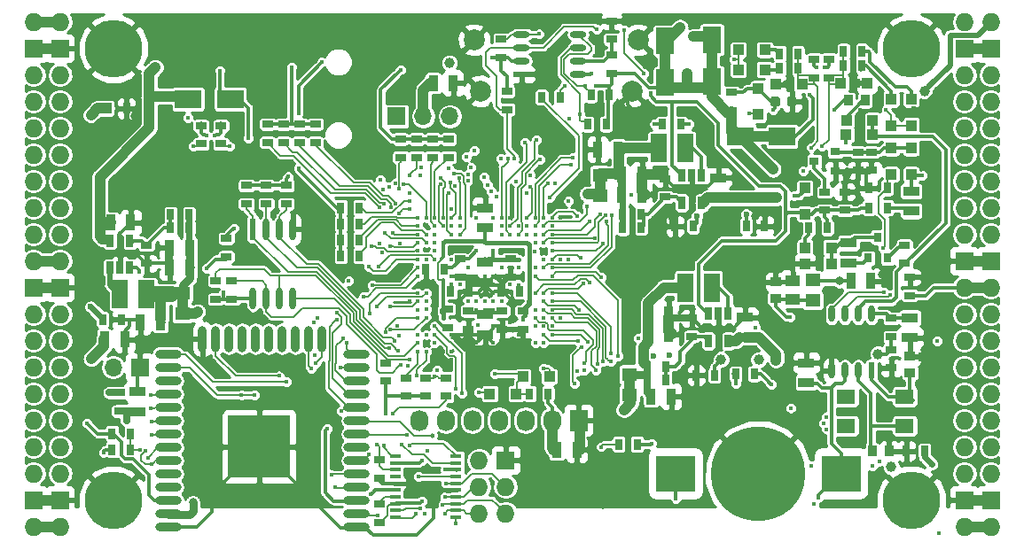
<source format=gbl>
G04 #@! TF.GenerationSoftware,KiCad,Pcbnew,5.0.0+dfsg1-1*
G04 #@! TF.CreationDate,2018-08-10T10:21:50+02:00*
G04 #@! TF.ProjectId,ulx3s,756C7833732E6B696361645F70636200,rev?*
G04 #@! TF.SameCoordinates,Original*
G04 #@! TF.FileFunction,Copper,L4,Bot,Signal*
G04 #@! TF.FilePolarity,Positive*
%FSLAX46Y46*%
G04 Gerber Fmt 4.6, Leading zero omitted, Abs format (unit mm)*
G04 Created by KiCad (PCBNEW 5.0.0+dfsg1-1) date Fri Aug 10 10:21:50 2018*
%MOMM*%
%LPD*%
G01*
G04 APERTURE LIST*
G04 #@! TA.AperFunction,EtchedComponent*
%ADD10C,1.000000*%
G04 #@! TD*
G04 #@! TA.AperFunction,ComponentPad*
%ADD11C,2.000000*%
G04 #@! TD*
G04 #@! TA.AperFunction,SMDPad,CuDef*
%ADD12O,2.500000X0.900000*%
G04 #@! TD*
G04 #@! TA.AperFunction,SMDPad,CuDef*
%ADD13O,0.900000X2.500000*%
G04 #@! TD*
G04 #@! TA.AperFunction,SMDPad,CuDef*
%ADD14R,6.000000X6.000000*%
G04 #@! TD*
G04 #@! TA.AperFunction,SMDPad,CuDef*
%ADD15R,0.670000X1.000000*%
G04 #@! TD*
G04 #@! TA.AperFunction,SMDPad,CuDef*
%ADD16R,1.400000X1.295000*%
G04 #@! TD*
G04 #@! TA.AperFunction,SMDPad,CuDef*
%ADD17R,2.500000X1.800000*%
G04 #@! TD*
G04 #@! TA.AperFunction,SMDPad,CuDef*
%ADD18R,1.800000X2.500000*%
G04 #@! TD*
G04 #@! TA.AperFunction,SMDPad,CuDef*
%ADD19R,3.700000X3.500000*%
G04 #@! TD*
G04 #@! TA.AperFunction,BGAPad,CuDef*
%ADD20C,9.000000*%
G04 #@! TD*
G04 #@! TA.AperFunction,SMDPad,CuDef*
%ADD21R,1.550000X0.600000*%
G04 #@! TD*
G04 #@! TA.AperFunction,SMDPad,CuDef*
%ADD22O,1.550000X0.600000*%
G04 #@! TD*
G04 #@! TA.AperFunction,SMDPad,CuDef*
%ADD23R,0.600000X2.100000*%
G04 #@! TD*
G04 #@! TA.AperFunction,SMDPad,CuDef*
%ADD24O,0.600000X2.100000*%
G04 #@! TD*
G04 #@! TA.AperFunction,SMDPad,CuDef*
%ADD25R,0.600000X1.550000*%
G04 #@! TD*
G04 #@! TA.AperFunction,SMDPad,CuDef*
%ADD26O,0.600000X1.550000*%
G04 #@! TD*
G04 #@! TA.AperFunction,SMDPad,CuDef*
%ADD27R,1.000000X0.400000*%
G04 #@! TD*
G04 #@! TA.AperFunction,SMDPad,CuDef*
%ADD28R,0.700000X1.200000*%
G04 #@! TD*
G04 #@! TA.AperFunction,ComponentPad*
%ADD29O,1.727200X1.727200*%
G04 #@! TD*
G04 #@! TA.AperFunction,ComponentPad*
%ADD30R,1.727200X1.727200*%
G04 #@! TD*
G04 #@! TA.AperFunction,ComponentPad*
%ADD31C,5.500000*%
G04 #@! TD*
G04 #@! TA.AperFunction,ComponentPad*
%ADD32R,1.727200X2.032000*%
G04 #@! TD*
G04 #@! TA.AperFunction,ComponentPad*
%ADD33O,1.727200X2.032000*%
G04 #@! TD*
G04 #@! TA.AperFunction,SMDPad,CuDef*
%ADD34R,1.800000X1.400000*%
G04 #@! TD*
G04 #@! TA.AperFunction,SMDPad,CuDef*
%ADD35R,0.970000X1.500000*%
G04 #@! TD*
G04 #@! TA.AperFunction,SMDPad,CuDef*
%ADD36R,1.500000X0.970000*%
G04 #@! TD*
G04 #@! TA.AperFunction,SMDPad,CuDef*
%ADD37R,1.000000X0.670000*%
G04 #@! TD*
G04 #@! TA.AperFunction,SMDPad,CuDef*
%ADD38R,1.000000X1.000000*%
G04 #@! TD*
G04 #@! TA.AperFunction,BGAPad,CuDef*
%ADD39C,0.300000*%
G04 #@! TD*
G04 #@! TA.AperFunction,ComponentPad*
%ADD40R,1.700000X1.700000*%
G04 #@! TD*
G04 #@! TA.AperFunction,ComponentPad*
%ADD41O,1.700000X1.700000*%
G04 #@! TD*
G04 #@! TA.AperFunction,SMDPad,CuDef*
%ADD42R,1.500000X2.700000*%
G04 #@! TD*
G04 #@! TA.AperFunction,SMDPad,CuDef*
%ADD43R,0.800000X0.900000*%
G04 #@! TD*
G04 #@! TA.AperFunction,SMDPad,CuDef*
%ADD44R,0.900000X0.800000*%
G04 #@! TD*
G04 #@! TA.AperFunction,SMDPad,CuDef*
%ADD45R,0.820000X1.000000*%
G04 #@! TD*
G04 #@! TA.AperFunction,SMDPad,CuDef*
%ADD46R,1.000000X0.820000*%
G04 #@! TD*
G04 #@! TA.AperFunction,SMDPad,CuDef*
%ADD47R,1.400000X1.120000*%
G04 #@! TD*
G04 #@! TA.AperFunction,Conductor*
%ADD48C,0.100000*%
G04 #@! TD*
G04 #@! TA.AperFunction,SMDPad,CuDef*
%ADD49C,0.875000*%
G04 #@! TD*
G04 #@! TA.AperFunction,ViaPad*
%ADD50C,2.000000*%
G04 #@! TD*
G04 #@! TA.AperFunction,ViaPad*
%ADD51C,0.419000*%
G04 #@! TD*
G04 #@! TA.AperFunction,ViaPad*
%ADD52C,0.600000*%
G04 #@! TD*
G04 #@! TA.AperFunction,ViaPad*
%ADD53C,1.000000*%
G04 #@! TD*
G04 #@! TA.AperFunction,ViaPad*
%ADD54C,0.800000*%
G04 #@! TD*
G04 #@! TA.AperFunction,ViaPad*
%ADD55C,0.700000*%
G04 #@! TD*
G04 #@! TA.AperFunction,ViaPad*
%ADD56C,0.454000*%
G04 #@! TD*
G04 #@! TA.AperFunction,Conductor*
%ADD57C,0.300000*%
G04 #@! TD*
G04 #@! TA.AperFunction,Conductor*
%ADD58C,0.500000*%
G04 #@! TD*
G04 #@! TA.AperFunction,Conductor*
%ADD59C,1.000000*%
G04 #@! TD*
G04 #@! TA.AperFunction,Conductor*
%ADD60C,0.700000*%
G04 #@! TD*
G04 #@! TA.AperFunction,Conductor*
%ADD61C,0.127000*%
G04 #@! TD*
G04 #@! TA.AperFunction,Conductor*
%ADD62C,0.400000*%
G04 #@! TD*
G04 #@! TA.AperFunction,Conductor*
%ADD63C,0.800000*%
G04 #@! TD*
G04 #@! TA.AperFunction,Conductor*
%ADD64C,0.600000*%
G04 #@! TD*
G04 #@! TA.AperFunction,Conductor*
%ADD65C,0.200000*%
G04 #@! TD*
G04 #@! TA.AperFunction,Conductor*
%ADD66C,0.140000*%
G04 #@! TD*
G04 #@! TA.AperFunction,Conductor*
%ADD67C,0.190000*%
G04 #@! TD*
G04 #@! TA.AperFunction,Conductor*
%ADD68C,1.500000*%
G04 #@! TD*
G04 #@! TA.AperFunction,Conductor*
%ADD69C,0.254000*%
G04 #@! TD*
G04 APERTURE END LIST*
D10*
G04 #@! TO.C,RP3*
X149472000Y-77311000D02*
X149472000Y-79311000D01*
G04 #@! TO.C,RP2*
X109609000Y-88632000D02*
X109609000Y-90632000D01*
G04 #@! TO.C,RP1*
X152281000Y-96361000D02*
X152281000Y-98361000D01*
G04 #@! TO.C,RD9*
X166854000Y-73630000D02*
X162854000Y-73630000D01*
G04 #@! TO.C,RD52*
X160155000Y-64391000D02*
X160155000Y-68391000D01*
G04 #@! TO.C,RD51*
X155710000Y-68518000D02*
X155710000Y-64518000D01*
G04 #@! TD*
D11*
G04 #@! TO.P,GPDI1,0*
G04 #@! TO.N,GND*
X152546000Y-69312000D03*
X138046000Y-69312000D03*
X153146000Y-64412000D03*
X137446000Y-64412000D03*
G04 #@! TD*
D12*
G04 #@! TO.P,U9,38*
G04 #@! TO.N,GND*
X126230000Y-111000000D03*
G04 #@! TO.P,U9,37*
G04 #@! TO.N,JTAG_TDI*
X126230000Y-109730000D03*
G04 #@! TO.P,U9,36*
G04 #@! TO.N,PROG_DONE*
X126230000Y-108460000D03*
G04 #@! TO.P,U9,35*
G04 #@! TO.N,WIFI_TXD*
X126230000Y-107190000D03*
G04 #@! TO.P,U9,34*
G04 #@! TO.N,WIFI_RXD*
X126230000Y-105920000D03*
G04 #@! TO.P,U9,33*
G04 #@! TO.N,JTAG_TMS*
X126230000Y-104650000D03*
G04 #@! TO.P,U9,32*
G04 #@! TO.N,N/C*
X126230000Y-103380000D03*
G04 #@! TO.P,U9,31*
G04 #@! TO.N,JTAG_TDO*
X126230000Y-102110000D03*
G04 #@! TO.P,U9,30*
G04 #@! TO.N,JTAG_TCK*
X126230000Y-100840000D03*
G04 #@! TO.P,U9,29*
G04 #@! TO.N,WIFI_GPIO5*
X126230000Y-99570000D03*
G04 #@! TO.P,U9,28*
G04 #@! TO.N,WIFI_GPIO17*
X126230000Y-98300000D03*
G04 #@! TO.P,U9,27*
G04 #@! TO.N,WIFI_GPIO16*
X126230000Y-97030000D03*
G04 #@! TO.P,U9,26*
G04 #@! TO.N,SD_D1*
X126230000Y-95760000D03*
G04 #@! TO.P,U9,25*
G04 #@! TO.N,WIFI_GPIO0*
X126230000Y-94490000D03*
D13*
G04 #@! TO.P,U9,24*
G04 #@! TO.N,SD_D0*
X122945000Y-93000000D03*
G04 #@! TO.P,U9,23*
G04 #@! TO.N,SD_CMD*
X121675000Y-93000000D03*
G04 #@! TO.P,U9,22*
G04 #@! TO.N,N/C*
X120405000Y-93000000D03*
G04 #@! TO.P,U9,21*
X119135000Y-93000000D03*
G04 #@! TO.P,U9,20*
X117865000Y-93000000D03*
G04 #@! TO.P,U9,19*
X116595000Y-93000000D03*
G04 #@! TO.P,U9,18*
X115325000Y-93000000D03*
G04 #@! TO.P,U9,17*
X114055000Y-93000000D03*
G04 #@! TO.P,U9,16*
G04 #@! TO.N,SD_D3*
X112785000Y-93000000D03*
G04 #@! TO.P,U9,15*
G04 #@! TO.N,GND*
X111515000Y-93000000D03*
D12*
G04 #@! TO.P,U9,14*
G04 #@! TO.N,SD_D2*
X108230000Y-94490000D03*
G04 #@! TO.P,U9,13*
G04 #@! TO.N,SD_CLK*
X108230000Y-95760000D03*
G04 #@! TO.P,U9,12*
G04 #@! TO.N,N/C*
X108230000Y-97030000D03*
G04 #@! TO.P,U9,11*
G04 #@! TO.N,GP11*
X108230000Y-98300000D03*
G04 #@! TO.P,U9,10*
G04 #@! TO.N,GN11*
X108230000Y-99570000D03*
G04 #@! TO.P,U9,9*
G04 #@! TO.N,GP12*
X108230000Y-100840000D03*
G04 #@! TO.P,U9,8*
G04 #@! TO.N,GN12*
X108230000Y-102110000D03*
G04 #@! TO.P,U9,7*
G04 #@! TO.N,GP13*
X108230000Y-103380000D03*
G04 #@! TO.P,U9,6*
G04 #@! TO.N,GN13*
X108230000Y-104650000D03*
G04 #@! TO.P,U9,5*
G04 #@! TO.N,N/C*
X108230000Y-105920000D03*
G04 #@! TO.P,U9,4*
X108230000Y-107190000D03*
G04 #@! TO.P,U9,3*
G04 #@! TO.N,/wifi/WIFIEN*
X108230000Y-108460000D03*
G04 #@! TO.P,U9,2*
G04 #@! TO.N,+3V3*
X108230000Y-109730000D03*
G04 #@! TO.P,U9,1*
G04 #@! TO.N,GND*
X108230000Y-111000000D03*
D14*
G04 #@! TO.P,U9,39*
X116930000Y-103300000D03*
G04 #@! TD*
D15*
G04 #@! TO.P,C49,2*
G04 #@! TO.N,GND*
X103738000Y-91156000D03*
G04 #@! TO.P,C49,1*
G04 #@! TO.N,2V5_3V3*
X101988000Y-91156000D03*
G04 #@! TD*
D16*
G04 #@! TO.P,RP3,2*
G04 #@! TO.N,+3V3*
X149472000Y-79278500D03*
G04 #@! TO.P,RP3,1*
G04 #@! TO.N,/power/P3V3*
X149472000Y-77343500D03*
G04 #@! TD*
G04 #@! TO.P,RP2,2*
G04 #@! TO.N,+2V5*
X109609000Y-90599500D03*
G04 #@! TO.P,RP2,1*
G04 #@! TO.N,/power/P2V5*
X109609000Y-88664500D03*
G04 #@! TD*
G04 #@! TO.P,RP1,2*
G04 #@! TO.N,+1V1*
X152281000Y-98328500D03*
G04 #@! TO.P,RP1,1*
G04 #@! TO.N,/power/P1V1*
X152281000Y-96393500D03*
G04 #@! TD*
D17*
G04 #@! TO.P,RD9,2*
G04 #@! TO.N,+5V*
X162854000Y-73630000D03*
G04 #@! TO.P,RD9,1*
G04 #@! TO.N,/usb/US2VBUS*
X166854000Y-73630000D03*
G04 #@! TD*
D18*
G04 #@! TO.P,RD52,2*
G04 #@! TO.N,+5V*
X160155000Y-68391000D03*
G04 #@! TO.P,RD52,1*
G04 #@! TO.N,/gpio/OUT5V*
X160155000Y-64391000D03*
G04 #@! TD*
G04 #@! TO.P,RD51,2*
G04 #@! TO.N,/gpio/IN5V*
X155710000Y-64518000D03*
G04 #@! TO.P,RD51,1*
G04 #@! TO.N,+5V*
X155710000Y-68518000D03*
G04 #@! TD*
D19*
G04 #@! TO.P,BAT1,1*
G04 #@! TO.N,/power/VBAT*
X172485000Y-105870000D03*
X156685000Y-105870000D03*
D20*
G04 #@! TO.P,BAT1,2*
G04 #@! TO.N,GND*
X164585000Y-105870000D03*
G04 #@! TD*
D21*
G04 #@! TO.P,U11,1*
G04 #@! TO.N,GND*
X141980000Y-67706500D03*
D22*
G04 #@! TO.P,U11,2*
G04 #@! TO.N,+2V5*
X141980000Y-66436500D03*
G04 #@! TO.P,U11,3*
G04 #@! TO.N,FPDI_SCL*
X141980000Y-65166500D03*
G04 #@! TO.P,U11,4*
G04 #@! TO.N,FPDI_SDA*
X141980000Y-63896500D03*
G04 #@! TO.P,U11,5*
G04 #@! TO.N,GPDI_SDA*
X147380000Y-63896500D03*
G04 #@! TO.P,U11,6*
G04 #@! TO.N,GPDI_SCL*
X147380000Y-65166500D03*
G04 #@! TO.P,U11,7*
G04 #@! TO.N,/gpdi/VREF2*
X147380000Y-66436500D03*
G04 #@! TO.P,U11,8*
G04 #@! TO.N,+3V3*
X147380000Y-67706500D03*
G04 #@! TD*
D23*
G04 #@! TO.P,U10,1*
G04 #@! TO.N,/flash/FLASH_nCS*
X116340000Y-82520000D03*
D24*
G04 #@! TO.P,U10,2*
G04 #@! TO.N,/flash/FLASH_MISO*
X117610000Y-82520000D03*
G04 #@! TO.P,U10,3*
G04 #@! TO.N,/flash/FLASH_nWP*
X118880000Y-82520000D03*
G04 #@! TO.P,U10,4*
G04 #@! TO.N,GND*
X120150000Y-82520000D03*
G04 #@! TO.P,U10,5*
G04 #@! TO.N,/flash/FLASH_MOSI*
X120150000Y-89124000D03*
G04 #@! TO.P,U10,6*
G04 #@! TO.N,/flash/FLASH_SCK*
X118880000Y-89124000D03*
G04 #@! TO.P,U10,7*
G04 #@! TO.N,/flash/FLASH_nHOLD*
X117610000Y-89124000D03*
G04 #@! TO.P,U10,8*
G04 #@! TO.N,+3V3*
X116340000Y-89124000D03*
G04 #@! TD*
D25*
G04 #@! TO.P,U7,1*
G04 #@! TO.N,/power/OSCI_32k*
X175395000Y-96015000D03*
D26*
G04 #@! TO.P,U7,2*
G04 #@! TO.N,/power/OSCO_32k*
X174125000Y-96015000D03*
G04 #@! TO.P,U7,3*
G04 #@! TO.N,/power/VBAT*
X172855000Y-96015000D03*
G04 #@! TO.P,U7,4*
G04 #@! TO.N,GND*
X171585000Y-96015000D03*
G04 #@! TO.P,U7,5*
G04 #@! TO.N,FPDI_SDA*
X171585000Y-90615000D03*
G04 #@! TO.P,U7,6*
G04 #@! TO.N,FPDI_SCL*
X172855000Y-90615000D03*
G04 #@! TO.P,U7,7*
G04 #@! TO.N,/power/WAKEUPn*
X174125000Y-90615000D03*
G04 #@! TO.P,U7,8*
G04 #@! TO.N,/power/RTCVDD*
X175395000Y-90615000D03*
G04 #@! TD*
D27*
G04 #@! TO.P,U6,20*
G04 #@! TO.N,FTDI_TXD*
X129935000Y-104215000D03*
G04 #@! TO.P,U6,19*
G04 #@! TO.N,FTDI_nSLEEP*
X129935000Y-104865000D03*
G04 #@! TO.P,U6,18*
G04 #@! TO.N,FTDI_TXDEN*
X129935000Y-105515000D03*
G04 #@! TO.P,U6,17*
G04 #@! TO.N,N/C*
X129935000Y-106165000D03*
G04 #@! TO.P,U6,16*
G04 #@! TO.N,GND*
X129935000Y-106815000D03*
G04 #@! TO.P,U6,15*
G04 #@! TO.N,USB5V*
X129935000Y-107465000D03*
G04 #@! TO.P,U6,14*
G04 #@! TO.N,nRESET*
X129935000Y-108115000D03*
G04 #@! TO.P,U6,13*
G04 #@! TO.N,FT2V5*
X129935000Y-108765000D03*
G04 #@! TO.P,U6,12*
G04 #@! TO.N,USB_FTDI_D-*
X129935000Y-109415000D03*
G04 #@! TO.P,U6,11*
G04 #@! TO.N,USB_FTDI_D+*
X129935000Y-110065000D03*
G04 #@! TO.P,U6,10*
G04 #@! TO.N,FTDI_nTXLED*
X135735000Y-110065000D03*
G04 #@! TO.P,U6,9*
G04 #@! TO.N,JTAG_TDO*
X135735000Y-109415000D03*
G04 #@! TO.P,U6,8*
G04 #@! TO.N,JTAG_TMS*
X135735000Y-108765000D03*
G04 #@! TO.P,U6,7*
G04 #@! TO.N,JTAG_TCK*
X135735000Y-108115000D03*
G04 #@! TO.P,U6,6*
G04 #@! TO.N,GND*
X135735000Y-107465000D03*
G04 #@! TO.P,U6,5*
G04 #@! TO.N,JTAG_TDI*
X135735000Y-106815000D03*
G04 #@! TO.P,U6,4*
G04 #@! TO.N,FTDI_RXD*
X135735000Y-106165000D03*
G04 #@! TO.P,U6,3*
G04 #@! TO.N,FT2V5*
X135735000Y-105515000D03*
G04 #@! TO.P,U6,2*
G04 #@! TO.N,FTDI_nRTS*
X135735000Y-104865000D03*
G04 #@! TO.P,U6,1*
G04 #@! TO.N,FTDI_nDTR*
X135735000Y-104215000D03*
G04 #@! TD*
D28*
G04 #@! TO.P,U5,1*
G04 #@! TO.N,/power/PWREN*
X157285000Y-77392000D03*
G04 #@! TO.P,U5,2*
G04 #@! TO.N,GND*
X158235000Y-77392000D03*
G04 #@! TO.P,U5,3*
G04 #@! TO.N,/power/L3*
X159185000Y-77392000D03*
G04 #@! TO.P,U5,4*
G04 #@! TO.N,+5V*
X159185000Y-79992000D03*
G04 #@! TO.P,U5,5*
G04 #@! TO.N,/power/FB3*
X157285000Y-79992000D03*
G04 #@! TD*
G04 #@! TO.P,U3,1*
G04 #@! TO.N,/power/PWREN*
X159825000Y-90600000D03*
G04 #@! TO.P,U3,2*
G04 #@! TO.N,GND*
X160775000Y-90600000D03*
G04 #@! TO.P,U3,3*
G04 #@! TO.N,/power/L1*
X161725000Y-90600000D03*
G04 #@! TO.P,U3,4*
G04 #@! TO.N,+5V*
X161725000Y-93200000D03*
G04 #@! TO.P,U3,5*
G04 #@! TO.N,/power/FB1*
X159825000Y-93200000D03*
G04 #@! TD*
G04 #@! TO.P,U4,1*
G04 #@! TO.N,/power/PWREN*
X104575000Y-86215000D03*
G04 #@! TO.P,U4,2*
G04 #@! TO.N,GND*
X103625000Y-86215000D03*
G04 #@! TO.P,U4,3*
G04 #@! TO.N,/power/L2*
X102675000Y-86215000D03*
G04 #@! TO.P,U4,4*
G04 #@! TO.N,+5V*
X102675000Y-83615000D03*
G04 #@! TO.P,U4,5*
G04 #@! TO.N,/power/FB2*
X104575000Y-83615000D03*
G04 #@! TD*
D29*
G04 #@! TO.P,J1,1*
G04 #@! TO.N,2V5_3V3*
X97910000Y-62690000D03*
G04 #@! TO.P,J1,2*
X95370000Y-62690000D03*
D30*
G04 #@! TO.P,J1,3*
G04 #@! TO.N,GND*
X97910000Y-65230000D03*
G04 #@! TO.P,J1,4*
X95370000Y-65230000D03*
D29*
G04 #@! TO.P,J1,5*
G04 #@! TO.N,GN0*
X97910000Y-67770000D03*
G04 #@! TO.P,J1,6*
G04 #@! TO.N,GP0*
X95370000Y-67770000D03*
G04 #@! TO.P,J1,7*
G04 #@! TO.N,GN1*
X97910000Y-70310000D03*
G04 #@! TO.P,J1,8*
G04 #@! TO.N,GP1*
X95370000Y-70310000D03*
G04 #@! TO.P,J1,9*
G04 #@! TO.N,GN2*
X97910000Y-72850000D03*
G04 #@! TO.P,J1,10*
G04 #@! TO.N,GP2*
X95370000Y-72850000D03*
G04 #@! TO.P,J1,11*
G04 #@! TO.N,GN3*
X97910000Y-75390000D03*
G04 #@! TO.P,J1,12*
G04 #@! TO.N,GP3*
X95370000Y-75390000D03*
G04 #@! TO.P,J1,13*
G04 #@! TO.N,GN4*
X97910000Y-77930000D03*
G04 #@! TO.P,J1,14*
G04 #@! TO.N,GP4*
X95370000Y-77930000D03*
G04 #@! TO.P,J1,15*
G04 #@! TO.N,GN5*
X97910000Y-80470000D03*
G04 #@! TO.P,J1,16*
G04 #@! TO.N,GP5*
X95370000Y-80470000D03*
G04 #@! TO.P,J1,17*
G04 #@! TO.N,GN6*
X97910000Y-83010000D03*
G04 #@! TO.P,J1,18*
G04 #@! TO.N,GP6*
X95370000Y-83010000D03*
G04 #@! TO.P,J1,19*
G04 #@! TO.N,2V5_3V3*
X97910000Y-85550000D03*
G04 #@! TO.P,J1,20*
X95370000Y-85550000D03*
D30*
G04 #@! TO.P,J1,21*
G04 #@! TO.N,GND*
X97910000Y-88090000D03*
G04 #@! TO.P,J1,22*
X95370000Y-88090000D03*
D29*
G04 #@! TO.P,J1,23*
G04 #@! TO.N,GN7*
X97910000Y-90630000D03*
G04 #@! TO.P,J1,24*
G04 #@! TO.N,GP7*
X95370000Y-90630000D03*
G04 #@! TO.P,J1,25*
G04 #@! TO.N,GN8*
X97910000Y-93170000D03*
G04 #@! TO.P,J1,26*
G04 #@! TO.N,GP8*
X95370000Y-93170000D03*
G04 #@! TO.P,J1,27*
G04 #@! TO.N,GN9*
X97910000Y-95710000D03*
G04 #@! TO.P,J1,28*
G04 #@! TO.N,GP9*
X95370000Y-95710000D03*
G04 #@! TO.P,J1,29*
G04 #@! TO.N,GN10*
X97910000Y-98250000D03*
G04 #@! TO.P,J1,30*
G04 #@! TO.N,GP10*
X95370000Y-98250000D03*
G04 #@! TO.P,J1,31*
G04 #@! TO.N,GN11*
X97910000Y-100790000D03*
G04 #@! TO.P,J1,32*
G04 #@! TO.N,GP11*
X95370000Y-100790000D03*
G04 #@! TO.P,J1,33*
G04 #@! TO.N,GN12*
X97910000Y-103330000D03*
G04 #@! TO.P,J1,34*
G04 #@! TO.N,GP12*
X95370000Y-103330000D03*
G04 #@! TO.P,J1,35*
G04 #@! TO.N,GN13*
X97910000Y-105870000D03*
G04 #@! TO.P,J1,36*
G04 #@! TO.N,GP13*
X95370000Y-105870000D03*
D30*
G04 #@! TO.P,J1,37*
G04 #@! TO.N,GND*
X97910000Y-108410000D03*
G04 #@! TO.P,J1,38*
X95370000Y-108410000D03*
D29*
G04 #@! TO.P,J1,39*
G04 #@! TO.N,2V5_3V3*
X97910000Y-110950000D03*
G04 #@! TO.P,J1,40*
X95370000Y-110950000D03*
G04 #@! TD*
G04 #@! TO.P,J2,1*
G04 #@! TO.N,+3V3*
X184270000Y-110950000D03*
G04 #@! TO.P,J2,2*
X186810000Y-110950000D03*
D30*
G04 #@! TO.P,J2,3*
G04 #@! TO.N,GND*
X184270000Y-108410000D03*
G04 #@! TO.P,J2,4*
X186810000Y-108410000D03*
D29*
G04 #@! TO.P,J2,5*
G04 #@! TO.N,GN14*
X184270000Y-105870000D03*
G04 #@! TO.P,J2,6*
G04 #@! TO.N,GP14*
X186810000Y-105870000D03*
G04 #@! TO.P,J2,7*
G04 #@! TO.N,GN15*
X184270000Y-103330000D03*
G04 #@! TO.P,J2,8*
G04 #@! TO.N,GP15*
X186810000Y-103330000D03*
G04 #@! TO.P,J2,9*
G04 #@! TO.N,GN16*
X184270000Y-100790000D03*
G04 #@! TO.P,J2,10*
G04 #@! TO.N,GP16*
X186810000Y-100790000D03*
G04 #@! TO.P,J2,11*
G04 #@! TO.N,GN17*
X184270000Y-98250000D03*
G04 #@! TO.P,J2,12*
G04 #@! TO.N,GP17*
X186810000Y-98250000D03*
G04 #@! TO.P,J2,13*
G04 #@! TO.N,GN18*
X184270000Y-95710000D03*
G04 #@! TO.P,J2,14*
G04 #@! TO.N,GP18*
X186810000Y-95710000D03*
G04 #@! TO.P,J2,15*
G04 #@! TO.N,GN19*
X184270000Y-93170000D03*
G04 #@! TO.P,J2,16*
G04 #@! TO.N,GP19*
X186810000Y-93170000D03*
G04 #@! TO.P,J2,17*
G04 #@! TO.N,GN20*
X184270000Y-90630000D03*
G04 #@! TO.P,J2,18*
G04 #@! TO.N,GP20*
X186810000Y-90630000D03*
G04 #@! TO.P,J2,19*
G04 #@! TO.N,+3V3*
X184270000Y-88090000D03*
G04 #@! TO.P,J2,20*
X186810000Y-88090000D03*
D30*
G04 #@! TO.P,J2,21*
G04 #@! TO.N,GND*
X184270000Y-85550000D03*
G04 #@! TO.P,J2,22*
X186810000Y-85550000D03*
D29*
G04 #@! TO.P,J2,23*
G04 #@! TO.N,GN21*
X184270000Y-83010000D03*
G04 #@! TO.P,J2,24*
G04 #@! TO.N,GP21*
X186810000Y-83010000D03*
G04 #@! TO.P,J2,25*
G04 #@! TO.N,GN22*
X184270000Y-80470000D03*
G04 #@! TO.P,J2,26*
G04 #@! TO.N,GP22*
X186810000Y-80470000D03*
G04 #@! TO.P,J2,27*
G04 #@! TO.N,GN23*
X184270000Y-77930000D03*
G04 #@! TO.P,J2,28*
G04 #@! TO.N,GP23*
X186810000Y-77930000D03*
G04 #@! TO.P,J2,29*
G04 #@! TO.N,GN24*
X184270000Y-75390000D03*
G04 #@! TO.P,J2,30*
G04 #@! TO.N,GP24*
X186810000Y-75390000D03*
G04 #@! TO.P,J2,31*
G04 #@! TO.N,GN25*
X184270000Y-72850000D03*
G04 #@! TO.P,J2,32*
G04 #@! TO.N,GP25*
X186810000Y-72850000D03*
G04 #@! TO.P,J2,33*
G04 #@! TO.N,GN26*
X184270000Y-70310000D03*
G04 #@! TO.P,J2,34*
G04 #@! TO.N,GP26*
X186810000Y-70310000D03*
G04 #@! TO.P,J2,35*
G04 #@! TO.N,GN27*
X184270000Y-67770000D03*
G04 #@! TO.P,J2,36*
G04 #@! TO.N,GP27*
X186810000Y-67770000D03*
D30*
G04 #@! TO.P,J2,37*
G04 #@! TO.N,GND*
X184270000Y-65230000D03*
G04 #@! TO.P,J2,38*
X186810000Y-65230000D03*
D29*
G04 #@! TO.P,J2,39*
G04 #@! TO.N,/gpio/IN5V*
X184270000Y-62690000D03*
G04 #@! TO.P,J2,40*
G04 #@! TO.N,/gpio/OUT5V*
X186810000Y-62690000D03*
G04 #@! TD*
D31*
G04 #@! TO.P,H1,1*
G04 #@! TO.N,GND*
X102990000Y-108410000D03*
G04 #@! TD*
G04 #@! TO.P,H2,1*
G04 #@! TO.N,GND*
X179190000Y-108410000D03*
G04 #@! TD*
G04 #@! TO.P,H3,1*
G04 #@! TO.N,GND*
X179190000Y-65230000D03*
G04 #@! TD*
G04 #@! TO.P,H4,1*
G04 #@! TO.N,GND*
X102990000Y-65230000D03*
G04 #@! TD*
D30*
G04 #@! TO.P,J4,1*
G04 #@! TO.N,GND*
X140455000Y-104600000D03*
D29*
G04 #@! TO.P,J4,2*
G04 #@! TO.N,+3V3*
X137915000Y-104600000D03*
G04 #@! TO.P,J4,3*
G04 #@! TO.N,JTAG_TDI*
X140455000Y-107140000D03*
G04 #@! TO.P,J4,4*
G04 #@! TO.N,JTAG_TCK*
X137915000Y-107140000D03*
G04 #@! TO.P,J4,5*
G04 #@! TO.N,JTAG_TMS*
X140455000Y-109680000D03*
G04 #@! TO.P,J4,6*
G04 #@! TO.N,JTAG_TDO*
X137915000Y-109680000D03*
G04 #@! TD*
D32*
G04 #@! TO.P,OLED1,1*
G04 #@! TO.N,GND*
X147440000Y-100790000D03*
D33*
G04 #@! TO.P,OLED1,2*
G04 #@! TO.N,+3V3*
X144900000Y-100790000D03*
G04 #@! TO.P,OLED1,3*
G04 #@! TO.N,OLED_CLK*
X142360000Y-100790000D03*
G04 #@! TO.P,OLED1,4*
G04 #@! TO.N,OLED_MOSI*
X139820000Y-100790000D03*
G04 #@! TO.P,OLED1,5*
G04 #@! TO.N,OLED_RES*
X137280000Y-100790000D03*
G04 #@! TO.P,OLED1,6*
G04 #@! TO.N,OLED_DC*
X134740000Y-100790000D03*
G04 #@! TO.P,OLED1,7*
G04 #@! TO.N,OLED_CS*
X132200000Y-100790000D03*
G04 #@! TD*
D34*
G04 #@! TO.P,Y2,4*
G04 #@! TO.N,/power/OSCI_32k*
X178576000Y-98522000D03*
G04 #@! TO.P,Y2,3*
G04 #@! TO.N,N/C*
X172976000Y-98522000D03*
G04 #@! TO.P,Y2,2*
X172976000Y-101322000D03*
G04 #@! TO.P,Y2,1*
G04 #@! TO.N,/power/OSCO_32k*
X178576000Y-101322000D03*
G04 #@! TD*
D35*
G04 #@! TO.P,C47,1*
G04 #@! TO.N,2V5_3V3*
X133546000Y-68550000D03*
G04 #@! TO.P,C47,2*
G04 #@! TO.N,GND*
X135456000Y-68550000D03*
G04 #@! TD*
G04 #@! TO.P,C1,1*
G04 #@! TO.N,+5V*
X102748500Y-81885000D03*
G04 #@! TO.P,C1,2*
G04 #@! TO.N,GND*
X104658500Y-81885000D03*
G04 #@! TD*
D15*
G04 #@! TO.P,C2,1*
G04 #@! TO.N,/power/P1V1*
X153985000Y-96910000D03*
G04 #@! TO.P,C2,2*
G04 #@! TO.N,/power/FB1*
X155735000Y-96910000D03*
G04 #@! TD*
D35*
G04 #@! TO.P,C3,2*
G04 #@! TO.N,GND*
X156015000Y-90630000D03*
G04 #@! TO.P,C3,1*
G04 #@! TO.N,/power/P1V1*
X154105000Y-90630000D03*
G04 #@! TD*
G04 #@! TO.P,C4,1*
G04 #@! TO.N,/power/P1V1*
X154105000Y-92535000D03*
G04 #@! TO.P,C4,2*
G04 #@! TO.N,GND*
X156015000Y-92535000D03*
G04 #@! TD*
D36*
G04 #@! TO.P,C5,2*
G04 #@! TO.N,GND*
X163315000Y-90945000D03*
G04 #@! TO.P,C5,1*
G04 #@! TO.N,+5V*
X163315000Y-92855000D03*
G04 #@! TD*
D15*
G04 #@! TO.P,C6,1*
G04 #@! TO.N,/power/P3V3*
X151645000Y-82375000D03*
G04 #@! TO.P,C6,2*
G04 #@! TO.N,/power/FB3*
X153395000Y-82375000D03*
G04 #@! TD*
D35*
G04 #@! TO.P,C7,2*
G04 #@! TO.N,GND*
X153475000Y-79200000D03*
G04 #@! TO.P,C7,1*
G04 #@! TO.N,/power/P3V3*
X151565000Y-79200000D03*
G04 #@! TD*
G04 #@! TO.P,C8,2*
G04 #@! TO.N,GND*
X153475000Y-77295000D03*
G04 #@! TO.P,C8,1*
G04 #@! TO.N,/power/P3V3*
X151565000Y-77295000D03*
G04 #@! TD*
D36*
G04 #@! TO.P,C9,1*
G04 #@! TO.N,+5V*
X160775000Y-79520000D03*
G04 #@! TO.P,C9,2*
G04 #@! TO.N,GND*
X160775000Y-77610000D03*
G04 #@! TD*
D15*
G04 #@! TO.P,C10,2*
G04 #@! TO.N,/power/FB2*
X108465000Y-81105000D03*
G04 #@! TO.P,C10,1*
G04 #@! TO.N,/power/P2V5*
X110215000Y-81105000D03*
G04 #@! TD*
D35*
G04 #@! TO.P,C11,2*
G04 #@! TO.N,GND*
X108385000Y-84280000D03*
G04 #@! TO.P,C11,1*
G04 #@! TO.N,/power/P2V5*
X110295000Y-84280000D03*
G04 #@! TD*
G04 #@! TO.P,C12,1*
G04 #@! TO.N,/power/P2V5*
X110295000Y-86185000D03*
G04 #@! TO.P,C12,2*
G04 #@! TO.N,GND*
X108385000Y-86185000D03*
G04 #@! TD*
D36*
G04 #@! TO.P,C13,2*
G04 #@! TO.N,/power/WKUP*
X173221000Y-83833000D03*
G04 #@! TO.P,C13,1*
G04 #@! TO.N,+5V*
X173221000Y-85743000D03*
G04 #@! TD*
D37*
G04 #@! TO.P,C14,2*
G04 #@! TO.N,GND*
X175380000Y-76900000D03*
G04 #@! TO.P,C14,1*
G04 #@! TO.N,/power/SHUT*
X175380000Y-75150000D03*
G04 #@! TD*
D36*
G04 #@! TO.P,C15,1*
G04 #@! TO.N,/sdcard/SD3V3*
X105276000Y-99967000D03*
G04 #@! TO.P,C15,2*
G04 #@! TO.N,GND*
X105276000Y-98057000D03*
G04 #@! TD*
D35*
G04 #@! TO.P,C16,1*
G04 #@! TO.N,+3V3*
X173424000Y-87473000D03*
G04 #@! TO.P,C16,2*
G04 #@! TO.N,GND*
X175334000Y-87473000D03*
G04 #@! TD*
D36*
G04 #@! TO.P,C17,1*
G04 #@! TO.N,+1V1*
X138500000Y-90665000D03*
G04 #@! TO.P,C17,2*
G04 #@! TO.N,GND*
X138500000Y-92575000D03*
G04 #@! TD*
D37*
G04 #@! TO.P,C18,1*
G04 #@! TO.N,/gpdi/VREF2*
X150589600Y-64359000D03*
G04 #@! TO.P,C18,2*
G04 #@! TO.N,GND*
X150589600Y-62609000D03*
G04 #@! TD*
D36*
G04 #@! TO.P,C19,1*
G04 #@! TO.N,+2V5*
X138500000Y-82375000D03*
G04 #@! TO.P,C19,2*
G04 #@! TO.N,GND*
X138500000Y-80465000D03*
G04 #@! TD*
G04 #@! TO.P,C20,2*
G04 #@! TO.N,GND*
X138500000Y-87575000D03*
G04 #@! TO.P,C20,1*
G04 #@! TO.N,+3V3*
X138500000Y-85665000D03*
G04 #@! TD*
D35*
G04 #@! TO.P,C21,2*
G04 #@! TO.N,GND*
X104072000Y-93061000D03*
G04 #@! TO.P,C21,1*
G04 #@! TO.N,+3V3*
X102162000Y-93061000D03*
G04 #@! TD*
G04 #@! TO.P,C22,1*
G04 #@! TO.N,/power/P1V1*
X154359000Y-98504000D03*
G04 #@! TO.P,C22,2*
G04 #@! TO.N,GND*
X156269000Y-98504000D03*
G04 #@! TD*
G04 #@! TO.P,C23,2*
G04 #@! TO.N,GND*
X105591000Y-91392000D03*
G04 #@! TO.P,C23,1*
G04 #@! TO.N,/power/P2V5*
X107501000Y-91392000D03*
G04 #@! TD*
G04 #@! TO.P,C24,1*
G04 #@! TO.N,/power/P3V3*
X151189000Y-74882000D03*
G04 #@! TO.P,C24,2*
G04 #@! TO.N,GND*
X149279000Y-74882000D03*
G04 #@! TD*
D37*
G04 #@! TO.P,C25,2*
G04 #@! TO.N,GND*
X140900000Y-87095000D03*
G04 #@! TO.P,C25,1*
G04 #@! TO.N,+3V3*
X140900000Y-85345000D03*
G04 #@! TD*
G04 #@! TO.P,C26,2*
G04 #@! TO.N,GND*
X136100000Y-87095000D03*
G04 #@! TO.P,C26,1*
G04 #@! TO.N,2V5_3V3*
X136100000Y-85345000D03*
G04 #@! TD*
G04 #@! TO.P,C27,2*
G04 #@! TO.N,GND*
X136900000Y-92095000D03*
G04 #@! TO.P,C27,1*
G04 #@! TO.N,+1V1*
X136900000Y-90345000D03*
G04 #@! TD*
G04 #@! TO.P,C28,1*
G04 #@! TO.N,+1V1*
X140100000Y-90345000D03*
G04 #@! TO.P,C28,2*
G04 #@! TO.N,GND*
X140100000Y-92095000D03*
G04 #@! TD*
G04 #@! TO.P,C29,2*
G04 #@! TO.N,GND*
X142100000Y-92095000D03*
G04 #@! TO.P,C29,1*
G04 #@! TO.N,+2V5*
X142100000Y-90345000D03*
G04 #@! TD*
G04 #@! TO.P,C30,1*
G04 #@! TO.N,+2V5*
X134900000Y-90145000D03*
G04 #@! TO.P,C30,2*
G04 #@! TO.N,GND*
X134900000Y-91895000D03*
G04 #@! TD*
D15*
G04 #@! TO.P,C31,1*
G04 #@! TO.N,+3V3*
X135225000Y-88420000D03*
G04 #@! TO.P,C31,2*
G04 #@! TO.N,GND*
X136975000Y-88420000D03*
G04 #@! TD*
G04 #@! TO.P,C32,2*
G04 #@! TO.N,GND*
X140025000Y-88420000D03*
G04 #@! TO.P,C32,1*
G04 #@! TO.N,+3V3*
X141775000Y-88420000D03*
G04 #@! TD*
G04 #@! TO.P,C33,1*
G04 #@! TO.N,+3V3*
X163425000Y-82220000D03*
G04 #@! TO.P,C33,2*
G04 #@! TO.N,GND*
X165175000Y-82220000D03*
G04 #@! TD*
G04 #@! TO.P,C34,1*
G04 #@! TO.N,+3V3*
X158375000Y-82220000D03*
G04 #@! TO.P,C34,2*
G04 #@! TO.N,GND*
X156625000Y-82220000D03*
G04 #@! TD*
D37*
G04 #@! TO.P,C35,1*
G04 #@! TO.N,+3V3*
X177300000Y-94025000D03*
G04 #@! TO.P,C35,2*
G04 #@! TO.N,GND*
X177300000Y-95775000D03*
G04 #@! TD*
D35*
G04 #@! TO.P,C46,1*
G04 #@! TO.N,+3V3*
X145342000Y-103584000D03*
G04 #@! TO.P,C46,2*
G04 #@! TO.N,GND*
X147252000Y-103584000D03*
G04 #@! TD*
D15*
G04 #@! TO.P,C48,2*
G04 #@! TO.N,GND*
X104246000Y-70963000D03*
G04 #@! TO.P,C48,1*
G04 #@! TO.N,2V5_3V3*
X102496000Y-70963000D03*
G04 #@! TD*
D37*
G04 #@! TO.P,C50,1*
G04 #@! TO.N,+3V3*
X179063000Y-88856000D03*
G04 #@! TO.P,C50,2*
G04 #@! TO.N,GND*
X179063000Y-87106000D03*
G04 #@! TD*
D15*
G04 #@! TO.P,C51,1*
G04 #@! TO.N,+3V3*
X180473000Y-103711000D03*
G04 #@! TO.P,C51,2*
G04 #@! TO.N,GND*
X178723000Y-103711000D03*
G04 #@! TD*
G04 #@! TO.P,C52,2*
G04 #@! TO.N,GND*
X158645000Y-96490000D03*
G04 #@! TO.P,C52,1*
G04 #@! TO.N,+3V3*
X160395000Y-96490000D03*
G04 #@! TD*
G04 #@! TO.P,C53,2*
G04 #@! TO.N,GND*
X132827200Y-86330000D03*
G04 #@! TO.P,C53,1*
G04 #@! TO.N,2V5_3V3*
X134577200Y-86330000D03*
G04 #@! TD*
D36*
G04 #@! TO.P,C54,2*
G04 #@! TO.N,GND*
X169172000Y-95281000D03*
G04 #@! TO.P,C54,1*
G04 #@! TO.N,/power/VBAT*
X169172000Y-97191000D03*
G04 #@! TD*
G04 #@! TO.P,D11,1*
G04 #@! TO.N,/power/HOLD*
X179190000Y-80790000D03*
G04 #@! TO.P,D11,2*
G04 #@! TO.N,+3V3*
X179190000Y-78880000D03*
G04 #@! TD*
D38*
G04 #@! TO.P,D10,1*
G04 #@! TO.N,/power/WAKE*
X169050000Y-84280000D03*
G04 #@! TO.P,D10,2*
G04 #@! TO.N,/power/WKUP*
X171550000Y-84280000D03*
G04 #@! TD*
G04 #@! TO.P,D12,2*
G04 #@! TO.N,/power/FTDI_nSUSPEND*
X169030000Y-78585000D03*
G04 #@! TO.P,D12,1*
G04 #@! TO.N,/power/PWREN*
X169030000Y-81085000D03*
G04 #@! TD*
G04 #@! TO.P,D13,1*
G04 #@! TO.N,/power/WKUP*
X171550000Y-85804000D03*
G04 #@! TO.P,D13,2*
G04 #@! TO.N,GND*
X169050000Y-85804000D03*
G04 #@! TD*
G04 #@! TO.P,D14,2*
G04 #@! TO.N,/power/SHUT*
X179190000Y-74775000D03*
G04 #@! TO.P,D14,1*
G04 #@! TO.N,+3V3*
X179190000Y-77275000D03*
G04 #@! TD*
G04 #@! TO.P,D15,2*
G04 #@! TO.N,SHUTDOWN*
X177285000Y-77275000D03*
G04 #@! TO.P,D15,1*
G04 #@! TO.N,/power/SHUT*
X177285000Y-74775000D03*
G04 #@! TD*
G04 #@! TO.P,D16,1*
G04 #@! TO.N,PWRBTn*
X172987000Y-73503000D03*
G04 #@! TO.P,D16,2*
G04 #@! TO.N,/power/WAKEUPn*
X175487000Y-73503000D03*
G04 #@! TD*
G04 #@! TO.P,D17,1*
G04 #@! TO.N,PWRBTn*
X164585000Y-69060000D03*
G04 #@! TO.P,D17,2*
G04 #@! TO.N,BTN_PWRn*
X164585000Y-71560000D03*
G04 #@! TD*
G04 #@! TO.P,D20,1*
G04 #@! TO.N,USB_FPGA_D+*
X168756000Y-68659000D03*
G04 #@! TO.P,D20,2*
G04 #@! TO.N,GND*
X166256000Y-68659000D03*
G04 #@! TD*
G04 #@! TO.P,D21,2*
G04 #@! TO.N,GND*
X174979000Y-68550000D03*
G04 #@! TO.P,D21,1*
G04 #@! TO.N,USB_FPGA_D-*
X172479000Y-68550000D03*
G04 #@! TD*
G04 #@! TO.P,D23,2*
G04 #@! TO.N,Net-(D23-Pad2)*
X165200000Y-67262000D03*
G04 #@! TO.P,D23,1*
G04 #@! TO.N,USB_FPGA_PULL_D+*
X162700000Y-67262000D03*
G04 #@! TD*
G04 #@! TO.P,D24,2*
G04 #@! TO.N,USB_FPGA_PULL_D+*
X162700000Y-65357000D03*
G04 #@! TO.P,D24,1*
G04 #@! TO.N,Net-(D24-Pad1)*
X165200000Y-65357000D03*
G04 #@! TD*
G04 #@! TO.P,D25,1*
G04 #@! TO.N,USB_FPGA_PULL_D-*
X177285000Y-72594000D03*
G04 #@! TO.P,D25,2*
G04 #@! TO.N,Net-(D25-Pad2)*
X177285000Y-70094000D03*
G04 #@! TD*
G04 #@! TO.P,D26,1*
G04 #@! TO.N,Net-(D26-Pad1)*
X179190000Y-70094000D03*
G04 #@! TO.P,D26,2*
G04 #@! TO.N,USB_FPGA_PULL_D-*
X179190000Y-72594000D03*
G04 #@! TD*
D39*
G04 #@! TO.P,AE1,1*
G04 #@! TO.N,/usb/ANT_433MHz*
X181872000Y-111603000D03*
G04 #@! TD*
D37*
G04 #@! TO.P,R49,1*
G04 #@! TO.N,USB_FTDI_D-*
X113277000Y-74360000D03*
G04 #@! TO.P,R49,2*
G04 #@! TO.N,/usb/FTD-*
X113277000Y-72610000D03*
G04 #@! TD*
G04 #@! TO.P,R50,2*
G04 #@! TO.N,/usb/FTD+*
X111372000Y-72610000D03*
G04 #@! TO.P,R50,1*
G04 #@! TO.N,USB_FTDI_D+*
X111372000Y-74360000D03*
G04 #@! TD*
D15*
G04 #@! TO.P,R51,2*
G04 #@! TO.N,/blinkey/SWPU*
X155455000Y-72487000D03*
G04 #@! TO.P,R51,1*
G04 #@! TO.N,2V5_3V3*
X157205000Y-72487000D03*
G04 #@! TD*
D37*
G04 #@! TO.P,R52,2*
G04 #@! TO.N,/usb/FPD-*
X171331000Y-66278000D03*
G04 #@! TO.P,R52,1*
G04 #@! TO.N,USB_FPGA_D-*
X171331000Y-68028000D03*
G04 #@! TD*
G04 #@! TO.P,R53,1*
G04 #@! TO.N,USB_FPGA_D+*
X169919000Y-68028000D03*
G04 #@! TO.P,R53,2*
G04 #@! TO.N,/usb/FPD+*
X169919000Y-66278000D03*
G04 #@! TD*
D15*
G04 #@! TO.P,R54,2*
G04 #@! TO.N,Net-(D26-Pad1)*
X174477000Y-65502000D03*
G04 #@! TO.P,R54,1*
G04 #@! TO.N,USB_FPGA_D-*
X172727000Y-65502000D03*
G04 #@! TD*
D37*
G04 #@! TO.P,R56,1*
G04 #@! TO.N,GND*
X128390000Y-106321000D03*
G04 #@! TO.P,R56,2*
G04 #@! TO.N,FTDI_TXDEN*
X128390000Y-104571000D03*
G04 #@! TD*
G04 #@! TO.P,R57,2*
G04 #@! TO.N,/analog/AUDIO_V*
X117722000Y-72483000D03*
G04 #@! TO.P,R57,1*
G04 #@! TO.N,AUDIO_V0*
X117722000Y-74233000D03*
G04 #@! TD*
G04 #@! TO.P,R58,1*
G04 #@! TO.N,AUDIO_V1*
X119246000Y-74233000D03*
G04 #@! TO.P,R58,2*
G04 #@! TO.N,/analog/AUDIO_V*
X119246000Y-72483000D03*
G04 #@! TD*
G04 #@! TO.P,R59,2*
G04 #@! TO.N,/analog/AUDIO_V*
X120770000Y-72483000D03*
G04 #@! TO.P,R59,1*
G04 #@! TO.N,AUDIO_V2*
X120770000Y-74233000D03*
G04 #@! TD*
G04 #@! TO.P,R60,1*
G04 #@! TO.N,AUDIO_V3*
X122294000Y-74233000D03*
G04 #@! TO.P,R60,2*
G04 #@! TO.N,/analog/AUDIO_V*
X122294000Y-72483000D03*
G04 #@! TD*
D15*
G04 #@! TO.P,R61,1*
G04 #@! TO.N,GPDI_CEC*
X145655000Y-69900000D03*
G04 #@! TO.P,R61,2*
G04 #@! TO.N,/gpdi/FPDI_CEC*
X143905000Y-69900000D03*
G04 #@! TD*
D40*
G04 #@! TO.P,J3,1*
G04 #@! TO.N,GND*
X105530000Y-95710000D03*
D41*
G04 #@! TO.P,J3,2*
G04 #@! TO.N,/wifi/WIFIEN*
X102990000Y-95710000D03*
G04 #@! TD*
D40*
G04 #@! TO.P,J5,1*
G04 #@! TO.N,+2V5*
X130056000Y-71725000D03*
D41*
G04 #@! TO.P,J5,2*
G04 #@! TO.N,2V5_3V3*
X132596000Y-71725000D03*
G04 #@! TO.P,J5,3*
G04 #@! TO.N,+3V3*
X135136000Y-71725000D03*
G04 #@! TD*
D15*
G04 #@! TO.P,R40,1*
G04 #@! TO.N,Net-(D24-Pad1)*
X166631000Y-65738000D03*
G04 #@! TO.P,R40,2*
G04 #@! TO.N,USB_FPGA_D+*
X168381000Y-65738000D03*
G04 #@! TD*
D37*
G04 #@! TO.P,R55,1*
G04 #@! TO.N,/flash/FPGA_DONE*
X134740000Y-96740000D03*
G04 #@! TO.P,R55,2*
G04 #@! TO.N,PROG_DONE*
X134740000Y-98490000D03*
G04 #@! TD*
D36*
G04 #@! TO.P,C55,1*
G04 #@! TO.N,/power/RTCVDD*
X179078000Y-90963000D03*
G04 #@! TO.P,C55,2*
G04 #@! TO.N,GND*
X179078000Y-92873000D03*
G04 #@! TD*
D37*
G04 #@! TO.P,R65,1*
G04 #@! TO.N,+3V3*
X177300000Y-92793000D03*
G04 #@! TO.P,R65,2*
G04 #@! TO.N,/power/RTCVDD*
X177300000Y-91043000D03*
G04 #@! TD*
D42*
G04 #@! TO.P,L1,1*
G04 #@! TO.N,/power/L1*
X160140000Y-88090000D03*
G04 #@! TO.P,L1,2*
G04 #@! TO.N,/power/P1V1*
X157600000Y-88090000D03*
G04 #@! TD*
G04 #@! TO.P,L2,1*
G04 #@! TO.N,/power/L2*
X103625000Y-88725000D03*
G04 #@! TO.P,L2,2*
G04 #@! TO.N,/power/P2V5*
X106165000Y-88725000D03*
G04 #@! TD*
G04 #@! TO.P,L3,2*
G04 #@! TO.N,/power/P3V3*
X155060000Y-74755000D03*
G04 #@! TO.P,L3,1*
G04 #@! TO.N,/power/L3*
X157600000Y-74755000D03*
G04 #@! TD*
D15*
G04 #@! TO.P,R1,2*
G04 #@! TO.N,/power/PWREN*
X171175000Y-82375000D03*
G04 #@! TO.P,R1,1*
G04 #@! TO.N,/power/WAKE*
X169425000Y-82375000D03*
G04 #@! TD*
D37*
G04 #@! TO.P,R2,2*
G04 #@! TO.N,GND*
X172840000Y-78960000D03*
G04 #@! TO.P,R2,1*
G04 #@! TO.N,/power/PWREN*
X172840000Y-80710000D03*
G04 #@! TD*
G04 #@! TO.P,R3,1*
G04 #@! TO.N,+5V*
X162045000Y-71185000D03*
G04 #@! TO.P,R3,2*
G04 #@! TO.N,PWRBTn*
X162045000Y-69435000D03*
G04 #@! TD*
D15*
G04 #@! TO.P,R4,1*
G04 #@! TO.N,/power/HOLD*
X176890000Y-80470000D03*
G04 #@! TO.P,R4,2*
G04 #@! TO.N,/power/PWREN*
X175140000Y-80470000D03*
G04 #@! TD*
D37*
G04 #@! TO.P,R5,1*
G04 #@! TO.N,/power/SHUT*
X174110000Y-75150000D03*
G04 #@! TO.P,R5,2*
G04 #@! TO.N,GND*
X174110000Y-76900000D03*
G04 #@! TD*
G04 #@! TO.P,R6,2*
G04 #@! TO.N,/power/WAKEUPn*
X178555000Y-85790000D03*
G04 #@! TO.P,R6,1*
G04 #@! TO.N,/power/WKn*
X178555000Y-84040000D03*
G04 #@! TD*
G04 #@! TO.P,R7,2*
G04 #@! TO.N,/blinkey/BTNPUL*
X113785000Y-85155000D03*
G04 #@! TO.P,R7,1*
G04 #@! TO.N,+3V3*
X113785000Y-83405000D03*
G04 #@! TD*
G04 #@! TO.P,R8,1*
G04 #@! TO.N,/power/PWREN*
X170935000Y-80710000D03*
G04 #@! TO.P,R8,2*
G04 #@! TO.N,/power/SHD*
X170935000Y-78960000D03*
G04 #@! TD*
G04 #@! TO.P,R9,2*
G04 #@! TO.N,FT2V5*
X128390000Y-110555000D03*
G04 #@! TO.P,R9,1*
G04 #@! TO.N,nRESET*
X128390000Y-108805000D03*
G04 #@! TD*
D15*
G04 #@! TO.P,R10,2*
G04 #@! TO.N,FTDI_nSLEEP*
X151264000Y-103076000D03*
G04 #@! TO.P,R10,1*
G04 #@! TO.N,/power/FTDI_nSUSPEND*
X153014000Y-103076000D03*
G04 #@! TD*
D37*
G04 #@! TO.P,R11,2*
G04 #@! TO.N,/flash/FLASH_nWP*
X119515000Y-80093000D03*
G04 #@! TO.P,R11,1*
G04 #@! TO.N,+3V3*
X119515000Y-78343000D03*
G04 #@! TD*
G04 #@! TO.P,R12,1*
G04 #@! TO.N,+3V3*
X114308000Y-89219000D03*
G04 #@! TO.P,R12,2*
G04 #@! TO.N,/flash/FLASH_nHOLD*
X114308000Y-87469000D03*
G04 #@! TD*
D15*
G04 #@! TO.P,R13,2*
G04 #@! TO.N,GND*
X175140000Y-78565000D03*
G04 #@! TO.P,R13,1*
G04 #@! TO.N,SHUTDOWN*
X176890000Y-78565000D03*
G04 #@! TD*
G04 #@! TO.P,R14,2*
G04 #@! TO.N,/analog/AUDIO_L*
X124721000Y-85060000D03*
G04 #@! TO.P,R14,1*
G04 #@! TO.N,AUDIO_L0*
X126471000Y-85060000D03*
G04 #@! TD*
G04 #@! TO.P,R15,1*
G04 #@! TO.N,AUDIO_L1*
X126471000Y-83536000D03*
G04 #@! TO.P,R15,2*
G04 #@! TO.N,/analog/AUDIO_L*
X124721000Y-83536000D03*
G04 #@! TD*
G04 #@! TO.P,R16,2*
G04 #@! TO.N,/analog/AUDIO_L*
X124721000Y-82012000D03*
G04 #@! TO.P,R16,1*
G04 #@! TO.N,AUDIO_L2*
X126471000Y-82012000D03*
G04 #@! TD*
G04 #@! TO.P,R17,1*
G04 #@! TO.N,AUDIO_L3*
X126471000Y-80470000D03*
G04 #@! TO.P,R17,2*
G04 #@! TO.N,/analog/AUDIO_L*
X124721000Y-80470000D03*
G04 #@! TD*
D37*
G04 #@! TO.P,R18,2*
G04 #@! TO.N,/analog/AUDIO_R*
X130422000Y-73898000D03*
G04 #@! TO.P,R18,1*
G04 #@! TO.N,AUDIO_R0*
X130422000Y-75648000D03*
G04 #@! TD*
G04 #@! TO.P,R19,2*
G04 #@! TO.N,/analog/AUDIO_R*
X131961000Y-73898000D03*
G04 #@! TO.P,R19,1*
G04 #@! TO.N,AUDIO_R1*
X131961000Y-75648000D03*
G04 #@! TD*
G04 #@! TO.P,R20,2*
G04 #@! TO.N,/analog/AUDIO_R*
X133485000Y-73898000D03*
G04 #@! TO.P,R20,1*
G04 #@! TO.N,AUDIO_R2*
X133485000Y-75648000D03*
G04 #@! TD*
G04 #@! TO.P,R21,1*
G04 #@! TO.N,AUDIO_R3*
X135009000Y-75648000D03*
G04 #@! TO.P,R21,2*
G04 #@! TO.N,/analog/AUDIO_R*
X135009000Y-73898000D03*
G04 #@! TD*
G04 #@! TO.P,R22,1*
G04 #@! TO.N,+2V5*
X140025500Y-66105000D03*
G04 #@! TO.P,R22,2*
G04 #@! TO.N,FPDI_SDA*
X140025500Y-64355000D03*
G04 #@! TD*
G04 #@! TO.P,R23,2*
G04 #@! TO.N,FPDI_SCL*
X140597000Y-71076000D03*
G04 #@! TO.P,R23,1*
G04 #@! TO.N,+2V5*
X140597000Y-69326000D03*
G04 #@! TD*
G04 #@! TO.P,R24,1*
G04 #@! TO.N,+5V*
X150615000Y-67647000D03*
G04 #@! TO.P,R24,2*
G04 #@! TO.N,/gpdi/VREF2*
X150615000Y-65897000D03*
G04 #@! TD*
D15*
G04 #@! TO.P,R25,2*
G04 #@! TO.N,GPDI_SCL*
X148300000Y-72487000D03*
G04 #@! TO.P,R25,1*
G04 #@! TO.N,+5V*
X150050000Y-72487000D03*
G04 #@! TD*
G04 #@! TO.P,R26,1*
G04 #@! TO.N,+5V*
X150362000Y-69693000D03*
G04 #@! TO.P,R26,2*
G04 #@! TO.N,GPDI_SDA*
X148612000Y-69693000D03*
G04 #@! TD*
D37*
G04 #@! TO.P,R27,2*
G04 #@! TO.N,/flash/FLASH_MOSI*
X129025000Y-95300000D03*
G04 #@! TO.P,R27,1*
G04 #@! TO.N,+3V3*
X129025000Y-97050000D03*
G04 #@! TD*
G04 #@! TO.P,R28,1*
G04 #@! TO.N,+3V3*
X117595000Y-78343000D03*
G04 #@! TO.P,R28,2*
G04 #@! TO.N,/flash/FLASH_MISO*
X117595000Y-80093000D03*
G04 #@! TD*
G04 #@! TO.P,R29,1*
G04 #@! TO.N,+3V3*
X112784000Y-89219000D03*
G04 #@! TO.P,R29,2*
G04 #@! TO.N,/flash/FLASH_SCK*
X112784000Y-87469000D03*
G04 #@! TD*
G04 #@! TO.P,R30,1*
G04 #@! TO.N,+3V3*
X115690000Y-78343000D03*
G04 #@! TO.P,R30,2*
G04 #@! TO.N,/flash/FLASH_nCS*
X115690000Y-80093000D03*
G04 #@! TD*
D15*
G04 #@! TO.P,R31,2*
G04 #@! TO.N,/flash/FPGA_PROGRAMN*
X142755000Y-98250000D03*
G04 #@! TO.P,R31,1*
G04 #@! TO.N,+3V3*
X144505000Y-98250000D03*
G04 #@! TD*
D37*
G04 #@! TO.P,R32,1*
G04 #@! TO.N,+3V3*
X132835000Y-98490000D03*
G04 #@! TO.P,R32,2*
G04 #@! TO.N,/flash/FPGA_DONE*
X132835000Y-96740000D03*
G04 #@! TD*
G04 #@! TO.P,R33,2*
G04 #@! TO.N,/flash/FPGA_INITN*
X130930000Y-96740000D03*
G04 #@! TO.P,R33,1*
G04 #@! TO.N,+3V3*
X130930000Y-98490000D03*
G04 #@! TD*
D15*
G04 #@! TO.P,R34,1*
G04 #@! TO.N,+3V3*
X102877000Y-103600000D03*
G04 #@! TO.P,R34,2*
G04 #@! TO.N,WIFI_EN*
X104627000Y-103600000D03*
G04 #@! TD*
G04 #@! TO.P,R35,2*
G04 #@! TO.N,/wifi/WIFIEN*
X102877000Y-102060000D03*
G04 #@! TO.P,R35,1*
G04 #@! TO.N,WIFI_EN*
X104627000Y-102060000D03*
G04 #@! TD*
D37*
G04 #@! TO.P,R38,1*
G04 #@! TO.N,/sdcard/SD3V3*
X103576500Y-99905000D03*
G04 #@! TO.P,R38,2*
G04 #@! TO.N,+3V3*
X103576500Y-98155000D03*
G04 #@! TD*
D15*
G04 #@! TO.P,R39,1*
G04 #@! TO.N,+3V3*
X164190000Y-96345000D03*
G04 #@! TO.P,R39,2*
G04 #@! TO.N,/blinkey/BTNPUR*
X162440000Y-96345000D03*
G04 #@! TD*
G04 #@! TO.P,R63,2*
G04 #@! TO.N,USB_FPGA_D+*
X168381000Y-67135000D03*
G04 #@! TO.P,R63,1*
G04 #@! TO.N,Net-(D23-Pad2)*
X166631000Y-67135000D03*
G04 #@! TD*
G04 #@! TO.P,R64,1*
G04 #@! TO.N,Net-(D25-Pad2)*
X174475000Y-66899000D03*
G04 #@! TO.P,R64,2*
G04 #@! TO.N,USB_FPGA_D-*
X172725000Y-66899000D03*
G04 #@! TD*
G04 #@! TO.P,RA1,1*
G04 #@! TO.N,/power/P1V1*
X153985000Y-95640000D03*
G04 #@! TO.P,RA1,2*
G04 #@! TO.N,/power/FB1*
X155735000Y-95640000D03*
G04 #@! TD*
G04 #@! TO.P,RA2,1*
G04 #@! TO.N,/power/P2V5*
X110215000Y-82375000D03*
G04 #@! TO.P,RA2,2*
G04 #@! TO.N,/power/FB2*
X108465000Y-82375000D03*
G04 #@! TD*
G04 #@! TO.P,RA3,1*
G04 #@! TO.N,/power/P3V3*
X151645000Y-81105000D03*
G04 #@! TO.P,RA3,2*
G04 #@! TO.N,/power/FB3*
X153395000Y-81105000D03*
G04 #@! TD*
D37*
G04 #@! TO.P,RB1,2*
G04 #@! TO.N,/power/FB1*
X158235000Y-92775000D03*
G04 #@! TO.P,RB1,1*
G04 #@! TO.N,GND*
X158235000Y-91025000D03*
G04 #@! TD*
G04 #@! TO.P,RB2,1*
G04 #@! TO.N,GND*
X106165000Y-85790000D03*
G04 #@! TO.P,RB2,2*
G04 #@! TO.N,/power/FB2*
X106165000Y-84040000D03*
G04 #@! TD*
G04 #@! TO.P,RB3,2*
G04 #@! TO.N,/power/FB3*
X155695000Y-79440000D03*
G04 #@! TO.P,RB3,1*
G04 #@! TO.N,GND*
X155695000Y-77690000D03*
G04 #@! TD*
D17*
G04 #@! TO.P,D8,1*
G04 #@! TO.N,+5V*
X110149000Y-70074000D03*
G04 #@! TO.P,D8,2*
G04 #@! TO.N,USB5V*
X114149000Y-70074000D03*
G04 #@! TD*
D43*
G04 #@! TO.P,Q1,3*
G04 #@! TO.N,/power/WKUP*
X176015000Y-83280000D03*
G04 #@! TO.P,Q1,2*
G04 #@! TO.N,+5V*
X175065000Y-85280000D03*
G04 #@! TO.P,Q1,1*
G04 #@! TO.N,/power/WKn*
X176965000Y-85280000D03*
G04 #@! TD*
D44*
G04 #@! TO.P,Q2,1*
G04 #@! TO.N,/power/SHUT*
X171935000Y-75075000D03*
G04 #@! TO.P,Q2,2*
G04 #@! TO.N,GND*
X171935000Y-76975000D03*
G04 #@! TO.P,Q2,3*
G04 #@! TO.N,/power/SHD*
X169935000Y-76025000D03*
G04 #@! TD*
D38*
G04 #@! TO.P,D27,1*
G04 #@! TO.N,/power/WAKEUPn*
X175502000Y-72106000D03*
G04 #@! TO.P,D27,2*
G04 #@! TO.N,Net-(D27-Pad2)*
X173002000Y-72106000D03*
G04 #@! TD*
D45*
G04 #@! TO.P,R66,1*
G04 #@! TO.N,US2_ID*
X173198000Y-70201000D03*
G04 #@! TO.P,R66,2*
G04 #@! TO.N,Net-(D27-Pad2)*
X174798000Y-70201000D03*
G04 #@! TD*
D46*
G04 #@! TO.P,C56,2*
G04 #@! TO.N,/power/OSCI_32k*
X179078000Y-96274000D03*
G04 #@! TO.P,C56,1*
G04 #@! TO.N,GND*
X179078000Y-94674000D03*
G04 #@! TD*
D45*
G04 #@! TO.P,C57,1*
G04 #@! TO.N,GND*
X177084000Y-103711000D03*
G04 #@! TO.P,C57,2*
G04 #@! TO.N,/power/OSCO_32k*
X175484000Y-103711000D03*
G04 #@! TD*
D47*
G04 #@! TO.P,C58,1*
G04 #@! TO.N,/analog/ADC3V3*
X167902000Y-89242000D03*
G04 #@! TO.P,C58,2*
G04 #@! TO.N,GND*
X167902000Y-87482000D03*
G04 #@! TD*
D46*
G04 #@! TO.P,C59,1*
G04 #@! TO.N,/analog/ADC3V3*
X166251000Y-89162000D03*
G04 #@! TO.P,C59,2*
G04 #@! TO.N,GND*
X166251000Y-87562000D03*
G04 #@! TD*
D16*
G04 #@! TO.P,L4,1*
G04 #@! TO.N,+3V3*
X169807000Y-87394500D03*
G04 #@! TO.P,L4,2*
G04 #@! TO.N,/analog/ADC3V3*
X169807000Y-89329500D03*
G04 #@! TD*
D38*
G04 #@! TO.P,D28,1*
G04 #@! TO.N,PWRBTn*
X144626000Y-96599000D03*
G04 #@! TO.P,D28,2*
G04 #@! TO.N,/flash/FPGA_PROGRAMN*
X142126000Y-96599000D03*
G04 #@! TD*
G04 #@! TO.P,D29,1*
G04 #@! TO.N,USER_PROGRAMN*
X138951000Y-98250000D03*
G04 #@! TO.P,D29,2*
G04 #@! TO.N,/flash/FPGA_PROGRAMN*
X141451000Y-98250000D03*
G04 #@! TD*
D48*
G04 #@! TO.N,PWRBTn*
G04 #@! TO.C,C60*
G36*
X166450691Y-69836053D02*
X166471926Y-69839203D01*
X166492750Y-69844419D01*
X166512962Y-69851651D01*
X166532368Y-69860830D01*
X166550781Y-69871866D01*
X166568024Y-69884654D01*
X166583930Y-69899070D01*
X166598346Y-69914976D01*
X166611134Y-69932219D01*
X166622170Y-69950632D01*
X166631349Y-69970038D01*
X166638581Y-69990250D01*
X166643797Y-70011074D01*
X166646947Y-70032309D01*
X166648000Y-70053750D01*
X166648000Y-70566250D01*
X166646947Y-70587691D01*
X166643797Y-70608926D01*
X166638581Y-70629750D01*
X166631349Y-70649962D01*
X166622170Y-70669368D01*
X166611134Y-70687781D01*
X166598346Y-70705024D01*
X166583930Y-70720930D01*
X166568024Y-70735346D01*
X166550781Y-70748134D01*
X166532368Y-70759170D01*
X166512962Y-70768349D01*
X166492750Y-70775581D01*
X166471926Y-70780797D01*
X166450691Y-70783947D01*
X166429250Y-70785000D01*
X165991750Y-70785000D01*
X165970309Y-70783947D01*
X165949074Y-70780797D01*
X165928250Y-70775581D01*
X165908038Y-70768349D01*
X165888632Y-70759170D01*
X165870219Y-70748134D01*
X165852976Y-70735346D01*
X165837070Y-70720930D01*
X165822654Y-70705024D01*
X165809866Y-70687781D01*
X165798830Y-70669368D01*
X165789651Y-70649962D01*
X165782419Y-70629750D01*
X165777203Y-70608926D01*
X165774053Y-70587691D01*
X165773000Y-70566250D01*
X165773000Y-70053750D01*
X165774053Y-70032309D01*
X165777203Y-70011074D01*
X165782419Y-69990250D01*
X165789651Y-69970038D01*
X165798830Y-69950632D01*
X165809866Y-69932219D01*
X165822654Y-69914976D01*
X165837070Y-69899070D01*
X165852976Y-69884654D01*
X165870219Y-69871866D01*
X165888632Y-69860830D01*
X165908038Y-69851651D01*
X165928250Y-69844419D01*
X165949074Y-69839203D01*
X165970309Y-69836053D01*
X165991750Y-69835000D01*
X166429250Y-69835000D01*
X166450691Y-69836053D01*
X166450691Y-69836053D01*
G37*
D49*
G04 #@! TD*
G04 #@! TO.P,C60,1*
G04 #@! TO.N,PWRBTn*
X166210500Y-70310000D03*
D48*
G04 #@! TO.N,GND*
G04 #@! TO.C,C60*
G36*
X168025691Y-69836053D02*
X168046926Y-69839203D01*
X168067750Y-69844419D01*
X168087962Y-69851651D01*
X168107368Y-69860830D01*
X168125781Y-69871866D01*
X168143024Y-69884654D01*
X168158930Y-69899070D01*
X168173346Y-69914976D01*
X168186134Y-69932219D01*
X168197170Y-69950632D01*
X168206349Y-69970038D01*
X168213581Y-69990250D01*
X168218797Y-70011074D01*
X168221947Y-70032309D01*
X168223000Y-70053750D01*
X168223000Y-70566250D01*
X168221947Y-70587691D01*
X168218797Y-70608926D01*
X168213581Y-70629750D01*
X168206349Y-70649962D01*
X168197170Y-70669368D01*
X168186134Y-70687781D01*
X168173346Y-70705024D01*
X168158930Y-70720930D01*
X168143024Y-70735346D01*
X168125781Y-70748134D01*
X168107368Y-70759170D01*
X168087962Y-70768349D01*
X168067750Y-70775581D01*
X168046926Y-70780797D01*
X168025691Y-70783947D01*
X168004250Y-70785000D01*
X167566750Y-70785000D01*
X167545309Y-70783947D01*
X167524074Y-70780797D01*
X167503250Y-70775581D01*
X167483038Y-70768349D01*
X167463632Y-70759170D01*
X167445219Y-70748134D01*
X167427976Y-70735346D01*
X167412070Y-70720930D01*
X167397654Y-70705024D01*
X167384866Y-70687781D01*
X167373830Y-70669368D01*
X167364651Y-70649962D01*
X167357419Y-70629750D01*
X167352203Y-70608926D01*
X167349053Y-70587691D01*
X167348000Y-70566250D01*
X167348000Y-70053750D01*
X167349053Y-70032309D01*
X167352203Y-70011074D01*
X167357419Y-69990250D01*
X167364651Y-69970038D01*
X167373830Y-69950632D01*
X167384866Y-69932219D01*
X167397654Y-69914976D01*
X167412070Y-69899070D01*
X167427976Y-69884654D01*
X167445219Y-69871866D01*
X167463632Y-69860830D01*
X167483038Y-69851651D01*
X167503250Y-69844419D01*
X167524074Y-69839203D01*
X167545309Y-69836053D01*
X167566750Y-69835000D01*
X168004250Y-69835000D01*
X168025691Y-69836053D01*
X168025691Y-69836053D01*
G37*
D49*
G04 #@! TD*
G04 #@! TO.P,C60,2*
G04 #@! TO.N,GND*
X167785500Y-70310000D03*
D50*
G04 #@! TO.N,GND*
X118689500Y-101316000D03*
D51*
X152408000Y-72169500D03*
X140080000Y-92600000D03*
X135280000Y-87000000D03*
X177287984Y-96778661D03*
D52*
X152510125Y-81695229D03*
D53*
X177658444Y-82281349D03*
X163203000Y-94966000D03*
X158539988Y-94868772D03*
D52*
X156262773Y-81349374D03*
X123437000Y-108972000D03*
D51*
X170309539Y-85441529D03*
X133216000Y-107465000D03*
X137680000Y-88600000D03*
X142480000Y-95000000D03*
X141680000Y-92600000D03*
D53*
X116880503Y-64802940D03*
X106974809Y-64953974D03*
D51*
X142480000Y-94200000D03*
X140880000Y-93400000D03*
X139280000Y-93400000D03*
X137680000Y-93400000D03*
X136880000Y-92600000D03*
X135280000Y-92600000D03*
X132880000Y-91800000D03*
X132880000Y-93400000D03*
X139280000Y-87000000D03*
X137680000Y-87000000D03*
X136080000Y-84600000D03*
X139280000Y-88600000D03*
D53*
X175776000Y-63343000D03*
X164854000Y-63343000D03*
X158645000Y-98635000D03*
X104402000Y-76932000D03*
X123198000Y-64232000D03*
D54*
X167267000Y-68677000D03*
D51*
X170061000Y-103094000D03*
X173109000Y-103094000D03*
D53*
X166632000Y-96363000D03*
X173490000Y-94585000D03*
D54*
X176411000Y-86838000D03*
D51*
X122944000Y-67788000D03*
D53*
X118245000Y-67534000D03*
D51*
X114181000Y-76678000D03*
X111006000Y-76551000D03*
X106815000Y-76424000D03*
X101354000Y-76297000D03*
X116340000Y-76678000D03*
D53*
X121674000Y-104618000D03*
X108339000Y-71852000D03*
X147455000Y-107031000D03*
X149741000Y-108809000D03*
D52*
X152408000Y-92997500D03*
D53*
X173934500Y-68550000D03*
X180221000Y-94712000D03*
D50*
X115197000Y-101316000D03*
D51*
X180460000Y-74374000D03*
X116452000Y-74247000D03*
X100450000Y-103838000D03*
X131280000Y-89400000D03*
X131280000Y-86200000D03*
X132880000Y-82200000D03*
X135280000Y-80600000D03*
X132880000Y-84600000D03*
X134480000Y-94200000D03*
X135280000Y-94200000D03*
X135280000Y-95000000D03*
X136080000Y-93400000D03*
X145680000Y-94200000D03*
X145680000Y-85400000D03*
X145680000Y-81400000D03*
X144080000Y-84600000D03*
X140880000Y-81400000D03*
X145680000Y-91000000D03*
X140880000Y-84600000D03*
X139280000Y-91800000D03*
X140880000Y-91400000D03*
X141480000Y-68800000D03*
X174313117Y-71127457D03*
D52*
X179459000Y-71036957D03*
D53*
X105149000Y-71727010D03*
X180714000Y-91900000D03*
D52*
X154567000Y-79178521D03*
D53*
X101847000Y-100790000D03*
D54*
X164331000Y-81232000D03*
D51*
X181412500Y-86312000D03*
D53*
X159266000Y-72205935D03*
X173030500Y-77212479D03*
D54*
X112794578Y-101644078D03*
D51*
X101974000Y-88788500D03*
X100005500Y-79962000D03*
X135280000Y-89400000D03*
X138480000Y-88600000D03*
D54*
X161092500Y-81232000D03*
D52*
X169220500Y-79644500D03*
X172840000Y-79644500D03*
X174110000Y-79263500D03*
D51*
X135280000Y-84600000D03*
X136880000Y-84600000D03*
X140080000Y-84600000D03*
X141680000Y-84600000D03*
X138480000Y-87000000D03*
X137680000Y-87800000D03*
X139280000Y-87800000D03*
X141700000Y-89420000D03*
X134480000Y-95000000D03*
X136880000Y-95000000D03*
X137680000Y-95000000D03*
X138480000Y-95000000D03*
X139280000Y-95000000D03*
X140080000Y-95000000D03*
X143280000Y-95000000D03*
X145680000Y-95000000D03*
X144880000Y-94200000D03*
X144880000Y-95000000D03*
X143280000Y-94200000D03*
X138480000Y-92600000D03*
X141680000Y-87000000D03*
D53*
G04 #@! TO.N,+5V*
X107021491Y-67043629D03*
X157807568Y-67669269D03*
X101707889Y-82423180D03*
X166284693Y-95025145D03*
D51*
X174379000Y-85743000D03*
X149080000Y-68800000D03*
D53*
X166363006Y-79473521D03*
X165982000Y-76801043D03*
G04 #@! TO.N,/gpio/IN5V*
X157107000Y-63216000D03*
G04 #@! TO.N,/gpio/OUT5V*
X158376998Y-64105000D03*
X180444709Y-69292440D03*
D51*
G04 #@! TO.N,+3V3*
X119692151Y-77494120D03*
D52*
X156091000Y-94585000D03*
D51*
X137803000Y-91664000D03*
D52*
X181155918Y-104980708D03*
D53*
X135105588Y-66616618D03*
D51*
X114513935Y-82409431D03*
X165803369Y-97344883D03*
D52*
X154593901Y-94607945D03*
D53*
X164625730Y-94982471D03*
D54*
X110593913Y-108636458D03*
D51*
X129005202Y-100174798D03*
X141680000Y-86200000D03*
X132880000Y-92600000D03*
X141680000Y-85400000D03*
D55*
X102624000Y-98141000D03*
D51*
X110117000Y-71852000D03*
D54*
X172347000Y-87473000D03*
D52*
X163457000Y-81123000D03*
D53*
X161044000Y-94966000D03*
D52*
X158758000Y-81250000D03*
D51*
X102101000Y-103838000D03*
X132080000Y-92600000D03*
X135280000Y-87800000D03*
X139280000Y-84600000D03*
X148680006Y-67600000D03*
D53*
X177285000Y-105235000D03*
X176015000Y-94440000D03*
X100894500Y-94884500D03*
D51*
X113546000Y-88559731D03*
X180255508Y-77402208D03*
D53*
X148268387Y-79156021D03*
D51*
X135280000Y-88600000D03*
X141680000Y-88600000D03*
X141680273Y-87827458D03*
G04 #@! TO.N,BTN_F1*
X130092500Y-91742500D03*
X122520963Y-90982169D03*
G04 #@! TO.N,BTN_F2*
X130283002Y-92694998D03*
X122116566Y-91386566D03*
G04 #@! TO.N,BTN_R*
X143280000Y-86200000D03*
X146480000Y-85400000D03*
X181680000Y-93200000D03*
X175507000Y-105108000D03*
G04 #@! TO.N,BTN_U*
X144880000Y-91800000D03*
X147047006Y-97267000D03*
X147700000Y-93768490D03*
G04 #@! TO.N,+2V5*
X142107219Y-91201016D03*
X142480000Y-83800000D03*
X134480000Y-83800000D03*
X134480000Y-91000000D03*
X139200000Y-66137000D03*
D53*
X111025100Y-90413100D03*
D51*
G04 #@! TO.N,/power/PWREN*
X154313000Y-69502500D03*
X122926177Y-66532317D03*
X105454500Y-86599000D03*
X120664983Y-71436510D03*
G04 #@! TO.N,/power/VBAT*
X156725998Y-108301000D03*
X170315004Y-108174000D03*
G04 #@! TO.N,JTAG_TDI*
X132708000Y-109680000D03*
X134750646Y-106810513D03*
X133680000Y-91800000D03*
X136280000Y-98200000D03*
X128251000Y-109840000D03*
G04 #@! TO.N,JTAG_TCK*
X134675868Y-108131585D03*
D56*
X133449289Y-102232615D03*
D51*
X133680000Y-92600000D03*
X135680000Y-97800000D03*
G04 #@! TO.N,JTAG_TMS*
X127419091Y-104077728D03*
X134463998Y-108841973D03*
X133680000Y-93400000D03*
X132950000Y-103680500D03*
G04 #@! TO.N,JTAG_TDO*
X131039072Y-102187000D03*
X134636872Y-109719950D03*
X132880000Y-94200000D03*
X131997500Y-96505000D03*
G04 #@! TO.N,SHUTDOWN*
X143260000Y-84620000D03*
X176480289Y-84343711D03*
G04 #@! TO.N,GPDI_SDA*
X148059490Y-68800000D03*
G04 #@! TO.N,GPDI_SCL*
X147582000Y-71534498D03*
G04 #@! TO.N,SD_CMD*
X121928000Y-95855000D03*
G04 #@! TO.N,SD_CLK*
X115245500Y-98377000D03*
X116438522Y-98377000D03*
G04 #@! TO.N,SD_D0*
X122309000Y-95347000D03*
X132080000Y-86200000D03*
X127747678Y-87860116D03*
G04 #@! TO.N,SD_D1*
X122203636Y-94585375D03*
X124707000Y-95710000D03*
G04 #@! TO.N,USB5V*
X113157250Y-67343629D03*
X127586603Y-107875044D03*
X115880000Y-73800000D03*
G04 #@! TO.N,GPDI_CEC*
X146080000Y-68800000D03*
G04 #@! TO.N,FTDI_nDTR*
X131299000Y-103172500D03*
G04 #@! TO.N,SDRAM_D15*
X144080000Y-86200000D03*
X150107000Y-81740000D03*
G04 #@! TO.N,SDRAM_A6*
X144880000Y-87000000D03*
X149575498Y-87093010D03*
G04 #@! TO.N,SDRAM_D13*
X144880000Y-83800000D03*
X150013807Y-81172725D03*
G04 #@! TO.N,SDRAM_D6*
X147343891Y-93217126D03*
X144080000Y-92600000D03*
G04 #@! TO.N,SDRAM_D14*
X144880000Y-86200000D03*
X150559802Y-81168435D03*
G04 #@! TO.N,SDRAM_D12*
X144880000Y-83000000D03*
X149471988Y-81105000D03*
G04 #@! TO.N,SDRAM_D5*
X148349010Y-93322307D03*
X144880000Y-92600000D03*
G04 #@! TO.N,SDRAM_D4*
X149091000Y-95964000D03*
X144880000Y-91000000D03*
G04 #@! TO.N,SDRAM_D3*
X144880000Y-90200000D03*
X149777490Y-95171500D03*
G04 #@! TO.N,SDRAM_D2*
X144880000Y-89400000D03*
X150476000Y-95171500D03*
G04 #@! TO.N,SDRAM_D1*
X144880000Y-88600000D03*
X150539500Y-94346000D03*
G04 #@! TO.N,SDRAM_D0*
X143280000Y-87000000D03*
X151190159Y-94650846D03*
G04 #@! TO.N,/flash/FLASH_nWP*
X131084713Y-95564177D03*
X129861888Y-93188963D03*
G04 #@! TO.N,/flash/FLASH_nHOLD*
X130405479Y-95464307D03*
G04 #@! TO.N,/flash/FLASH_MOSI*
X131280000Y-95000000D03*
G04 #@! TO.N,/flash/FLASH_MISO*
X130176181Y-94152270D03*
G04 #@! TO.N,/flash/FLASH_SCK*
X132080000Y-93400000D03*
G04 #@! TO.N,/flash/FLASH_nCS*
X129318354Y-93878451D03*
G04 #@! TO.N,/flash/FPGA_PROGRAMN*
X139439000Y-96345000D03*
X133880000Y-96000000D03*
G04 #@! TO.N,/flash/FPGA_DONE*
X133680000Y-96600000D03*
G04 #@! TO.N,/flash/FPGA_INITN*
X132080000Y-94200000D03*
G04 #@! TO.N,WIFI_EN*
X105530000Y-103584000D03*
X128701140Y-84724382D03*
G04 #@! TO.N,FTDI_nRTS*
X129449238Y-89937935D03*
X132080000Y-89400000D03*
X130537000Y-103109000D03*
G04 #@! TO.N,FTDI_TXD*
X128806823Y-103185900D03*
G04 #@! TO.N,FTDI_RXD*
X132162861Y-106185868D03*
X132880000Y-88600000D03*
X128132185Y-89930183D03*
G04 #@! TO.N,WIFI_RXD*
X132080000Y-87000000D03*
X126923286Y-88929791D03*
X123802408Y-105966500D03*
G04 #@! TO.N,WIFI_GPIO0*
X125291490Y-93393500D03*
G04 #@! TO.N,WIFI_TXD*
X124202418Y-107207639D03*
G04 #@! TO.N,USB_FTDI_D+*
X110599084Y-74589383D03*
X131882500Y-109743500D03*
G04 #@! TO.N,USB_FTDI_D-*
X114104080Y-74612196D03*
X132275111Y-109182963D03*
G04 #@! TO.N,SD_D3*
X118804124Y-96541124D03*
G04 #@! TO.N,AUDIO_L3*
X131297848Y-79823446D03*
G04 #@! TO.N,AUDIO_L2*
X132080000Y-81400000D03*
G04 #@! TO.N,AUDIO_L1*
X132080000Y-82200000D03*
G04 #@! TO.N,AUDIO_L0*
X132880000Y-83000000D03*
G04 #@! TO.N,AUDIO_R3*
X133680000Y-81400000D03*
G04 #@! TO.N,AUDIO_R2*
X133680000Y-82200000D03*
G04 #@! TO.N,AUDIO_R1*
X131285655Y-77327355D03*
G04 #@! TO.N,AUDIO_R0*
X130283053Y-78624643D03*
G04 #@! TO.N,OLED_CLK*
X132880000Y-91000000D03*
X129457500Y-92123500D03*
G04 #@! TO.N,OLED_MOSI*
X132077338Y-91002010D03*
X128962831Y-92390827D03*
G04 #@! TO.N,LED0*
X131280000Y-80623627D03*
X130295000Y-80978000D03*
G04 #@! TO.N,LED7*
X132080000Y-85414999D03*
X127374000Y-86058000D03*
G04 #@! TO.N,BTN_PWRn*
X134480000Y-82200000D03*
X146565997Y-71977990D03*
X134250196Y-78254176D03*
X163690901Y-71416935D03*
G04 #@! TO.N,FTDI_nTXLED*
X135656559Y-110610712D03*
G04 #@! TO.N,FTDI_nSLEEP*
X149577281Y-103320847D03*
X132442000Y-104633000D03*
D55*
G04 #@! TO.N,/sdcard/SD3V3*
X104260000Y-100790000D03*
D51*
G04 #@! TO.N,SD_D2*
X119515000Y-97125000D03*
G04 #@! TO.N,/blinkey/BTNPUL*
X111895217Y-86253790D03*
G04 #@! TO.N,/blinkey/BTNPUR*
X162441000Y-97270000D03*
X169934000Y-108808998D03*
X169680000Y-105126000D03*
G04 #@! TO.N,USB_FPGA_D+*
X142480000Y-82200000D03*
X143280000Y-83000000D03*
X169653000Y-74706510D03*
G04 #@! TO.N,/power/FTDI_nSUSPEND*
X154425580Y-102987766D03*
X168014000Y-79327000D03*
G04 #@! TO.N,/usb/FTD-*
X112680000Y-73600000D03*
G04 #@! TO.N,/usb/FTD+*
X111880000Y-73600000D03*
G04 #@! TO.N,ADC_MISO*
X143280000Y-93400000D03*
X176142000Y-104727000D03*
G04 #@! TO.N,ADC_MOSI*
X143280000Y-91800000D03*
X171050000Y-101628490D03*
G04 #@! TO.N,ADC_CSn*
X144080000Y-91800000D03*
X170859500Y-101077000D03*
G04 #@! TO.N,ADC_SCLK*
X144080000Y-91000000D03*
X171050000Y-100442000D03*
G04 #@! TO.N,SW3*
X135280000Y-82200000D03*
X135591505Y-78376591D03*
G04 #@! TO.N,SW2*
X136080000Y-82200000D03*
X134993992Y-76723500D03*
G04 #@! TO.N,SW1*
X136080000Y-83000000D03*
X135565500Y-77168000D03*
G04 #@! TO.N,USB_FPGA_D-*
X142460000Y-83020000D03*
X143280000Y-83800000D03*
X170680000Y-74600000D03*
X142785835Y-77336599D03*
G04 #@! TO.N,/usb/FPD+*
X170188000Y-67026000D03*
G04 #@! TO.N,/usb/FPD-*
X170950000Y-67026000D03*
G04 #@! TO.N,WIFI_GPIO16*
X124963994Y-92956608D03*
G04 #@! TO.N,/usb/ANT_433MHz*
X181872000Y-111603000D03*
X125488374Y-87410874D03*
G04 #@! TO.N,PROG_DONE*
X129660000Y-100155000D03*
X123425447Y-101564351D03*
G04 #@! TO.N,FTDI_TXDEN*
X132080000Y-88600000D03*
X128187500Y-103109000D03*
X127438343Y-90557396D03*
G04 #@! TO.N,/analog/AUDIO_V*
X120008000Y-67008000D03*
G04 #@! TO.N,AUDIO_V3*
X133680000Y-83000000D03*
X129947106Y-80044312D03*
G04 #@! TO.N,AUDIO_V2*
X133680000Y-83800000D03*
X129507513Y-80406500D03*
G04 #@! TO.N,AUDIO_V1*
X130334100Y-83854100D03*
X128834500Y-80089000D03*
G04 #@! TO.N,AUDIO_V0*
X133680000Y-85400000D03*
X128453500Y-83899000D03*
X128390000Y-80406500D03*
X128340716Y-86062072D03*
G04 #@! TO.N,+1V1*
X136080000Y-87800000D03*
X140080000Y-89400000D03*
X136880000Y-89400000D03*
X140896226Y-87816226D03*
D53*
X151758000Y-99774000D03*
D51*
X136880000Y-86200000D03*
X140080000Y-86200000D03*
X137680000Y-90200000D03*
X139280000Y-90200000D03*
X136880000Y-90200000D03*
X138480000Y-90200000D03*
X140080000Y-90200000D03*
X138480000Y-89400000D03*
X137680000Y-89400000D03*
X139280000Y-89400000D03*
G04 #@! TO.N,SW4*
X135021320Y-79024950D03*
X135280000Y-83000000D03*
G04 #@! TO.N,/blinkey/SWPU*
X154694000Y-72487000D03*
G04 #@! TO.N,/wifi/WIFIEN*
X100450000Y-101044000D03*
G04 #@! TO.N,FT2V5*
X134707351Y-105508447D03*
X132442000Y-108506500D03*
G04 #@! TO.N,GN0*
X139280000Y-81400000D03*
G04 #@! TO.N,GP0*
X139554000Y-79423500D03*
G04 #@! TO.N,GN1*
X139046000Y-78915500D03*
G04 #@! TO.N,GP1*
X138728500Y-78280500D03*
G04 #@! TO.N,GN2*
X138405916Y-77551542D03*
G04 #@! TO.N,GP2*
X137480000Y-75000000D03*
G04 #@! TO.N,GN3*
X137680000Y-81400000D03*
G04 #@! TO.N,GP3*
X136742593Y-75579407D03*
G04 #@! TO.N,GN4*
X137174375Y-76624866D03*
G04 #@! TO.N,GP4*
X136863200Y-77287600D03*
G04 #@! TO.N,GN5*
X136894606Y-77861070D03*
G04 #@! TO.N,GP5*
X136048819Y-77645502D03*
X136080000Y-81400000D03*
G04 #@! TO.N,GN6*
X135280000Y-81400000D03*
X135172500Y-78026500D03*
G04 #@! TO.N,GP6*
X134480000Y-81400000D03*
X134211634Y-77583950D03*
G04 #@! TO.N,GN14*
X147280010Y-96104826D03*
X144080000Y-93400000D03*
G04 #@! TO.N,GP14*
X147945596Y-96037210D03*
G04 #@! TO.N,GN15*
X147928857Y-95339016D03*
X143280000Y-91000000D03*
G04 #@! TO.N,GP15*
X144080000Y-90200000D03*
X149206000Y-95362000D03*
G04 #@! TO.N,GN16*
X144080000Y-89400000D03*
X147430953Y-90233021D03*
G04 #@! TO.N,GP16*
X143280000Y-90200000D03*
G04 #@! TO.N,GN17*
X147910791Y-87683418D03*
X144080000Y-88600000D03*
G04 #@! TO.N,GP17*
X148483539Y-87623462D03*
X143280000Y-88600000D03*
G04 #@! TO.N,GN18*
X144080000Y-85400000D03*
G04 #@! TO.N,GP18*
X144880000Y-85400000D03*
X147612154Y-85271855D03*
G04 #@! TO.N,GN19*
X144880000Y-84600000D03*
X149764011Y-83914020D03*
G04 #@! TO.N,GP19*
X144080000Y-83800000D03*
X148964000Y-83391010D03*
G04 #@! TO.N,GN20*
X144080000Y-83000000D03*
X148519500Y-81740000D03*
G04 #@! TO.N,GP20*
X144880000Y-82200000D03*
G04 #@! TO.N,GN21*
X144080000Y-82200000D03*
X148202000Y-80343000D03*
G04 #@! TO.N,GP21*
X144880000Y-81400000D03*
X147301000Y-81265000D03*
G04 #@! TO.N,GN22*
X142480000Y-81400000D03*
X142773292Y-78438000D03*
G04 #@! TO.N,GP22*
X142463773Y-79031095D03*
G04 #@! TO.N,GN23*
X144080000Y-81400000D03*
X144519000Y-78120500D03*
G04 #@! TO.N,GP23*
X145217500Y-78120500D03*
G04 #@! TO.N,GN24*
X143280000Y-82200000D03*
X146700290Y-76355020D03*
G04 #@! TO.N,GP24*
X146868500Y-75707500D03*
X143280000Y-81400000D03*
G04 #@! TO.N,GN25*
X143708879Y-75817300D03*
X141680000Y-83000000D03*
G04 #@! TO.N,GP25*
X141680000Y-82200000D03*
G04 #@! TO.N,GN26*
X140080000Y-82200000D03*
G04 #@! TO.N,GP26*
X141459000Y-77962998D03*
G04 #@! TO.N,GN27*
X140880000Y-83000000D03*
X142280000Y-74200000D03*
G04 #@! TO.N,GP27*
X140880000Y-82200000D03*
X143418626Y-73975126D03*
G04 #@! TO.N,GN7*
X132309031Y-77342560D03*
G04 #@! TO.N,GP7*
X132378500Y-76629500D03*
G04 #@! TO.N,GN8*
X128517000Y-77754510D03*
G04 #@! TO.N,GP8*
X129914000Y-78120498D03*
G04 #@! TO.N,GN9*
X128771000Y-78755500D03*
G04 #@! TO.N,GP9*
X129342500Y-78438000D03*
G04 #@! TO.N,GN10*
X131248178Y-79023435D03*
G04 #@! TO.N,GP10*
X132880000Y-81400000D03*
X130739500Y-78184000D03*
G04 #@! TO.N,GN11*
X132080000Y-83000000D03*
X106609500Y-99647000D03*
X129723500Y-82838510D03*
G04 #@! TO.N,GP11*
X132880000Y-83800000D03*
X106609500Y-98377000D03*
X128961500Y-82883000D03*
G04 #@! TO.N,GN12*
X132080000Y-83800000D03*
X106673000Y-102187010D03*
X129405008Y-84108521D03*
G04 #@! TO.N,GP12*
X132080000Y-84600000D03*
X106673000Y-100917000D03*
X127691500Y-84153000D03*
G04 #@! TO.N,GN13*
X133680000Y-84600000D03*
X106673000Y-104981000D03*
X106059700Y-103716425D03*
G04 #@! TO.N,GP13*
X132880000Y-85400000D03*
X106292000Y-104346000D03*
G04 #@! TO.N,WIFI_GPIO5*
X132900000Y-90180000D03*
X124770500Y-99901000D03*
X124337009Y-91171000D03*
G04 #@! TO.N,WIFI_GPIO17*
X132080000Y-90200000D03*
X124337018Y-90487913D03*
G04 #@! TO.N,USB_FPGA_PULL_D+*
X162271466Y-66284958D03*
X139993521Y-75751715D03*
G04 #@! TO.N,USB_FPGA_PULL_D-*
X140080000Y-81400000D03*
X140680000Y-75800000D03*
X176797084Y-71127457D03*
G04 #@! TO.N,FPDI_SDA*
X176605426Y-88507160D03*
X152497066Y-79193467D03*
X146481406Y-79819384D03*
X143650666Y-63862520D03*
X151773000Y-63470000D03*
X153680000Y-67600000D03*
G04 #@! TO.N,FPDI_SCL*
X140060000Y-83020000D03*
X149134122Y-63424051D03*
X177188990Y-88764025D03*
X141280000Y-75800000D03*
G04 #@! TO.N,/gpdi/FPDI_CEC*
X144634000Y-79522787D03*
G04 #@! TO.N,2V5_3V3*
X157996000Y-72487000D03*
D53*
X100855891Y-71574861D03*
D51*
X135280000Y-85400000D03*
X135280000Y-86200000D03*
X137680000Y-84600000D03*
D52*
X100831000Y-89931500D03*
D51*
G04 #@! TO.N,/usb/US2VBUS*
X169517039Y-69686488D03*
G04 #@! TO.N,US2_ID*
X171839000Y-71127457D03*
G04 #@! TO.N,/analog/AUDIO_L*
X120739932Y-76694083D03*
G04 #@! TO.N,/analog/AUDIO_R*
X130437000Y-67280000D03*
G04 #@! TO.N,/analog/ADC3V3*
X167648000Y-90902000D03*
X167680000Y-99600000D03*
G04 #@! TO.N,PWRBTn*
X172982000Y-74265000D03*
X164285100Y-91945900D03*
X153155000Y-92916000D03*
X165982000Y-71127457D03*
X168903000Y-76972035D03*
X144079996Y-95800000D03*
G04 #@! TO.N,USER_PROGRAMN*
X137914992Y-98123000D03*
X132880000Y-89400000D03*
G04 #@! TD*
D57*
G04 #@! TO.N,GND*
X152154000Y-69704000D02*
X152154000Y-70610213D01*
X152154000Y-70610213D02*
X152408000Y-70864213D01*
X152408000Y-70864213D02*
X152408000Y-72169500D01*
X152903398Y-83282000D02*
X152510125Y-82888727D01*
X154588000Y-83282000D02*
X152903398Y-83282000D01*
X152510125Y-82888727D02*
X152510125Y-82119493D01*
X155650000Y-82220000D02*
X154588000Y-83282000D01*
X156262773Y-81349374D02*
X156262773Y-81932773D01*
X156550000Y-82220000D02*
X155650000Y-82220000D01*
X156262773Y-81932773D02*
X156550000Y-82220000D01*
X152510125Y-82119493D02*
X152510125Y-81695229D01*
D58*
X136188509Y-87050148D02*
X136609374Y-87050148D01*
X136609374Y-87050148D02*
X136850000Y-87290774D01*
X136850000Y-87290774D02*
X136850000Y-88027041D01*
D57*
X135280000Y-87000000D02*
X136070000Y-87000000D01*
X136070000Y-87000000D02*
X136100000Y-86970000D01*
X133680000Y-91000000D02*
X132880000Y-91800000D01*
X134450000Y-91770000D02*
X133680000Y-91000000D01*
X134900000Y-91770000D02*
X134450000Y-91770000D01*
X177300000Y-95850000D02*
X177300000Y-96766645D01*
X177300000Y-96766645D02*
X177287984Y-96778661D01*
X139163860Y-75537864D02*
X137472985Y-77228739D01*
X139163860Y-73733860D02*
X139163860Y-75537864D01*
X137472985Y-77228739D02*
X137472985Y-78092985D01*
X137680000Y-71550000D02*
X137680000Y-72250000D01*
X137680000Y-72250000D02*
X139163860Y-73733860D01*
X138500000Y-79120000D02*
X138500000Y-80170000D01*
X137472985Y-78092985D02*
X138500000Y-79120000D01*
X105276000Y-97762000D02*
X105276000Y-95964000D01*
X105276000Y-95964000D02*
X105530000Y-95710000D01*
X138500000Y-87870000D02*
X137137029Y-87870000D01*
X137137029Y-87870000D02*
X136979988Y-88027041D01*
X136979988Y-88027041D02*
X136850000Y-88027041D01*
X140150000Y-88420000D02*
X140150000Y-87836000D01*
X140150000Y-87836000D02*
X140150000Y-87618935D01*
X138500000Y-87870000D02*
X140116000Y-87870000D01*
X140116000Y-87870000D02*
X140150000Y-87836000D01*
X139280000Y-88600000D02*
X139230000Y-88600000D01*
X139230000Y-88600000D02*
X138500000Y-87870000D01*
X137680000Y-88600000D02*
X137770000Y-88600000D01*
X137770000Y-88600000D02*
X138500000Y-87870000D01*
D59*
X147547000Y-103584000D02*
X147547000Y-100897000D01*
D57*
X147547000Y-100897000D02*
X147440000Y-100790000D01*
D58*
X140150000Y-88420000D02*
X140150000Y-87606614D01*
X140150000Y-87606614D02*
X139543386Y-87000000D01*
D57*
X139543386Y-87000000D02*
X139280000Y-87000000D01*
D58*
X140150000Y-87618935D02*
X140773938Y-86994997D01*
D57*
X137680000Y-87000000D02*
X137680000Y-87050000D01*
X137680000Y-87050000D02*
X138500000Y-87870000D01*
X139280000Y-87000000D02*
X139280000Y-87090000D01*
X139280000Y-87090000D02*
X138500000Y-87870000D01*
X140150000Y-88420000D02*
X141150000Y-89420000D01*
X140150000Y-88420000D02*
X139460000Y-88420000D01*
X139460000Y-88420000D02*
X139280000Y-88600000D01*
X137680000Y-87000000D02*
X137680000Y-87298789D01*
D58*
X137680000Y-87298789D02*
X136850000Y-88128789D01*
D57*
X136850000Y-88128789D02*
X136850000Y-88420000D01*
X136110990Y-86995403D02*
X136110990Y-87288031D01*
X136850000Y-88027041D02*
X136850000Y-88420000D01*
X136110990Y-86995403D02*
X137675403Y-86995403D01*
X137675403Y-86995403D02*
X137680000Y-87000000D01*
X135850000Y-90220000D02*
X135850000Y-89545000D01*
X135850000Y-89545000D02*
X136795000Y-88600000D01*
X136795000Y-88600000D02*
X137397158Y-88600000D01*
X137397158Y-88600000D02*
X137680000Y-88600000D01*
X133415999Y-107664999D02*
X133216000Y-107465000D01*
X133612013Y-107861013D02*
X133415999Y-107664999D01*
X131991648Y-111780338D02*
X133612013Y-110159973D01*
X127810434Y-111780338D02*
X131991648Y-111780338D01*
X133612013Y-110159973D02*
X133612013Y-107861013D01*
X127060434Y-111030338D02*
X127810434Y-111780338D01*
X126260434Y-111030338D02*
X127060434Y-111030338D01*
D59*
X184270000Y-108410000D02*
X186810000Y-108410000D01*
X184270000Y-85550000D02*
X186810000Y-85550000D01*
X184270000Y-65230000D02*
X186810000Y-65230000D01*
X95370000Y-65230000D02*
X97910000Y-65230000D01*
X95370000Y-88090000D02*
X97910000Y-88090000D01*
X95370000Y-108410000D02*
X97910000Y-108410000D01*
D57*
X108260434Y-111030338D02*
X109060434Y-111030338D01*
X109060434Y-111030338D02*
X109140772Y-110950000D01*
X110957617Y-110950000D02*
X112380000Y-109527617D01*
X109140772Y-110950000D02*
X110957617Y-110950000D01*
X112380000Y-109527617D02*
X112380000Y-107854384D01*
X112380000Y-107854384D02*
X116904046Y-103330338D01*
X116904046Y-103330338D02*
X116960434Y-103330338D01*
X133216000Y-107465000D02*
X132214478Y-107465000D01*
X135735000Y-107465000D02*
X133216000Y-107465000D01*
X132214478Y-107465000D02*
X131572496Y-106823018D01*
X131572496Y-106823018D02*
X129919874Y-106823018D01*
X126260434Y-111030338D02*
X124660659Y-111030338D01*
X124660659Y-111030338D02*
X116960659Y-103330338D01*
X116960659Y-103330338D02*
X116960434Y-103330338D01*
X129935000Y-106815000D02*
X128659000Y-106815000D01*
X128659000Y-106815000D02*
X128390000Y-106546000D01*
X128390000Y-106546000D02*
X128558000Y-106546000D01*
X136880000Y-92600000D02*
X137680000Y-93400000D01*
X136880000Y-92600000D02*
X138381000Y-92600000D01*
X138381000Y-92600000D02*
X138550000Y-92769000D01*
X135280000Y-92600000D02*
X136880000Y-92600000D01*
X138550000Y-92769000D02*
X138649000Y-92769000D01*
X138649000Y-92769000D02*
X139280000Y-93400000D01*
X138550000Y-92769000D02*
X138311000Y-92769000D01*
X138311000Y-92769000D02*
X137680000Y-93400000D01*
X103625000Y-84915000D02*
X105215000Y-84915000D01*
X103625000Y-86215000D02*
X103625000Y-84915000D01*
X105215000Y-84915000D02*
X106165000Y-85865000D01*
X155525000Y-77295000D02*
X155695000Y-77465000D01*
X174110000Y-77125000D02*
X174745000Y-77125000D01*
X174745000Y-77125000D02*
X175230000Y-77125000D01*
X174915000Y-78565000D02*
X174915000Y-77295000D01*
X174915000Y-77295000D02*
X174745000Y-77125000D01*
X175230000Y-77125000D02*
X175380000Y-76975000D01*
X173960000Y-76975000D02*
X174110000Y-77125000D01*
X159850000Y-78365000D02*
X158235000Y-78365000D01*
X158235000Y-78365000D02*
X156445000Y-78365000D01*
X158235000Y-77235000D02*
X158235000Y-78365000D01*
X160775000Y-77315000D02*
X160775000Y-77440000D01*
X160775000Y-77440000D02*
X159850000Y-78365000D01*
X156445000Y-78365000D02*
X155695000Y-77615000D01*
X155695000Y-77615000D02*
X155695000Y-77465000D01*
X163315000Y-90650000D02*
X163315000Y-90834602D01*
X163315000Y-90834602D02*
X162249602Y-91900000D01*
X162249602Y-91900000D02*
X160775000Y-91900000D01*
X106165000Y-85944374D02*
X106165000Y-86015000D01*
X159185000Y-91900000D02*
X160775000Y-91900000D01*
X160775000Y-90600000D02*
X160775000Y-91900000D01*
X158235000Y-90800000D02*
X158235000Y-90950000D01*
X158235000Y-90950000D02*
X159185000Y-91900000D01*
X108090000Y-84280000D02*
X108090000Y-86185000D01*
X108070000Y-84260000D02*
X108090000Y-84280000D01*
X103625000Y-82979500D02*
X103625000Y-84915000D01*
X104658500Y-81885000D02*
X104658500Y-81946000D01*
X104658500Y-81946000D02*
X103625000Y-82979500D01*
X172840000Y-77087000D02*
X172728000Y-76975000D01*
X172840000Y-78960000D02*
X172840000Y-77087000D01*
X172435000Y-76975000D02*
X172728000Y-76975000D01*
X172728000Y-76975000D02*
X173960000Y-76975000D01*
X175068894Y-63343000D02*
X164854000Y-63343000D01*
X175776000Y-63343000D02*
X175068894Y-63343000D01*
X158645000Y-96490000D02*
X158645000Y-98635000D01*
X103738000Y-91156000D02*
X103008000Y-91156000D01*
X103008000Y-91156000D02*
X102863000Y-91011000D01*
X107990000Y-85790000D02*
X108385000Y-86185000D01*
X106165000Y-85790000D02*
X107990000Y-85790000D01*
X105355000Y-91156000D02*
X105591000Y-91392000D01*
X103738000Y-91156000D02*
X104577500Y-91156000D01*
X104577500Y-91156000D02*
X105355000Y-91156000D01*
X104577500Y-91773000D02*
X104577500Y-91156000D01*
X104072000Y-93061000D02*
X104072000Y-92278500D01*
X104072000Y-92278500D02*
X104577500Y-91773000D01*
D59*
X154567000Y-77295000D02*
X155525000Y-77295000D01*
X153770000Y-79200000D02*
X153472500Y-78902500D01*
X153472500Y-77295000D02*
X154567000Y-77295000D01*
X153472500Y-78902500D02*
X153472500Y-77295000D01*
X156025200Y-92250200D02*
X156310000Y-92535000D01*
X156025200Y-90914800D02*
X156025200Y-92250200D01*
D60*
X158235000Y-90800000D02*
X157998600Y-91036400D01*
X156380800Y-91036400D02*
X156025200Y-90680800D01*
X157998600Y-91036400D02*
X156380800Y-91036400D01*
D57*
X167252000Y-68692000D02*
X167267000Y-68677000D01*
X167267000Y-68928000D02*
X167267000Y-68677000D01*
X136080000Y-93400000D02*
X137680000Y-93400000D01*
X136080000Y-93400000D02*
X135280000Y-92600000D01*
X136080000Y-93400000D02*
X136880000Y-92600000D01*
X139280000Y-91800000D02*
X139930000Y-91800000D01*
X139280000Y-91800000D02*
X139264636Y-91815364D01*
X139930000Y-91800000D02*
X140100000Y-91970000D01*
X139264636Y-91815364D02*
X139264636Y-92054364D01*
X139264636Y-92054364D02*
X138550000Y-92769000D01*
X169947068Y-85804000D02*
X170309539Y-85441529D01*
X169050000Y-85804000D02*
X169947068Y-85804000D01*
X160775000Y-75520000D02*
X159266000Y-74011000D01*
X159266000Y-72913041D02*
X159266000Y-72205935D01*
X160775000Y-77610000D02*
X160775000Y-75520000D01*
X159266000Y-74011000D02*
X159266000Y-72913041D01*
D61*
X147440000Y-100637600D02*
X147440000Y-100790000D01*
D57*
X140778941Y-87000000D02*
X141383723Y-87000000D01*
X140773938Y-86994997D02*
X140778941Y-87000000D01*
X139280000Y-87000000D02*
X141680000Y-87000000D01*
X141383723Y-87000000D02*
X141680000Y-87000000D01*
G04 #@! TO.N,+5V*
X160742000Y-79520000D02*
X160536000Y-79726000D01*
X160775000Y-79520000D02*
X160742000Y-79520000D01*
X150249000Y-69806000D02*
X150249000Y-72016000D01*
X150249000Y-72016000D02*
X150050000Y-72215000D01*
X150362000Y-69693000D02*
X150249000Y-69806000D01*
X150615000Y-67647000D02*
X152770962Y-67647000D01*
X152770962Y-67647000D02*
X154123962Y-69000000D01*
X150362000Y-68881500D02*
X150615000Y-68628500D01*
X150615000Y-68628500D02*
X150615000Y-67647000D01*
X154123962Y-69000000D02*
X155695000Y-69000000D01*
X150362000Y-69693000D02*
X150362000Y-68881500D01*
D59*
X162045000Y-71410000D02*
X162045000Y-73229108D01*
X106407114Y-69940886D02*
X106407114Y-67658006D01*
X106521492Y-67543628D02*
X107021491Y-67043629D01*
X106407114Y-67658006D02*
X106521492Y-67543628D01*
X106407114Y-69940886D02*
X106407114Y-72833672D01*
X106407114Y-72833672D02*
X101707889Y-77532897D01*
X101707889Y-77532897D02*
X101707889Y-81716074D01*
X101707889Y-81716074D02*
X101707889Y-82423180D01*
X162045000Y-71410000D02*
X162045000Y-71260000D01*
X155695000Y-69000000D02*
X157800000Y-69000000D01*
X157800000Y-69000000D02*
X160140000Y-69000000D01*
D57*
X157807568Y-68376375D02*
X157800000Y-68383943D01*
D59*
X157807568Y-67669269D02*
X157807568Y-68376375D01*
X157800000Y-68383943D02*
X157800000Y-69000000D01*
D57*
X101733051Y-82423180D02*
X101707889Y-82423180D01*
X101913492Y-82603621D02*
X101733051Y-82423180D01*
X101684316Y-83665000D02*
X101913492Y-83435824D01*
D59*
X160140000Y-69000000D02*
X160140000Y-69850000D01*
X160140000Y-69850000D02*
X161700000Y-71410000D01*
X109975000Y-69802000D02*
X106546000Y-69802000D01*
X106546000Y-69802000D02*
X106419000Y-69929000D01*
X106419000Y-69929000D02*
X106407114Y-69940886D01*
D57*
X106419000Y-69675000D02*
X106419000Y-69929000D01*
X160790000Y-79800000D02*
X160775000Y-79815000D01*
X164925000Y-93150000D02*
X164240000Y-93150000D01*
X164240000Y-93150000D02*
X163315000Y-93150000D01*
X160755000Y-79835000D02*
X160775000Y-79815000D01*
X163265000Y-93200000D02*
X163315000Y-93150000D01*
X102625000Y-83665000D02*
X102675000Y-83615000D01*
X161700000Y-71410000D02*
X162045000Y-71410000D01*
X162045000Y-71753000D02*
X162045000Y-71410000D01*
D59*
X102246069Y-81885000D02*
X101707889Y-82423180D01*
X102748500Y-81885000D02*
X102246069Y-81885000D01*
D60*
X102025000Y-83615000D02*
X102675000Y-83615000D01*
D57*
X101913492Y-83503492D02*
X102025000Y-83615000D01*
X101913492Y-83435824D02*
X101913492Y-83503492D01*
D59*
X162445892Y-73630000D02*
X162045000Y-73229108D01*
X163886500Y-73630000D02*
X162445892Y-73630000D01*
D57*
X160155000Y-68985000D02*
X160140000Y-69000000D01*
D59*
X160155000Y-67358500D02*
X160155000Y-68985000D01*
D57*
X155710000Y-68985000D02*
X155695000Y-69000000D01*
D59*
X155710000Y-67485500D02*
X155710000Y-68985000D01*
D57*
X174602000Y-85743000D02*
X175065000Y-85280000D01*
X174379000Y-85743000D02*
X174602000Y-85743000D01*
X173221000Y-85743000D02*
X174379000Y-85743000D01*
D59*
X166284693Y-94494693D02*
X166284693Y-95025145D01*
X163378500Y-92852500D02*
X164642500Y-92852500D01*
X164642500Y-92852500D02*
X166284693Y-94494693D01*
X162489500Y-93170000D02*
X162807000Y-92852500D01*
X161918000Y-93170000D02*
X162489500Y-93170000D01*
X101913492Y-83435824D02*
X101913492Y-83393992D01*
X101720000Y-83200500D02*
X101720000Y-82438500D01*
X101913492Y-83393992D02*
X101720000Y-83200500D01*
X160711500Y-79517500D02*
X159759000Y-79517500D01*
X159759000Y-79517500D02*
X159314500Y-79962000D01*
D57*
X150362000Y-68881500D02*
X150280500Y-68800000D01*
X150280500Y-68800000D02*
X149362842Y-68800000D01*
X149362842Y-68800000D02*
X149080000Y-68800000D01*
D59*
X166316527Y-79520000D02*
X166363006Y-79473521D01*
X160775000Y-79520000D02*
X166316527Y-79520000D01*
X162410065Y-73229108D02*
X165482001Y-76301044D01*
X165482001Y-76301044D02*
X165982000Y-76801043D01*
X162045000Y-73229108D02*
X162410065Y-73229108D01*
G04 #@! TO.N,/gpio/IN5V*
X155710000Y-65550500D02*
X155710000Y-64613000D01*
X155710000Y-64613000D02*
X156607001Y-63715999D01*
X156607001Y-63715999D02*
X157107000Y-63216000D01*
D58*
G04 #@! TO.N,/gpio/OUT5V*
X185540000Y-63960000D02*
X186810000Y-62690000D01*
X183000000Y-63960000D02*
X185540000Y-63960000D01*
D57*
X183000000Y-63960000D02*
X182906000Y-63960000D01*
X160155000Y-64476000D02*
X159784000Y-64105000D01*
D59*
X159869000Y-64105000D02*
X160155000Y-64391000D01*
X158376998Y-64105000D02*
X159869000Y-64105000D01*
D58*
X180944708Y-68792441D02*
X180444709Y-69292440D01*
X182906000Y-63960000D02*
X182906000Y-66831149D01*
X182906000Y-66831149D02*
X180944708Y-68792441D01*
D57*
G04 #@! TO.N,+3V3*
X177300000Y-92793000D02*
X177300000Y-94025000D01*
X144900000Y-99523000D02*
X144505000Y-99128000D01*
X144900000Y-100790000D02*
X144900000Y-99523000D01*
X144505000Y-99128000D02*
X144505000Y-98250000D01*
D59*
X144900000Y-100790000D02*
X144900000Y-103437000D01*
D57*
X144730000Y-100620000D02*
X144900000Y-100790000D01*
D59*
X144900000Y-103437000D02*
X145047000Y-103584000D01*
D57*
X129025000Y-98522000D02*
X129025000Y-98800000D01*
X129025000Y-97275000D02*
X129025000Y-98522000D01*
X130930000Y-98490000D02*
X129057000Y-98490000D01*
X129057000Y-98490000D02*
X129025000Y-98522000D01*
X132835000Y-98490000D02*
X130930000Y-98490000D01*
X149080093Y-79019093D02*
X149472000Y-79411000D01*
D62*
X141680000Y-85400000D02*
X140900000Y-85400000D01*
X140900000Y-85400000D02*
X138530000Y-85400000D01*
D57*
X140500000Y-85470000D02*
X140830000Y-85470000D01*
X140830000Y-85470000D02*
X140900000Y-85400000D01*
X138430000Y-85440000D02*
X138500000Y-85370000D01*
X138530000Y-85400000D02*
X138500000Y-85370000D01*
X113785000Y-83138366D02*
X114313936Y-82609430D01*
X113785000Y-83180000D02*
X113785000Y-83138366D01*
X114313936Y-82609430D02*
X114513935Y-82409431D01*
X179190000Y-78735000D02*
X179190000Y-77275000D01*
D63*
X110593913Y-109202143D02*
X110593913Y-108636458D01*
X110593913Y-109476859D02*
X110593913Y-109202143D01*
X110310434Y-109760338D02*
X110593913Y-109476859D01*
X108260434Y-109760338D02*
X110310434Y-109760338D01*
D59*
X184270000Y-110950000D02*
X186810000Y-110950000D01*
X184270000Y-88090000D02*
X186810000Y-88090000D01*
D57*
X129025000Y-98800000D02*
X129025000Y-100155000D01*
X129025000Y-100155000D02*
X129005202Y-100174798D01*
X129025000Y-97275000D02*
X129025000Y-98175000D01*
D60*
X103576500Y-98155000D02*
X103562500Y-98141000D01*
X103562500Y-98141000D02*
X103118974Y-98141000D01*
X103118974Y-98141000D02*
X102624000Y-98141000D01*
D57*
X119515000Y-77671271D02*
X119692151Y-77494120D01*
X119515000Y-78343000D02*
X119515000Y-77671271D01*
X119515000Y-78343000D02*
X117595000Y-78343000D01*
X117595000Y-78343000D02*
X115690000Y-78343000D01*
X173424000Y-87473000D02*
X172639000Y-87473000D01*
X172639000Y-87473000D02*
X172347000Y-87473000D01*
X169758500Y-87473000D02*
X169680000Y-87394500D01*
X169885500Y-87473000D02*
X169807000Y-87394500D01*
X172347000Y-87473000D02*
X169885500Y-87473000D01*
X163457000Y-82113000D02*
X163457000Y-81688685D01*
X163350000Y-82220000D02*
X163457000Y-82113000D01*
X163457000Y-81688685D02*
X163457000Y-81123000D01*
X160395000Y-96490000D02*
X160395000Y-95615000D01*
X160544001Y-95465999D02*
X161044000Y-94966000D01*
X160395000Y-95615000D02*
X160544001Y-95465999D01*
X158758000Y-81912000D02*
X158758000Y-81674264D01*
X158758000Y-81674264D02*
X158758000Y-81250000D01*
X158450000Y-82220000D02*
X158758000Y-81912000D01*
X114784000Y-89124000D02*
X114689000Y-89219000D01*
X116340000Y-89124000D02*
X114784000Y-89124000D01*
X113926996Y-89218996D02*
X113927000Y-89219000D01*
X114689000Y-89219000D02*
X113927000Y-89219000D01*
X113546000Y-89219000D02*
X113165000Y-89219000D01*
X113927000Y-89219000D02*
X113546000Y-89219000D01*
X179713000Y-88856000D02*
X179063000Y-88856000D01*
X181353000Y-88090000D02*
X180587000Y-88856000D01*
X180587000Y-88856000D02*
X179713000Y-88856000D01*
X184270000Y-88090000D02*
X181353000Y-88090000D01*
D64*
X180460000Y-104284790D02*
X181155918Y-104980708D01*
X180460000Y-103711000D02*
X180460000Y-104284790D01*
D57*
X102877000Y-103600000D02*
X102242000Y-103600000D01*
X102101000Y-103741000D02*
X102101000Y-103838000D01*
X102242000Y-103600000D02*
X102101000Y-103741000D01*
X165603370Y-97134770D02*
X164813600Y-96345000D01*
X165603370Y-97144884D02*
X165603370Y-97134770D01*
X165803369Y-97344883D02*
X165603370Y-97144884D01*
X164415000Y-96345000D02*
X164813600Y-96345000D01*
X135280000Y-87800000D02*
X135263000Y-87817000D01*
X135263000Y-87817000D02*
X135263000Y-88333000D01*
X135263000Y-88333000D02*
X135350000Y-88420000D01*
X141680000Y-88515000D02*
X141775000Y-88420000D01*
X139327000Y-85314000D02*
X138851000Y-85314000D01*
X138851000Y-85314000D02*
X138500000Y-85665000D01*
X139280000Y-85267000D02*
X139327000Y-85314000D01*
X139280000Y-84600000D02*
X139280000Y-85267000D01*
X147380000Y-67706500D02*
X148573506Y-67706500D01*
X148573506Y-67706500D02*
X148680006Y-67600000D01*
X176810000Y-94440000D02*
X176722106Y-94440000D01*
X177300000Y-93950000D02*
X176810000Y-94440000D01*
X176722106Y-94440000D02*
X176015000Y-94440000D01*
D59*
X102101000Y-93678000D02*
X101394499Y-94384501D01*
X101394499Y-94384501D02*
X100894500Y-94884500D01*
X102101000Y-93043000D02*
X102101000Y-93678000D01*
D57*
X113546000Y-89219000D02*
X113546000Y-88559731D01*
X179190000Y-77075000D02*
X179517208Y-77402208D01*
X179517208Y-77402208D02*
X179959231Y-77402208D01*
X179959231Y-77402208D02*
X180255508Y-77402208D01*
D59*
X149472000Y-79273500D02*
X149354521Y-79156021D01*
X149354521Y-79156021D02*
X148975493Y-79156021D01*
X148975493Y-79156021D02*
X148268387Y-79156021D01*
D61*
G04 #@! TO.N,BTN_U*
X147490501Y-93977989D02*
X147700000Y-93768490D01*
X146880000Y-94588490D02*
X147490501Y-93977989D01*
X147047006Y-97267000D02*
X146880000Y-97099994D01*
X146880000Y-97099994D02*
X146880000Y-94588490D01*
D57*
G04 #@! TO.N,/power/FB1*
X157145126Y-94239874D02*
X158235000Y-93150000D01*
X155735000Y-95640000D02*
X156687000Y-95640000D01*
X158235000Y-93150000D02*
X158235000Y-93000000D01*
X157145126Y-95181874D02*
X157145126Y-94239874D01*
X156687000Y-95640000D02*
X157145126Y-95181874D01*
X159625000Y-93000000D02*
X159825000Y-93200000D01*
X155735000Y-95640000D02*
X155735000Y-96910000D01*
X159400000Y-92775000D02*
X159825000Y-93200000D01*
X158235000Y-92775000D02*
X159400000Y-92775000D01*
G04 #@! TO.N,+2V5*
X141980000Y-66435000D02*
X141612000Y-66435000D01*
D62*
X142480000Y-83800000D02*
X142679999Y-83999999D01*
X142521001Y-89778999D02*
X142480000Y-89820000D01*
X142679999Y-89620001D02*
X142521001Y-89778999D01*
X142679999Y-83999999D02*
X142679999Y-89620001D01*
D57*
X138500000Y-82375000D02*
X138500000Y-83750000D01*
X138500000Y-83750000D02*
X138550000Y-83800000D01*
X134310500Y-85314000D02*
X134296398Y-85314000D01*
X134480000Y-83800000D02*
X134480000Y-85144500D01*
X134480000Y-85144500D02*
X134310500Y-85314000D01*
X134480000Y-87402602D02*
X134480000Y-90620000D01*
X142280331Y-90715424D02*
X142107219Y-90888536D01*
X142107219Y-90918174D02*
X142107219Y-91201016D01*
X142107219Y-90888536D02*
X142107219Y-90918174D01*
D62*
X142280331Y-90019669D02*
X142280331Y-90715424D01*
X142480000Y-89820000D02*
X142280331Y-90019669D01*
D57*
X142100000Y-90470000D02*
X142280331Y-90650331D01*
X142280331Y-90650331D02*
X142280331Y-90715424D01*
D62*
X138350001Y-83600001D02*
X138550000Y-83800000D01*
X134480000Y-83800000D02*
X134679999Y-83600001D01*
X134679999Y-83600001D02*
X138350001Y-83600001D01*
X134480000Y-90620000D02*
X134480000Y-90220000D01*
D57*
X134900000Y-90270000D02*
X134530000Y-90270000D01*
X134530000Y-90270000D02*
X134480000Y-90220000D01*
X142650000Y-89420000D02*
X142650000Y-89650000D01*
X142650000Y-89650000D02*
X142480000Y-89820000D01*
D62*
X134480000Y-91000000D02*
X134480000Y-90620000D01*
D57*
X134350000Y-90220000D02*
X134350000Y-90490000D01*
X134350000Y-90490000D02*
X134480000Y-90620000D01*
D62*
X138550000Y-83800000D02*
X142480000Y-83800000D01*
D57*
X140025500Y-66330000D02*
X140026862Y-66518000D01*
X140025500Y-66105000D02*
X139232000Y-66105000D01*
X139232000Y-66105000D02*
X139200000Y-66137000D01*
D59*
X110838700Y-90599500D02*
X111025100Y-90413100D01*
X109609000Y-90599500D02*
X110838700Y-90599500D01*
D57*
X140032430Y-67286930D02*
X140026862Y-66518000D01*
X140597000Y-69326000D02*
X140597000Y-67915000D01*
X140032430Y-67350430D02*
X140032430Y-67286930D01*
X140597000Y-67915000D02*
X140032430Y-67350430D01*
X140036900Y-66093600D02*
X140025500Y-66105000D01*
X141980000Y-66436500D02*
X141026500Y-66436500D01*
X140683600Y-66093600D02*
X140036900Y-66093600D01*
X141026500Y-66436500D02*
X140683600Y-66093600D01*
D65*
X134125802Y-87402602D02*
X134480000Y-87402602D01*
D66*
X133967600Y-87244400D02*
X134125802Y-87402602D01*
X133967600Y-85712400D02*
X133967600Y-87244400D01*
D65*
X134296398Y-85314000D02*
X134296398Y-85383602D01*
D66*
X134296398Y-85383602D02*
X133967600Y-85712400D01*
D57*
G04 #@! TO.N,/power/PWREN*
X158880000Y-89754000D02*
X159726000Y-90600000D01*
X158880000Y-85800000D02*
X158880000Y-89754000D01*
X166265000Y-83600000D02*
X161080000Y-83600000D01*
X161080000Y-83600000D02*
X158880000Y-85800000D01*
X167183550Y-81105000D02*
X167183550Y-82681450D01*
X167183550Y-82681450D02*
X166265000Y-83600000D01*
X159726000Y-90600000D02*
X159825000Y-90600000D01*
X157156000Y-77235000D02*
X156319773Y-76398773D01*
X157285000Y-77235000D02*
X157156000Y-77235000D01*
X156319773Y-71574763D02*
X156330000Y-71564536D01*
X170935000Y-81362000D02*
X171175000Y-81602000D01*
X171175000Y-81602000D02*
X171175000Y-82375000D01*
X170935000Y-80710000D02*
X170935000Y-81362000D01*
X174157000Y-80710000D02*
X174397000Y-80470000D01*
X174397000Y-80470000D02*
X175140000Y-80470000D01*
X172840000Y-80710000D02*
X174157000Y-80710000D01*
X170935000Y-80710000D02*
X172840000Y-80710000D01*
X169718000Y-81085000D02*
X170093000Y-80710000D01*
X169030000Y-81085000D02*
X169718000Y-81085000D01*
X170093000Y-80710000D02*
X170935000Y-80710000D01*
X154313000Y-69785342D02*
X154313000Y-69502500D01*
X169030000Y-80885000D02*
X167403550Y-80885000D01*
X167403550Y-80885000D02*
X167183550Y-81105000D01*
X168980000Y-80885000D02*
X169030000Y-80885000D01*
X154855658Y-70328000D02*
X154313000Y-69785342D01*
X156319773Y-70353227D02*
X156345000Y-70328000D01*
X156345000Y-70328000D02*
X154855658Y-70328000D01*
X156319773Y-71725000D02*
X156319773Y-71574763D01*
X156319773Y-71725000D02*
X156319773Y-70353227D01*
X156319773Y-76398773D02*
X156319773Y-71725000D01*
X104575000Y-86215000D02*
X105225000Y-86215000D01*
X105454500Y-86444500D02*
X105454500Y-86599000D01*
X105225000Y-86215000D02*
X105454500Y-86444500D01*
X120664983Y-71140233D02*
X120664983Y-71436510D01*
X122926177Y-66532317D02*
X120664983Y-68793511D01*
X120664983Y-68793511D02*
X120664983Y-71140233D01*
X166667740Y-78396548D02*
X167183550Y-78912358D01*
X160790000Y-74519000D02*
X164667548Y-78396548D01*
X156345000Y-70328000D02*
X158758000Y-70328000D01*
X158758000Y-70328000D02*
X160790000Y-72360000D01*
X160790000Y-72360000D02*
X160790000Y-74519000D01*
X167183550Y-78912358D02*
X167183550Y-81105000D01*
X164667548Y-78396548D02*
X166667740Y-78396548D01*
G04 #@! TO.N,/power/FB3*
X153620000Y-81105000D02*
X153620000Y-82225000D01*
X153620000Y-82225000D02*
X153470000Y-82375000D01*
X157115000Y-79665000D02*
X157285000Y-79835000D01*
X156733000Y-79440000D02*
X157285000Y-79992000D01*
X155695000Y-79440000D02*
X156733000Y-79440000D01*
X154030000Y-81105000D02*
X155695000Y-79440000D01*
X153395000Y-81105000D02*
X154030000Y-81105000D01*
G04 #@! TO.N,/power/FB2*
X108465000Y-82375000D02*
X108465000Y-81105000D01*
X107830000Y-82375000D02*
X108465000Y-82375000D01*
X104575000Y-83615000D02*
X105740000Y-83615000D01*
X105740000Y-83615000D02*
X106165000Y-84040000D01*
X107830000Y-82375000D02*
X106165000Y-84040000D01*
X104775000Y-83815000D02*
X104575000Y-83615000D01*
G04 #@! TO.N,/power/VBAT*
X169172000Y-97278500D02*
X170222000Y-97278500D01*
X170222000Y-97278500D02*
X170619505Y-97676005D01*
X170619505Y-97676005D02*
X171566133Y-97676005D01*
X172855000Y-96015000D02*
X172855000Y-97011291D01*
X172855000Y-97011291D02*
X172567532Y-97298759D01*
X172567532Y-97298759D02*
X171943379Y-97298759D01*
X171943379Y-97298759D02*
X171566133Y-97676005D01*
X171566133Y-97676005D02*
X171566133Y-103001133D01*
X172485000Y-103920000D02*
X172485000Y-105870000D01*
X171566133Y-103001133D02*
X172485000Y-103920000D01*
X172585000Y-105870000D02*
X172485000Y-105870000D01*
X156685000Y-108260002D02*
X156725998Y-108301000D01*
X156685000Y-105870000D02*
X156685000Y-108260002D01*
X172485000Y-105870000D02*
X172385000Y-105870000D01*
X172385000Y-105870000D02*
X170315004Y-107939996D01*
X170315004Y-107939996D02*
X170315004Y-108174000D01*
D67*
G04 #@! TO.N,JTAG_TDI*
X137254415Y-105873269D02*
X139188269Y-105873269D01*
X139188269Y-105873269D02*
X140455000Y-107140000D01*
X135735000Y-106856777D02*
X135718950Y-106872827D01*
X135718950Y-106872827D02*
X135656636Y-106810513D01*
X135656636Y-106810513D02*
X135033488Y-106810513D01*
X135033488Y-106810513D02*
X134750646Y-106810513D01*
X135735000Y-106815000D02*
X135735000Y-106856777D01*
D61*
X133879999Y-91999999D02*
X133680000Y-91800000D01*
X135059378Y-93301878D02*
X133879999Y-92122499D01*
X133879999Y-92122499D02*
X133879999Y-91999999D01*
X135181878Y-93301878D02*
X135059378Y-93301878D01*
X136280000Y-98200000D02*
X136280000Y-94400000D01*
X136280000Y-94400000D02*
X135181878Y-93301878D01*
D67*
X128251000Y-109840000D02*
X128198012Y-109892988D01*
X127193084Y-109892988D02*
X127107096Y-109807000D01*
X128198012Y-109892988D02*
X127193084Y-109892988D01*
D61*
X137254415Y-105873269D02*
X137206731Y-105873269D01*
D67*
X136265000Y-106815000D02*
X135735000Y-106815000D01*
X137206731Y-105873269D02*
X136265000Y-106815000D01*
G04 #@! TO.N,JTAG_TCK*
X133449289Y-102232615D02*
X131722624Y-102232615D01*
X127700434Y-100870338D02*
X126260434Y-100870338D01*
X131722624Y-102232615D02*
X130360347Y-100870338D01*
X130360347Y-100870338D02*
X127700434Y-100870338D01*
X135644172Y-108131585D02*
X134958710Y-108131585D01*
X134958710Y-108131585D02*
X134675868Y-108131585D01*
X135669098Y-108106659D02*
X135644172Y-108131585D01*
X135726659Y-108106659D02*
X135669098Y-108106659D01*
X135735000Y-108115000D02*
X135726659Y-108106659D01*
D61*
X134880000Y-93800000D02*
X133680000Y-92600000D01*
X134880000Y-94400000D02*
X134880000Y-93800000D01*
X135080000Y-94600000D02*
X134880000Y-94400000D01*
X135516999Y-94600000D02*
X135080000Y-94600000D01*
X135716999Y-94800000D02*
X135516999Y-94600000D01*
X135680000Y-97800000D02*
X135716999Y-97763001D01*
X135716999Y-97763001D02*
X135716999Y-94800000D01*
D67*
X136425000Y-108115000D02*
X137400000Y-107140000D01*
X135735000Y-108115000D02*
X136425000Y-108115000D01*
X137400000Y-107140000D02*
X137915000Y-107140000D01*
G04 #@! TO.N,JTAG_TMS*
X126816481Y-104680338D02*
X127219092Y-104277727D01*
X127219092Y-104277727D02*
X127419091Y-104077728D01*
X126260434Y-104680338D02*
X126816481Y-104680338D01*
X134540971Y-108765000D02*
X134463998Y-108841973D01*
X135735000Y-108765000D02*
X134540971Y-108765000D01*
X139591401Y-108816401D02*
X140455000Y-109680000D01*
X139175000Y-108400000D02*
X139591401Y-108816401D01*
X135735000Y-108765000D02*
X136425000Y-108765000D01*
X136425000Y-108765000D02*
X136790000Y-108400000D01*
X136790000Y-108400000D02*
X139175000Y-108400000D01*
G04 #@! TO.N,JTAG_TDO*
X126260434Y-102140338D02*
X130992410Y-102140338D01*
X130992410Y-102140338D02*
X131039072Y-102187000D01*
X136690000Y-109680000D02*
X137915000Y-109680000D01*
X135735000Y-109415000D02*
X136425000Y-109415000D01*
X136425000Y-109415000D02*
X136690000Y-109680000D01*
X134636872Y-109719950D02*
X134941822Y-109415000D01*
X134941822Y-109415000D02*
X135735000Y-109415000D01*
X132880000Y-95049307D02*
X131997500Y-95931807D01*
X131997500Y-96208723D02*
X131997500Y-96505000D01*
X131997500Y-95931807D02*
X131997500Y-96208723D01*
X132880000Y-94200000D02*
X132880000Y-95049307D01*
D57*
G04 #@! TO.N,/power/WAKEUPn*
X175502000Y-73488000D02*
X175487000Y-73503000D01*
X175502000Y-72106000D02*
X175502000Y-73488000D01*
X175614000Y-73630000D02*
X181237000Y-73630000D01*
X175487000Y-73503000D02*
X175614000Y-73630000D01*
X181237000Y-73630000D02*
X182481998Y-74874998D01*
X182481998Y-74874998D02*
X182481998Y-81938002D01*
X182481998Y-81938002D02*
X178555000Y-85865000D01*
X178555000Y-85790000D02*
X178555000Y-85804000D01*
X178555000Y-85804000D02*
X178047000Y-86312000D01*
X174125000Y-90140000D02*
X174125000Y-90615000D01*
X174840623Y-89424377D02*
X174125000Y-90140000D01*
X177368623Y-89424377D02*
X174840623Y-89424377D01*
X177935000Y-86454000D02*
X177781000Y-86608000D01*
X177781000Y-89012000D02*
X177368623Y-89424377D01*
X177781000Y-86608000D02*
X177781000Y-89012000D01*
G04 #@! TO.N,/power/WKUP*
X171984000Y-84280000D02*
X172431000Y-83833000D01*
X171550000Y-84280000D02*
X171984000Y-84280000D01*
X172431000Y-83833000D02*
X173221000Y-83833000D01*
X171550000Y-84280000D02*
X171550000Y-85804000D01*
X173774000Y-83280000D02*
X173221000Y-83833000D01*
X176015000Y-83280000D02*
X173774000Y-83280000D01*
G04 #@! TO.N,/power/SHUT*
X177285000Y-74775000D02*
X179190000Y-74775000D01*
X174110000Y-75150000D02*
X175380000Y-75150000D01*
X174035000Y-75075000D02*
X174110000Y-75150000D01*
X172010000Y-75150000D02*
X171935000Y-75075000D01*
X174110000Y-75150000D02*
X172010000Y-75150000D01*
X176566500Y-74775000D02*
X177285000Y-74775000D01*
X175380000Y-75150000D02*
X176191500Y-75150000D01*
X176191500Y-75150000D02*
X176566500Y-74775000D01*
G04 #@! TO.N,/power/WAKE*
X169050000Y-83404000D02*
X169425000Y-83029000D01*
X169050000Y-84280000D02*
X169050000Y-83404000D01*
X169425000Y-83029000D02*
X169425000Y-82375000D01*
G04 #@! TO.N,/power/HOLD*
X177115000Y-80470000D02*
X178725000Y-80470000D01*
X178725000Y-80470000D02*
X179190000Y-80935000D01*
G04 #@! TO.N,/power/WKn*
X178169000Y-84026000D02*
X178529600Y-84026000D01*
X176965000Y-85230000D02*
X178169000Y-84026000D01*
G04 #@! TO.N,/power/OSCI_32k*
X179332000Y-98870000D02*
X179344000Y-98882000D01*
X179078000Y-98020000D02*
X178576000Y-98522000D01*
X179078000Y-96274000D02*
X179078000Y-98020000D01*
X176967958Y-98522000D02*
X178576000Y-98522000D01*
X175395000Y-96015000D02*
X175395000Y-96949042D01*
X175395000Y-96949042D02*
X176967958Y-98522000D01*
G04 #@! TO.N,/power/OSCO_32k*
X178576000Y-101322000D02*
X175363000Y-101322000D01*
X175363000Y-101322000D02*
X175357000Y-101316000D01*
X174125000Y-96995000D02*
X174125000Y-96015000D01*
X175357000Y-101316000D02*
X175357000Y-98227000D01*
X175357000Y-98227000D02*
X174125000Y-96995000D01*
X175357000Y-103662600D02*
X175357000Y-101316000D01*
X175380000Y-103685600D02*
X175357000Y-103662600D01*
D67*
G04 #@! TO.N,SHUTDOWN*
X176890000Y-77670000D02*
X177285000Y-77275000D01*
X176890000Y-78565000D02*
X176890000Y-77670000D01*
X176100000Y-80981630D02*
X176689788Y-81571418D01*
X176689788Y-81571418D02*
X176689788Y-84134212D01*
X176689788Y-84134212D02*
X176480289Y-84343711D01*
X176965000Y-78565000D02*
X176100000Y-79430000D01*
X176100000Y-79430000D02*
X176100000Y-80981630D01*
G04 #@! TO.N,GPDI_SDA*
X148397500Y-69566000D02*
X148524500Y-69693000D01*
X148608485Y-65123485D02*
X148608485Y-65471704D01*
X148608485Y-65471704D02*
X148324189Y-65756000D01*
X148324189Y-65756000D02*
X146566000Y-65756000D01*
X146058000Y-67597733D02*
X147260267Y-68800000D01*
X146058000Y-66264000D02*
X146058000Y-67597733D01*
X147763213Y-68800000D02*
X148059490Y-68800000D01*
X147380000Y-63895000D02*
X148608485Y-65123485D01*
X147260267Y-68800000D02*
X147763213Y-68800000D01*
X148059490Y-68975490D02*
X148059490Y-68800000D01*
X148612000Y-69693000D02*
X148612000Y-69528000D01*
X146566000Y-65756000D02*
X146058000Y-66264000D01*
X148612000Y-69528000D02*
X148059490Y-68975490D01*
G04 #@! TO.N,GPDI_SCL*
X147582000Y-72106000D02*
X147709000Y-72233000D01*
X147727000Y-72215000D02*
X148300000Y-72215000D01*
X147582000Y-71534498D02*
X147582000Y-72106000D01*
X147709000Y-72233000D02*
X147727000Y-72215000D01*
X145740989Y-66132690D02*
X145740989Y-67729043D01*
X145740989Y-67729043D02*
X147582000Y-69570054D01*
X147380000Y-65165000D02*
X146708679Y-65165000D01*
X147582000Y-71251656D02*
X147582000Y-71534498D01*
X147582000Y-69570054D02*
X147582000Y-71251656D01*
X146708679Y-65165000D02*
X145740989Y-66132690D01*
D57*
G04 #@! TO.N,/gpdi/VREF2*
X150615000Y-65672000D02*
X150615000Y-64384400D01*
X150615000Y-64384400D02*
X150589600Y-64359000D01*
X147380000Y-66436500D02*
X149850500Y-66436500D01*
X149850500Y-66436500D02*
X150615000Y-65672000D01*
D67*
G04 #@! TO.N,SD_CMD*
X121728001Y-95655001D02*
X121928000Y-95855000D01*
D61*
X121675000Y-95602000D02*
X121728001Y-95655001D01*
D67*
X121675000Y-93000000D02*
X121675000Y-95602000D01*
D61*
G04 #@! TO.N,SD_CLK*
X108260434Y-95790338D02*
X107460434Y-95790338D01*
D67*
X108230000Y-95760000D02*
X110279000Y-95760000D01*
X112896000Y-98377000D02*
X114949223Y-98377000D01*
X114949223Y-98377000D02*
X115245500Y-98377000D01*
X110279000Y-95760000D02*
X112896000Y-98377000D01*
X115245500Y-98377000D02*
X116438522Y-98377000D01*
G04 #@! TO.N,SD_D0*
X122945000Y-94711000D02*
X122309000Y-95347000D01*
X122945000Y-93000000D02*
X122945000Y-94711000D01*
D61*
X128043955Y-87860116D02*
X127747678Y-87860116D01*
X130419884Y-87860116D02*
X128043955Y-87860116D01*
X132080000Y-86200000D02*
X130419884Y-87860116D01*
G04 #@! TO.N,SD_D1*
X126230000Y-95760000D02*
X124757000Y-95760000D01*
X124757000Y-95760000D02*
X124707000Y-95710000D01*
D57*
G04 #@! TO.N,USB5V*
X113157250Y-69682250D02*
X113157250Y-67626471D01*
X113277000Y-69802000D02*
X113157250Y-69682250D01*
X113157250Y-67626471D02*
X113157250Y-67343629D01*
X127786602Y-107675045D02*
X127586603Y-107875044D01*
X129935000Y-107465000D02*
X127996647Y-107465000D01*
X127996647Y-107465000D02*
X127786602Y-107675045D01*
X115880000Y-73503723D02*
X115880000Y-73800000D01*
X115880000Y-70921000D02*
X115880000Y-73503723D01*
X114761000Y-69802000D02*
X115880000Y-70921000D01*
D67*
G04 #@! TO.N,GPDI_CEC*
X145655000Y-69900000D02*
X145655000Y-69210000D01*
X145655000Y-69210000D02*
X146065000Y-68800000D01*
X146065000Y-68800000D02*
X146080000Y-68800000D01*
G04 #@! TO.N,nRESET*
X129935000Y-108115000D02*
X128895397Y-108115000D01*
X128895397Y-108115000D02*
X128373228Y-108637169D01*
G04 #@! TO.N,FTDI_nDTR*
X134529260Y-103008292D02*
X135760266Y-104239298D01*
X131463208Y-103008292D02*
X134529260Y-103008292D01*
X131299000Y-103172500D02*
X131463208Y-103008292D01*
D61*
G04 #@! TO.N,SDRAM_D15*
X150252999Y-84017034D02*
X150252999Y-82182276D01*
X148470033Y-85800000D02*
X150252999Y-84017034D01*
X144080000Y-86200000D02*
X144480000Y-85800000D01*
X144480000Y-85800000D02*
X148470033Y-85800000D01*
X150252999Y-82182276D02*
X150107000Y-82036277D01*
X150107000Y-82036277D02*
X150107000Y-81740000D01*
G04 #@! TO.N,SDRAM_A6*
X149365999Y-86883511D02*
X149575498Y-87093010D01*
X144880000Y-87000000D02*
X145280000Y-86600000D01*
X145280000Y-86600000D02*
X149082488Y-86600000D01*
X149082488Y-86600000D02*
X149365999Y-86883511D01*
G04 #@! TO.N,SDRAM_D13*
X149804308Y-81382224D02*
X150013807Y-81172725D01*
X149364001Y-81822531D02*
X149804308Y-81382224D01*
X149364001Y-83646501D02*
X149364001Y-81822531D01*
X149210502Y-83800000D02*
X149364001Y-83646501D01*
X144880000Y-83800000D02*
X149210502Y-83800000D01*
G04 #@! TO.N,SDRAM_D6*
X147022865Y-93217126D02*
X147343891Y-93217126D01*
X144697126Y-93217126D02*
X147022865Y-93217126D01*
X144080000Y-92600000D02*
X144697126Y-93217126D01*
G04 #@! TO.N,SDRAM_D14*
X150559802Y-84207423D02*
X150559802Y-81464712D01*
X150559802Y-81464712D02*
X150559802Y-81168435D01*
X144880000Y-86200000D02*
X148567225Y-86200000D01*
X148567225Y-86200000D02*
X150559802Y-84207423D01*
G04 #@! TO.N,SDRAM_D12*
X148233000Y-83000000D02*
X148964000Y-82269000D01*
X144880000Y-83000000D02*
X148233000Y-83000000D01*
X148964000Y-82269000D02*
X148964000Y-81612988D01*
X149262489Y-81314499D02*
X149471988Y-81105000D01*
X148964000Y-81612988D02*
X149262489Y-81314499D01*
G04 #@! TO.N,SDRAM_D5*
X148122011Y-93095308D02*
X148349010Y-93322307D01*
X144880000Y-92600000D02*
X147626703Y-92600000D01*
X147626703Y-92600000D02*
X148122011Y-93095308D01*
G04 #@! TO.N,SDRAM_D4*
X148891001Y-95764001D02*
X149091000Y-95964000D01*
X145298647Y-91418647D02*
X148291913Y-91418647D01*
X148637001Y-94147161D02*
X148637001Y-95510001D01*
X148291913Y-91418647D02*
X149115023Y-92241757D01*
X149115023Y-92241757D02*
X149115023Y-93669139D01*
X148637001Y-95510001D02*
X148891001Y-95764001D01*
X144880000Y-91000000D02*
X145298647Y-91418647D01*
X149115023Y-93669139D02*
X148637001Y-94147161D01*
D67*
G04 #@! TO.N,SDRAM_D3*
X144880000Y-90200000D02*
X144886085Y-90193915D01*
D61*
X144886085Y-90193915D02*
X146768083Y-90193915D01*
X149777490Y-94888658D02*
X149777490Y-95171500D01*
X146768083Y-90193915D02*
X147228392Y-90654224D01*
X148424131Y-90654224D02*
X149749045Y-91979138D01*
X149749045Y-94860213D02*
X149777490Y-94888658D01*
X149749045Y-91979138D02*
X149749045Y-94860213D01*
X147228392Y-90654224D02*
X148424131Y-90654224D01*
D67*
G04 #@! TO.N,SDRAM_D2*
X150259189Y-95040253D02*
X150390436Y-95171500D01*
X150390436Y-95171500D02*
X150476000Y-95171500D01*
D61*
X150028441Y-91810214D02*
X150028441Y-94780999D01*
X150259189Y-95011747D02*
X150259189Y-95040253D01*
X144880000Y-89400000D02*
X147618227Y-89400000D01*
X150028441Y-94780999D02*
X150259189Y-95011747D01*
X147618227Y-89400000D02*
X150028441Y-91810214D01*
G04 #@! TO.N,SDRAM_D1*
X147266548Y-88600000D02*
X150539500Y-91872952D01*
X150539500Y-94049723D02*
X150539500Y-94346000D01*
X150539500Y-91872952D02*
X150539500Y-94049723D01*
X144880000Y-88600000D02*
X147266548Y-88600000D01*
G04 #@! TO.N,SDRAM_D0*
X151190159Y-94354569D02*
X151190159Y-94650846D01*
X143680000Y-87400000D02*
X146880000Y-87400000D01*
X147335594Y-86944406D02*
X148834892Y-86944406D01*
X151190159Y-89299673D02*
X151190159Y-94354569D01*
X143280000Y-87000000D02*
X143680000Y-87400000D01*
X148834892Y-86944406D02*
X151190159Y-89299673D01*
X146880000Y-87400000D02*
X147335594Y-86944406D01*
D67*
G04 #@! TO.N,/flash/FLASH_nWP*
X119515000Y-80093000D02*
X119515000Y-80615000D01*
X119515000Y-80645000D02*
X119515000Y-80615000D01*
X118880000Y-81280000D02*
X119515000Y-80645000D01*
X118880000Y-82520000D02*
X118880000Y-81280000D01*
X122551332Y-85822000D02*
X126866998Y-90137666D01*
X129495253Y-92822328D02*
X129652389Y-92979464D01*
X126866998Y-90137666D02*
X126866998Y-90933616D01*
X129652389Y-92979464D02*
X129861888Y-93188963D01*
X128755710Y-92822328D02*
X129495253Y-92822328D01*
X126866998Y-90933616D02*
X128755710Y-92822328D01*
X121432000Y-85822000D02*
X122551332Y-85822000D01*
X118880000Y-83270000D02*
X121432000Y-85822000D01*
X118880000Y-82520000D02*
X118880000Y-83270000D01*
G04 #@! TO.N,/flash/FLASH_nHOLD*
X117610000Y-87854000D02*
X117610000Y-89124000D01*
X114689000Y-87469000D02*
X117225000Y-87469000D01*
X117225000Y-87469000D02*
X117610000Y-87854000D01*
X120178438Y-90884000D02*
X121006026Y-90056412D01*
X117595000Y-88115000D02*
X117595000Y-90379000D01*
X125281943Y-90794216D02*
X125281943Y-91590174D01*
X125281943Y-91590174D02*
X128136000Y-94444231D01*
X118100000Y-90884000D02*
X120178438Y-90884000D01*
X121006026Y-90056412D02*
X124544139Y-90056412D01*
X128136000Y-94444231D02*
X128136000Y-95964000D01*
X130195980Y-95673806D02*
X130405479Y-95464307D01*
X117595000Y-90379000D02*
X118100000Y-90884000D01*
X129651786Y-96218000D02*
X130195980Y-95673806D01*
X128136000Y-95964000D02*
X128390000Y-96218000D01*
X128390000Y-96218000D02*
X129651786Y-96218000D01*
X124544139Y-90056412D02*
X125281943Y-90794216D01*
G04 #@! TO.N,/flash/FLASH_MOSI*
X120640000Y-89124000D02*
X120150000Y-89124000D01*
X125598954Y-91458864D02*
X125598954Y-90662906D01*
X125598954Y-90662906D02*
X124060048Y-89124000D01*
X129140090Y-95000000D02*
X125598954Y-91458864D01*
X124060048Y-89124000D02*
X120640000Y-89124000D01*
X131280000Y-95000000D02*
X129140090Y-95000000D01*
G04 #@! TO.N,/flash/FLASH_MISO*
X117595000Y-82505000D02*
X117610000Y-82520000D01*
X117595000Y-80093000D02*
X117595000Y-82505000D01*
X117610000Y-82520000D02*
X117610000Y-83270000D01*
X120543000Y-86203000D02*
X122484011Y-86203000D01*
X122484011Y-86203000D02*
X126549987Y-90268976D01*
X129966682Y-93942771D02*
X130176181Y-94152270D01*
X129966682Y-93904006D02*
X129966682Y-93942771D01*
X126549987Y-90268976D02*
X126549987Y-91064934D01*
X117610000Y-83270000D02*
X120543000Y-86203000D01*
X129507040Y-93444364D02*
X129966682Y-93904006D01*
X128929417Y-93444364D02*
X129507040Y-93444364D01*
X126549987Y-91064934D02*
X128929417Y-93444364D01*
G04 #@! TO.N,/flash/FLASH_SCK*
X118865000Y-88235000D02*
X118865000Y-89520000D01*
X118865000Y-89520000D02*
X118865000Y-89045000D01*
X118865000Y-87869000D02*
X118865000Y-88235000D01*
X118865000Y-86980000D02*
X118880000Y-86965000D01*
X118865000Y-88235000D02*
X118865000Y-86980000D01*
X112784000Y-86711000D02*
X112784000Y-87469000D01*
X113146512Y-86348488D02*
X112784000Y-86711000D01*
X117374488Y-86348488D02*
X113146512Y-86348488D01*
X118880000Y-86965000D02*
X117991000Y-86965000D01*
X117991000Y-86965000D02*
X117374488Y-86348488D01*
X130816500Y-94663500D02*
X129251911Y-94663500D01*
X129251911Y-94663500D02*
X125915965Y-91327554D01*
X125915965Y-91327554D02*
X125915965Y-90531596D01*
X125915965Y-90531596D02*
X122349369Y-86965000D01*
X122349369Y-86965000D02*
X118880000Y-86965000D01*
X132080000Y-93400000D02*
X130816500Y-94663500D01*
G04 #@! TO.N,/flash/FLASH_nCS*
X115690000Y-80600000D02*
X115690000Y-80093000D01*
X116340000Y-82520000D02*
X116340000Y-81250000D01*
X116340000Y-81250000D02*
X115690000Y-80600000D01*
X129022077Y-93878451D02*
X129318354Y-93878451D01*
X119654000Y-86584000D02*
X122416690Y-86584000D01*
X126232976Y-91196244D02*
X128915183Y-93878451D01*
X128915183Y-93878451D02*
X129022077Y-93878451D01*
X126232976Y-90400286D02*
X126232976Y-91196244D01*
X116340000Y-83270000D02*
X119654000Y-86584000D01*
X116340000Y-82520000D02*
X116340000Y-83270000D01*
X122416690Y-86584000D02*
X126232976Y-90400286D01*
G04 #@! TO.N,/flash/FPGA_PROGRAMN*
X141558000Y-98250000D02*
X142755000Y-98250000D01*
X141872000Y-97936000D02*
X141558000Y-98250000D01*
X141558000Y-97167000D02*
X142126000Y-96599000D01*
X141558000Y-98250000D02*
X141558000Y-97167000D01*
X141872000Y-96345000D02*
X142126000Y-96599000D01*
X139439000Y-96345000D02*
X141872000Y-96345000D01*
G04 #@! TO.N,/flash/FPGA_DONE*
X134120000Y-96740000D02*
X134740000Y-96740000D01*
X133997000Y-96617000D02*
X134120000Y-96740000D01*
X133680000Y-96600000D02*
X133540000Y-96740000D01*
X133540000Y-96740000D02*
X132835000Y-96740000D01*
X133680000Y-96600000D02*
X133697000Y-96617000D01*
X133697000Y-96617000D02*
X133997000Y-96617000D01*
G04 #@! TO.N,/flash/FPGA_INITN*
X132080000Y-94200000D02*
X132080000Y-95400986D01*
X132080000Y-95400986D02*
X130965986Y-96515000D01*
X130965986Y-96515000D02*
X130930000Y-96515000D01*
D61*
G04 #@! TO.N,WIFI_EN*
X104627000Y-102060000D02*
X104627000Y-103600000D01*
X105514000Y-103600000D02*
X105530000Y-103584000D01*
X104627000Y-103600000D02*
X105514000Y-103600000D01*
G04 #@! TO.N,FTDI_nRTS*
X129732080Y-89937935D02*
X129449238Y-89937935D01*
X131542065Y-89937935D02*
X129732080Y-89937935D01*
X132080000Y-89400000D02*
X131542065Y-89937935D01*
D67*
X133454150Y-104865000D02*
X135735000Y-104865000D01*
X132670562Y-104081412D02*
X133454150Y-104865000D01*
X130537000Y-103109000D02*
X131509412Y-104081412D01*
X131509412Y-104081412D02*
X132670562Y-104081412D01*
G04 #@! TO.N,FTDI_TXD*
X128806823Y-103386823D02*
X128806823Y-103185900D01*
X129635000Y-104215000D02*
X128806823Y-103386823D01*
X129935000Y-104215000D02*
X129635000Y-104215000D01*
G04 #@! TO.N,FTDI_RXD*
X135792529Y-106185868D02*
X132445703Y-106185868D01*
X135798078Y-106180319D02*
X135792529Y-106185868D01*
X132445703Y-106185868D02*
X132162861Y-106185868D01*
D61*
X132480000Y-89000000D02*
X129062368Y-89000000D01*
X128341684Y-89720684D02*
X128132185Y-89930183D01*
X132880000Y-88600000D02*
X132480000Y-89000000D01*
X129062368Y-89000000D02*
X128341684Y-89720684D01*
G04 #@! TO.N,WIFI_RXD*
X127219563Y-88929791D02*
X126923286Y-88929791D01*
X128066678Y-88151034D02*
X127287921Y-88929791D01*
X132080000Y-87000000D02*
X130928966Y-88151034D01*
X130928966Y-88151034D02*
X128066678Y-88151034D01*
X127287921Y-88929791D02*
X127219563Y-88929791D01*
D67*
X123848908Y-105920000D02*
X123802408Y-105966500D01*
X126230000Y-105920000D02*
X123848908Y-105920000D01*
D61*
G04 #@! TO.N,WIFI_GPIO0*
X126260434Y-94520338D02*
X126260434Y-94362444D01*
D67*
X125278500Y-93406490D02*
X125291490Y-93393500D01*
X125278500Y-93995500D02*
X125278500Y-93406490D01*
X126260434Y-94362444D02*
X125645444Y-94362444D01*
X125645444Y-94362444D02*
X125278500Y-93995500D01*
G04 #@! TO.N,WIFI_TXD*
X126260434Y-107220338D02*
X124215117Y-107220338D01*
X124215117Y-107220338D02*
X124202418Y-107207639D01*
G04 #@! TO.N,USB_FTDI_D+*
X111372000Y-74585000D02*
X110603467Y-74585000D01*
X110603467Y-74585000D02*
X110599084Y-74589383D01*
X131532687Y-110093313D02*
X131682501Y-109943499D01*
X129989706Y-110093313D02*
X131532687Y-110093313D01*
X131682501Y-109943499D02*
X131882500Y-109743500D01*
G04 #@! TO.N,USB_FTDI_D-*
X114076884Y-74585000D02*
X114104080Y-74612196D01*
X113277000Y-74585000D02*
X114076884Y-74585000D01*
X129935000Y-109415000D02*
X130690692Y-109415000D01*
X130690692Y-109415000D02*
X130922729Y-109182963D01*
X130922729Y-109182963D02*
X131992269Y-109182963D01*
X131992269Y-109182963D02*
X132275111Y-109182963D01*
G04 #@! TO.N,SD_D3*
X114679624Y-96541124D02*
X118507847Y-96541124D01*
X112785000Y-93000000D02*
X112785000Y-94646500D01*
X118507847Y-96541124D02*
X118804124Y-96541124D01*
X112785000Y-94646500D02*
X114679624Y-96541124D01*
D61*
G04 #@! TO.N,AUDIO_L3*
X131001571Y-79823446D02*
X131297848Y-79823446D01*
X126696000Y-80470000D02*
X127159502Y-80933502D01*
X127159502Y-80933502D02*
X129632050Y-80933502D01*
X129632050Y-80933502D02*
X130742106Y-79823446D01*
X130742106Y-79823446D02*
X131001571Y-79823446D01*
G04 #@! TO.N,AUDIO_L2*
X127630498Y-81314502D02*
X126933000Y-82012000D01*
X126933000Y-82012000D02*
X126471000Y-82012000D01*
X130039498Y-81314502D02*
X127630498Y-81314502D01*
X132080000Y-81400000D02*
X130124996Y-81400000D01*
X130124996Y-81400000D02*
X130039498Y-81314502D01*
G04 #@! TO.N,AUDIO_L1*
X132080000Y-82200000D02*
X130565771Y-82200000D01*
X128216782Y-81625218D02*
X126471000Y-83371000D01*
X126471000Y-83371000D02*
X126471000Y-83536000D01*
X130565771Y-82200000D02*
X129990989Y-81625218D01*
X129990989Y-81625218D02*
X128216782Y-81625218D01*
G04 #@! TO.N,AUDIO_L0*
X130490837Y-82600000D02*
X129770066Y-81879229D01*
X127100999Y-83325999D02*
X127100999Y-84265001D01*
X129770066Y-81879229D02*
X128547769Y-81879229D01*
X128547769Y-81879229D02*
X127100999Y-83325999D01*
X132480000Y-82600000D02*
X130490837Y-82600000D01*
X132880000Y-83000000D02*
X132480000Y-82600000D01*
X126471000Y-84895000D02*
X126471000Y-85060000D01*
X127100999Y-84265001D02*
X126471000Y-84895000D01*
G04 #@! TO.N,AUDIO_R3*
X133664491Y-81384491D02*
X133664491Y-76973509D01*
X133664491Y-76973509D02*
X134990000Y-75648000D01*
X133680000Y-81400000D02*
X133664491Y-81384491D01*
X134990000Y-75648000D02*
X135009000Y-75648000D01*
G04 #@! TO.N,AUDIO_R2*
X133485000Y-76137000D02*
X133485000Y-75648000D01*
X133680000Y-82200000D02*
X133280000Y-81800000D01*
X133280000Y-76342000D02*
X133485000Y-76137000D01*
X133280000Y-81800000D02*
X133280000Y-76342000D01*
G04 #@! TO.N,AUDIO_R1*
X131961000Y-76652010D02*
X131495154Y-77117856D01*
X131961000Y-75648000D02*
X131961000Y-76652010D01*
X131495154Y-77117856D02*
X131285655Y-77327355D01*
G04 #@! TO.N,AUDIO_R0*
X130314001Y-76217999D02*
X130314001Y-78297418D01*
X130422000Y-76110000D02*
X130314001Y-76217999D01*
X130422000Y-75648000D02*
X130422000Y-76110000D01*
X130283053Y-78328366D02*
X130283053Y-78624643D01*
X130314001Y-78297418D02*
X130283053Y-78328366D01*
G04 #@! TO.N,OLED_CLK*
X132880000Y-91000000D02*
X131737499Y-92142501D01*
X129753777Y-92123500D02*
X129457500Y-92123500D01*
X129772778Y-92142501D02*
X129753777Y-92123500D01*
X131737499Y-92142501D02*
X129772778Y-92142501D01*
G04 #@! TO.N,OLED_MOSI*
X128962831Y-92046894D02*
X128962831Y-92094550D01*
X128962831Y-92094550D02*
X128962831Y-92390827D01*
X130007715Y-91002010D02*
X128962831Y-92046894D01*
X132077338Y-91002010D02*
X130007715Y-91002010D01*
D67*
G04 #@! TO.N,LED0*
X130504499Y-80768501D02*
X130295000Y-80978000D01*
X131280000Y-80623627D02*
X130649373Y-80623627D01*
X130649373Y-80623627D02*
X130504499Y-80768501D01*
D61*
G04 #@! TO.N,LED7*
X130049001Y-85414999D02*
X128984019Y-86479981D01*
X132080000Y-85414999D02*
X130049001Y-85414999D01*
X128984019Y-86479981D02*
X127795981Y-86479981D01*
X127583499Y-86267499D02*
X127374000Y-86058000D01*
X127795981Y-86479981D02*
X127583499Y-86267499D01*
G04 #@! TO.N,BTN_PWRn*
X134080000Y-78424372D02*
X134250196Y-78254176D01*
X134080000Y-81800000D02*
X134080000Y-78424372D01*
X134480000Y-82200000D02*
X134080000Y-81800000D01*
X163987178Y-71416935D02*
X163690901Y-71416935D01*
X164585000Y-71360000D02*
X164528065Y-71416935D01*
X164528065Y-71416935D02*
X163987178Y-71416935D01*
D67*
G04 #@! TO.N,FTDI_nTXLED*
X135656559Y-110327870D02*
X135656559Y-110610712D01*
X135815000Y-110065000D02*
X135656559Y-110223441D01*
X135656559Y-110223441D02*
X135656559Y-110327870D01*
G04 #@! TO.N,FTDI_nSLEEP*
X149822128Y-103076000D02*
X149777280Y-103120848D01*
X151039000Y-103076000D02*
X149822128Y-103076000D01*
X149777280Y-103120848D02*
X149577281Y-103320847D01*
D57*
X132207264Y-104867736D02*
X129931513Y-104867736D01*
X132442000Y-104633000D02*
X132207264Y-104867736D01*
D60*
G04 #@! TO.N,/sdcard/SD3V3*
X104260000Y-100790000D02*
X104300570Y-100749430D01*
X104300570Y-100749430D02*
X104300570Y-99898570D01*
X104300570Y-99898570D02*
X104260000Y-99858000D01*
X103498000Y-99858000D02*
X104260000Y-99858000D01*
X104260000Y-99858000D02*
X104872000Y-99858000D01*
D57*
X104872000Y-99858000D02*
X105276000Y-100262000D01*
D67*
G04 #@! TO.N,SD_D2*
X109898000Y-94490000D02*
X108230000Y-94490000D01*
X119515000Y-97125000D02*
X112533000Y-97125000D01*
X112533000Y-97125000D02*
X109898000Y-94490000D01*
D57*
G04 #@! TO.N,/blinkey/BTNPUL*
X112095216Y-86053791D02*
X111895217Y-86253790D01*
X112769007Y-85380000D02*
X112095216Y-86053791D01*
X113785000Y-85380000D02*
X112769007Y-85380000D01*
G04 #@! TO.N,/blinkey/BTNPUR*
X162440000Y-97269000D02*
X162441000Y-97270000D01*
X162440000Y-96345000D02*
X162440000Y-97269000D01*
X162215000Y-96345000D02*
X162365000Y-96345000D01*
D67*
G04 #@! TO.N,USB_FPGA_D+*
X169919000Y-68553000D02*
X169813000Y-68659000D01*
X169813000Y-68659000D02*
X168756000Y-68659000D01*
X169919000Y-68553000D02*
X169919000Y-68028000D01*
D61*
X168381000Y-67135000D02*
X168381000Y-67915000D01*
X168381000Y-67915000D02*
X168381000Y-68284000D01*
X168381000Y-67915000D02*
X168456000Y-67840000D01*
X168456000Y-67840000D02*
X169919000Y-67840000D01*
X168381000Y-68284000D02*
X168756000Y-68659000D01*
X168381000Y-65738000D02*
X168381000Y-67135000D01*
D67*
X169919000Y-68553000D02*
X170260999Y-68894999D01*
X170260999Y-74098511D02*
X169862499Y-74497011D01*
X170260999Y-68894999D02*
X170260999Y-74098511D01*
X169862499Y-74497011D02*
X169653000Y-74706510D01*
D57*
G04 #@! TO.N,/power/FTDI_nSUSPEND*
X154337346Y-103076000D02*
X154425580Y-102987766D01*
X153239000Y-103076000D02*
X154337346Y-103076000D01*
X168488000Y-79327000D02*
X168310277Y-79327000D01*
X169030000Y-78785000D02*
X168488000Y-79327000D01*
X168310277Y-79327000D02*
X168014000Y-79327000D01*
G04 #@! TO.N,/usb/FTD-*
X112805580Y-73474420D02*
X113087580Y-73474420D01*
X113087580Y-73474420D02*
X113277000Y-73285000D01*
X112680000Y-73600000D02*
X112805580Y-73474420D01*
X113277000Y-73285000D02*
X113277000Y-72385000D01*
G04 #@! TO.N,/usb/FTD+*
X111880000Y-73600000D02*
X111754420Y-73474420D01*
X111561420Y-73474420D02*
X111372000Y-73285000D01*
X111754420Y-73474420D02*
X111561420Y-73474420D01*
X111372000Y-73285000D02*
X111372000Y-72385000D01*
D61*
G04 #@! TO.N,SW1*
X135861777Y-77168000D02*
X135565500Y-77168000D01*
X136472596Y-77470758D02*
X136169838Y-77168000D01*
X136655341Y-78267325D02*
X136472596Y-78084580D01*
X136080000Y-83000000D02*
X136655341Y-82424659D01*
X136169838Y-77168000D02*
X135861777Y-77168000D01*
X136655341Y-82424659D02*
X136655341Y-78267325D01*
X136472596Y-78084580D02*
X136472596Y-77470758D01*
D67*
G04 #@! TO.N,USB_FPGA_D-*
X171331000Y-68677000D02*
X171331000Y-68028000D01*
X172479000Y-68659000D02*
X171349000Y-68659000D01*
D61*
X171349000Y-68659000D02*
X171331000Y-68677000D01*
X172725000Y-67915000D02*
X172725000Y-68413000D01*
X172725000Y-67120000D02*
X172725000Y-67915000D01*
X171316000Y-67840000D02*
X172650000Y-67840000D01*
X172650000Y-67840000D02*
X172725000Y-67915000D01*
X172725000Y-68413000D02*
X172479000Y-68659000D01*
X172727000Y-65738000D02*
X172727000Y-67118000D01*
X172727000Y-67118000D02*
X172725000Y-67120000D01*
X172852000Y-67118000D02*
X172850000Y-67120000D01*
D67*
X171331000Y-73949000D02*
X171331000Y-68677000D01*
X170680000Y-74600000D02*
X171331000Y-73949000D01*
D57*
G04 #@! TO.N,/usb/FPD+*
X169919000Y-66278000D02*
X169919000Y-66913000D01*
X170032000Y-67026000D02*
X170188000Y-67026000D01*
X169919000Y-66913000D02*
X170032000Y-67026000D01*
G04 #@! TO.N,/usb/FPD-*
X171331000Y-66278000D02*
X171331000Y-66913000D01*
X171331000Y-66913000D02*
X171218000Y-67026000D01*
X171218000Y-67026000D02*
X170950000Y-67026000D01*
D61*
G04 #@! TO.N,WIFI_GPIO16*
X126260434Y-97060338D02*
X125310214Y-97060338D01*
D67*
X124211998Y-95962122D02*
X124211998Y-95375878D01*
X124262500Y-93658102D02*
X124754495Y-93166107D01*
X125310214Y-97060338D02*
X124211998Y-95962122D01*
X124211998Y-95375878D02*
X124262500Y-95325376D01*
X124754495Y-93166107D02*
X124963994Y-92956608D01*
X124262500Y-95325376D02*
X124262500Y-93658102D01*
G04 #@! TO.N,PROG_DONE*
X134073010Y-99551990D02*
X134073010Y-99531990D01*
X134073010Y-99531990D02*
X134740000Y-98865000D01*
X134740000Y-98865000D02*
X134740000Y-98715000D01*
X129660000Y-100155000D02*
X130263010Y-99551990D01*
X130263010Y-99551990D02*
X134073010Y-99551990D01*
D57*
X124025338Y-108490338D02*
X123215948Y-107680948D01*
X126260434Y-108490338D02*
X124025338Y-108490338D01*
X123215948Y-101773850D02*
X123425447Y-101564351D01*
X123215948Y-107680948D02*
X123215948Y-101773850D01*
D59*
G04 #@! TO.N,/power/P3V3*
X151270000Y-75149000D02*
X151664000Y-74755000D01*
X151270000Y-77295000D02*
X151270000Y-75149000D01*
X151664000Y-74755000D02*
X152885000Y-74755000D01*
X149472000Y-77211000D02*
X151186000Y-77211000D01*
D57*
X151186000Y-77211000D02*
X151270000Y-77295000D01*
D59*
X151038211Y-77289735D02*
X151095040Y-77232906D01*
D57*
X151330000Y-75000000D02*
X151330000Y-77235000D01*
X151330000Y-77235000D02*
X151270000Y-77295000D01*
D59*
X151270000Y-77295000D02*
X151264735Y-77289735D01*
D57*
X151790000Y-76775000D02*
X151270000Y-77295000D01*
X152885000Y-74755000D02*
X153030000Y-74755000D01*
X154044000Y-74469000D02*
X154330000Y-74755000D01*
D59*
X153030000Y-74755000D02*
X154330000Y-74755000D01*
D64*
X151645000Y-82375000D02*
X151645000Y-81105000D01*
D57*
X151645000Y-79280000D02*
X151565000Y-79200000D01*
D64*
X151645000Y-81105000D02*
X151645000Y-79280000D01*
D63*
X151565000Y-79200000D02*
X151565000Y-77295000D01*
D57*
G04 #@! TO.N,/power/P2V5*
X109139500Y-88598000D02*
X108621879Y-88598000D01*
X108621879Y-88598000D02*
X108494879Y-88725000D01*
D68*
X106182500Y-88725000D02*
X107530000Y-88725000D01*
X108494879Y-88725000D02*
X107530000Y-88725000D01*
D59*
X107530000Y-88725000D02*
X107530000Y-91126000D01*
D57*
X107530000Y-91126000D02*
X107796000Y-91392000D01*
X110070000Y-86705000D02*
X110590000Y-86185000D01*
D59*
X109373000Y-88725000D02*
X108494879Y-88725000D01*
D64*
X110215000Y-81105000D02*
X110215000Y-82375000D01*
D57*
X110215000Y-84200000D02*
X110295000Y-84280000D01*
D64*
X110215000Y-82375000D02*
X110215000Y-84200000D01*
D63*
X110295000Y-84280000D02*
X110295000Y-86185000D01*
X109609000Y-87884500D02*
X109609000Y-88664500D01*
X110295000Y-86185000D02*
X110295000Y-87198500D01*
X110295000Y-87198500D02*
X109609000Y-87884500D01*
D57*
G04 #@! TO.N,/power/L1*
X160870000Y-88090000D02*
X161725000Y-88945000D01*
X161725000Y-88945000D02*
X161725000Y-90600000D01*
G04 #@! TO.N,/power/L3*
X159185000Y-77235000D02*
X159185000Y-75610000D01*
X159185000Y-75610000D02*
X158330000Y-74755000D01*
D58*
G04 #@! TO.N,/power/L2*
X102675000Y-86215000D02*
X102675000Y-87870000D01*
X102675000Y-87870000D02*
X103530000Y-88725000D01*
D67*
G04 #@! TO.N,FTDI_TXDEN*
X128390000Y-103311500D02*
X128390000Y-105136000D01*
X128187500Y-103109000D02*
X128390000Y-103311500D01*
X128390000Y-105136000D02*
X128769000Y-105515000D01*
X128769000Y-105515000D02*
X129935000Y-105515000D01*
X128522988Y-88600000D02*
X127438343Y-89684645D01*
X127438343Y-90261119D02*
X127438343Y-90557396D01*
X132080000Y-88600000D02*
X128522988Y-88600000D01*
X127438343Y-89684645D02*
X127438343Y-90261119D01*
D57*
G04 #@! TO.N,/analog/AUDIO_V*
X120023000Y-72483000D02*
X120770000Y-72483000D01*
X119246000Y-72483000D02*
X120023000Y-72483000D01*
X120008000Y-72468000D02*
X120023000Y-72483000D01*
X120008000Y-67008000D02*
X120008000Y-72468000D01*
X120770000Y-72483000D02*
X122294000Y-72483000D01*
X117722000Y-72483000D02*
X119246000Y-72483000D01*
D67*
G04 #@! TO.N,AUDIO_V3*
X127470934Y-78082989D02*
X128728433Y-79340488D01*
X129243282Y-79340488D02*
X129737607Y-79834813D01*
X125918989Y-78082989D02*
X127470934Y-78082989D01*
X128728433Y-79340488D02*
X129243282Y-79340488D01*
X129737607Y-79834813D02*
X129947106Y-80044312D01*
X122294000Y-74458000D02*
X125918989Y-78082989D01*
D61*
G04 #@! TO.N,AUDIO_V2*
X120770000Y-74608000D02*
X120770000Y-74458000D01*
D67*
X129507513Y-80110223D02*
X129507513Y-80406500D01*
X127336002Y-78400000D02*
X128593501Y-79657499D01*
X129054789Y-79657499D02*
X129507513Y-80110223D01*
X124562000Y-78400000D02*
X127336002Y-78400000D01*
X128593501Y-79657499D02*
X129054789Y-79657499D01*
X120770000Y-74608000D02*
X124562000Y-78400000D01*
G04 #@! TO.N,AUDIO_V1*
X128402998Y-79974998D02*
X128720498Y-79974998D01*
X120109600Y-75136000D02*
X120540615Y-75136000D01*
X128720498Y-79974998D02*
X128834500Y-80089000D01*
X120540615Y-75136000D02*
X124138083Y-78733468D01*
X119246000Y-74272400D02*
X120109600Y-75136000D01*
X127161468Y-78733468D02*
X128402998Y-79974998D01*
X124138083Y-78733468D02*
X127161468Y-78733468D01*
D61*
G04 #@! TO.N,AUDIO_V0*
X117722000Y-74272400D02*
X118941200Y-75491600D01*
X127055492Y-79071992D02*
X128180501Y-80197001D01*
X118941200Y-75491600D02*
X120172597Y-75491600D01*
X128180501Y-80197001D02*
X128390000Y-80406500D01*
X123752989Y-79071992D02*
X127055492Y-79071992D01*
X120172597Y-75491600D02*
X123752989Y-79071992D01*
X128550215Y-85852573D02*
X128340716Y-86062072D01*
X129402788Y-85000000D02*
X128550215Y-85852573D01*
X133280000Y-85000000D02*
X129402788Y-85000000D01*
X133680000Y-85400000D02*
X133280000Y-85000000D01*
D57*
G04 #@! TO.N,/power/P1V1*
X153810000Y-95410000D02*
X154110000Y-95710000D01*
D59*
X153620686Y-93783814D02*
X153620686Y-95220686D01*
X154107500Y-89552500D02*
X154107500Y-93297000D01*
X153620686Y-95220686D02*
X153810000Y-95410000D01*
X156870000Y-88090000D02*
X155570000Y-88090000D01*
X154107500Y-93297000D02*
X153620686Y-93783814D01*
X155570000Y-88090000D02*
X154107500Y-89552500D01*
D57*
X153936500Y-96393500D02*
X153985000Y-96345000D01*
D63*
X152281000Y-96393500D02*
X153936500Y-96393500D01*
D60*
X153985000Y-95640000D02*
X153985000Y-96345000D01*
X153985000Y-96345000D02*
X153985000Y-96910000D01*
X153985000Y-98130000D02*
X154359000Y-98504000D01*
X153985000Y-96910000D02*
X153985000Y-98130000D01*
D57*
G04 #@! TO.N,+1V1*
X140100000Y-90470000D02*
X138600000Y-90470000D01*
X138600000Y-90470000D02*
X138500000Y-90370000D01*
X136900000Y-90470000D02*
X138400000Y-90470000D01*
X138400000Y-90470000D02*
X138500000Y-90370000D01*
D59*
X152393000Y-98392000D02*
X152393000Y-99139000D01*
X152393000Y-99139000D02*
X151758000Y-99774000D01*
D57*
X138550000Y-90396000D02*
X138746000Y-90200000D01*
X138983723Y-90200000D02*
X139280000Y-90200000D01*
X138746000Y-90200000D02*
X138983723Y-90200000D01*
D61*
G04 #@! TO.N,SW4*
X134821321Y-79224949D02*
X135021320Y-79024950D01*
X134821321Y-80733884D02*
X134821321Y-79224949D01*
X135280000Y-83000000D02*
X134880000Y-82600000D01*
X134880000Y-80792563D02*
X134821321Y-80733884D01*
X134880000Y-82600000D02*
X134880000Y-80792563D01*
D57*
G04 #@! TO.N,/blinkey/SWPU*
X155455000Y-72487000D02*
X154694000Y-72487000D01*
D67*
G04 #@! TO.N,/wifi/WIFIEN*
X107460434Y-108490338D02*
X108260434Y-108490338D01*
X109060434Y-108490338D02*
X108260434Y-108490338D01*
D57*
X101466000Y-102060000D02*
X100450000Y-101044000D01*
X102877000Y-102060000D02*
X101466000Y-102060000D01*
X103752000Y-102822000D02*
X102990000Y-102060000D01*
X103752000Y-104092000D02*
X103752000Y-102822000D01*
X102990000Y-102060000D02*
X102877000Y-102060000D01*
X104874765Y-104452765D02*
X104112765Y-104452765D01*
X106940000Y-108460000D02*
X106380588Y-107900588D01*
X108230000Y-108460000D02*
X106940000Y-108460000D01*
X106380588Y-107900588D02*
X106380588Y-105958588D01*
X106380588Y-105958588D02*
X104874765Y-104452765D01*
X104112765Y-104452765D02*
X103752000Y-104092000D01*
G04 #@! TO.N,FT2V5*
X134707351Y-105508447D02*
X135728447Y-105508447D01*
X135728447Y-105508447D02*
X135735000Y-105515000D01*
D65*
X129935000Y-108765000D02*
X129386398Y-108765000D01*
X129386398Y-108765000D02*
X129140000Y-109011398D01*
X129140000Y-109011398D02*
X129140000Y-109880000D01*
X129140000Y-109880000D02*
X128390000Y-110630000D01*
D57*
X135798078Y-105537513D02*
X135769012Y-105508447D01*
X130022155Y-108656116D02*
X129908439Y-108769832D01*
X132292384Y-108656116D02*
X130022155Y-108656116D01*
X132442000Y-108506500D02*
X132292384Y-108656116D01*
D61*
G04 #@! TO.N,GP5*
X136048819Y-77928344D02*
X136048819Y-77645502D01*
X136080000Y-81400000D02*
X136080000Y-77959525D01*
X136080000Y-77959525D02*
X136048819Y-77928344D01*
G04 #@! TO.N,GN6*
X135172500Y-78555892D02*
X135172500Y-78322777D01*
X135680000Y-81000000D02*
X135680000Y-79063392D01*
X135172500Y-78322777D02*
X135172500Y-78026500D01*
X135680000Y-79063392D02*
X135172500Y-78555892D01*
X135280000Y-81400000D02*
X135680000Y-81000000D01*
G04 #@! TO.N,GP6*
X134672178Y-78236720D02*
X134649499Y-78214041D01*
X134672178Y-78456368D02*
X134672178Y-78236720D01*
X134649499Y-78021815D02*
X134421133Y-77793449D01*
X134480000Y-81400000D02*
X134480000Y-78648546D01*
X134649499Y-78214041D02*
X134649499Y-78021815D01*
X134421133Y-77793449D02*
X134211634Y-77583950D01*
X134480000Y-78648546D02*
X134672178Y-78456368D01*
G04 #@! TO.N,GN15*
X148128856Y-95139017D02*
X147928857Y-95339016D01*
X148786785Y-93106785D02*
X148798012Y-93106785D01*
X147880000Y-92200000D02*
X148786785Y-93106785D01*
X144680000Y-92200000D02*
X147880000Y-92200000D01*
X144480000Y-92000000D02*
X144680000Y-92200000D01*
X148798012Y-93106785D02*
X148798012Y-93537829D01*
X148798012Y-93537829D02*
X148128856Y-94206985D01*
X148128856Y-94206985D02*
X148128856Y-95139017D01*
X143680000Y-91400000D02*
X144280000Y-91400000D01*
X144280000Y-91400000D02*
X144480000Y-91600000D01*
X143280000Y-91000000D02*
X143680000Y-91400000D01*
X144480000Y-91600000D02*
X144480000Y-92000000D01*
G04 #@! TO.N,GP15*
X144080000Y-90200000D02*
X144480000Y-90600000D01*
X146676866Y-90600000D02*
X147048101Y-90971235D01*
X144480000Y-90600000D02*
X146676866Y-90600000D01*
X149432034Y-92110448D02*
X149432034Y-93800449D01*
X149432034Y-93800449D02*
X149206000Y-94026483D01*
X149206000Y-94026483D02*
X149206000Y-95079158D01*
X149206000Y-95079158D02*
X149206000Y-95362000D01*
X147048101Y-90971235D02*
X148292821Y-90971235D01*
X148292821Y-90971235D02*
X149432034Y-92110448D01*
G04 #@! TO.N,GN16*
X144480000Y-89800000D02*
X146997932Y-89800000D01*
X146997932Y-89800000D02*
X147221454Y-90023522D01*
X147221454Y-90023522D02*
X147430953Y-90233021D01*
X144080000Y-89400000D02*
X144480000Y-89800000D01*
G04 #@! TO.N,GN17*
X147710792Y-87883417D02*
X147910791Y-87683418D01*
X144502010Y-88177990D02*
X147416219Y-88177990D01*
X144080000Y-88600000D02*
X144502010Y-88177990D01*
X147416219Y-88177990D02*
X147710792Y-87883417D01*
G04 #@! TO.N,GP17*
X148283540Y-87423463D02*
X148483539Y-87623462D01*
X148121494Y-87261417D02*
X148283540Y-87423463D01*
X147618583Y-87261417D02*
X148121494Y-87261417D01*
X147080000Y-87800000D02*
X147618583Y-87261417D01*
X143280000Y-88600000D02*
X144080000Y-87800000D01*
X144080000Y-87800000D02*
X147080000Y-87800000D01*
G04 #@! TO.N,GP18*
X147314360Y-84974061D02*
X147402655Y-85062356D01*
X144880000Y-85400000D02*
X145305939Y-84974061D01*
X147402655Y-85062356D02*
X147612154Y-85271855D01*
X145305939Y-84974061D02*
X147314360Y-84974061D01*
G04 #@! TO.N,GN19*
X149554512Y-84123519D02*
X149764011Y-83914020D01*
X149078031Y-84600000D02*
X149554512Y-84123519D01*
X144880000Y-84600000D02*
X149078031Y-84600000D01*
G04 #@! TO.N,GP19*
X148667723Y-83391010D02*
X148964000Y-83391010D01*
X144080000Y-83800000D02*
X144480000Y-83400000D01*
X144480000Y-83400000D02*
X148658733Y-83400000D01*
X148658733Y-83400000D02*
X148667723Y-83391010D01*
G04 #@! TO.N,GN20*
X148519500Y-81740000D02*
X147659500Y-82600000D01*
X147659500Y-82600000D02*
X144480000Y-82600000D01*
X144480000Y-82600000D02*
X144080000Y-83000000D01*
G04 #@! TO.N,GN21*
X147567000Y-81740000D02*
X147507000Y-81800000D01*
X147580927Y-81740000D02*
X147567000Y-81740000D01*
X147507000Y-81800000D02*
X144480000Y-81800000D01*
X148202000Y-80343000D02*
X148202000Y-81118927D01*
X144480000Y-81800000D02*
X144080000Y-82200000D01*
X148202000Y-81118927D02*
X147580927Y-81740000D01*
G04 #@! TO.N,GP21*
X147301000Y-81265000D02*
X146856500Y-80820500D01*
X144880000Y-81339696D02*
X144880000Y-81400000D01*
X146856500Y-80820500D02*
X145399196Y-80820500D01*
X145399196Y-80820500D02*
X144880000Y-81339696D01*
G04 #@! TO.N,GN22*
X142480000Y-81400000D02*
X142991011Y-80888989D01*
X142982791Y-78647499D02*
X142773292Y-78438000D01*
X142991011Y-78655719D02*
X142982791Y-78647499D01*
X142991011Y-80888989D02*
X142991011Y-78655719D01*
G04 #@! TO.N,GN23*
X144080000Y-81400000D02*
X144080000Y-78559500D01*
X144309501Y-78329999D02*
X144519000Y-78120500D01*
X144080000Y-78559500D02*
X144309501Y-78329999D01*
G04 #@! TO.N,GN24*
X143280000Y-82200000D02*
X143680000Y-81800000D01*
X145690324Y-76355020D02*
X146404013Y-76355020D01*
X146404013Y-76355020D02*
X146700290Y-76355020D01*
X143680000Y-81800000D02*
X143680000Y-78365344D01*
X143680000Y-78365344D02*
X145690324Y-76355020D01*
D67*
G04 #@! TO.N,GP24*
X145804000Y-75718100D02*
X145804000Y-75707894D01*
D61*
X145804394Y-75707500D02*
X146572223Y-75707500D01*
X146572223Y-75707500D02*
X146868500Y-75707500D01*
X145804000Y-75707894D02*
X145804394Y-75707500D01*
X145794070Y-75718100D02*
X145804000Y-75718100D01*
X143280000Y-78232170D02*
X145794070Y-75718100D01*
X143280000Y-81400000D02*
X143280000Y-78232170D01*
G04 #@! TO.N,GN25*
X142363825Y-77162354D02*
X143508880Y-76017299D01*
X142363825Y-78248374D02*
X142363825Y-77162354D01*
D67*
X143508880Y-76017299D02*
X143708879Y-75817300D01*
D61*
X141938136Y-78674063D02*
X142363825Y-78248374D01*
X141680000Y-83000000D02*
X142080000Y-82600000D01*
X142080000Y-82600000D02*
X142080000Y-81923365D01*
X142080000Y-81923365D02*
X141938136Y-81781501D01*
X141938136Y-81781501D02*
X141938136Y-78674063D01*
G04 #@! TO.N,GN27*
X140480000Y-82600000D02*
X140880000Y-83000000D01*
X142436989Y-76083011D02*
X140480000Y-78040000D01*
X142436989Y-74356989D02*
X142436989Y-76083011D01*
X142280000Y-74200000D02*
X142436989Y-74356989D01*
X140480000Y-78040000D02*
X140480000Y-82600000D01*
G04 #@! TO.N,GP27*
X143191001Y-74202751D02*
X143209127Y-74184625D01*
X141593193Y-81486807D02*
X141593193Y-78570685D01*
X142046814Y-78117064D02*
X142046814Y-77018013D01*
X143209127Y-74184625D02*
X143418626Y-73975126D01*
X141593193Y-78570685D02*
X142046814Y-78117064D01*
X143191001Y-75873826D02*
X143191001Y-74202751D01*
X142046814Y-77018013D02*
X143191001Y-75873826D01*
X140880000Y-82200000D02*
X141593193Y-81486807D01*
G04 #@! TO.N,GP10*
X131035777Y-78184000D02*
X130739500Y-78184000D01*
X131171774Y-78184000D02*
X131035777Y-78184000D01*
X132880000Y-81400000D02*
X132880000Y-79892226D01*
X132880000Y-79892226D02*
X131171774Y-78184000D01*
G04 #@! TO.N,GN11*
X106982777Y-99570000D02*
X108230000Y-99570000D01*
X106905777Y-99647000D02*
X106982777Y-99570000D01*
D67*
X106609500Y-99647000D02*
X106905777Y-99647000D01*
D61*
X132080000Y-83000000D02*
X129884990Y-83000000D01*
X129884990Y-83000000D02*
X129723500Y-82838510D01*
G04 #@! TO.N,GP11*
X108153000Y-98377000D02*
X108230000Y-98300000D01*
D67*
X106609500Y-98377000D02*
X108153000Y-98377000D01*
D61*
X132480000Y-83400000D02*
X132880000Y-83800000D01*
X128961500Y-82883000D02*
X129478500Y-83400000D01*
X129478500Y-83400000D02*
X132480000Y-83400000D01*
G04 #@! TO.N,GN12*
X108152990Y-102187010D02*
X108230000Y-102110000D01*
D67*
X106673000Y-102187010D02*
X108152990Y-102187010D01*
D61*
X129846865Y-84254101D02*
X129701285Y-84108521D01*
X129701285Y-84108521D02*
X129405008Y-84108521D01*
X131625899Y-84254101D02*
X129846865Y-84254101D01*
X132080000Y-83800000D02*
X131625899Y-84254101D01*
G04 #@! TO.N,GP12*
X108153000Y-100917000D02*
X108230000Y-100840000D01*
D67*
X106673000Y-100917000D02*
X108153000Y-100917000D01*
D61*
X131752200Y-84631523D02*
X129173981Y-84631523D01*
X129173981Y-84631523D02*
X128841459Y-84299001D01*
X128841459Y-84299001D02*
X128133778Y-84299001D01*
X127987777Y-84153000D02*
X127691500Y-84153000D01*
X131783723Y-84600000D02*
X131752200Y-84631523D01*
X128133778Y-84299001D02*
X127987777Y-84153000D01*
X132080000Y-84600000D02*
X131783723Y-84600000D01*
D67*
G04 #@! TO.N,GN13*
X106882499Y-104771501D02*
X106673000Y-104981000D01*
X108230000Y-104650000D02*
X107004000Y-104650000D01*
X107004000Y-104650000D02*
X106882499Y-104771501D01*
X105657000Y-104119125D02*
X105657000Y-104600000D01*
X106059700Y-103716425D02*
X105657000Y-104119125D01*
X105657000Y-104600000D02*
X106038000Y-104981000D01*
X106038000Y-104981000D02*
X106673000Y-104981000D01*
D61*
G04 #@! TO.N,GP13*
X107460434Y-103410338D02*
X108260434Y-103410338D01*
D67*
X107258000Y-103380000D02*
X106292000Y-104346000D01*
X108230000Y-103380000D02*
X107258000Y-103380000D01*
G04 #@! TO.N,WIFI_GPIO5*
X124790000Y-99926967D02*
X124790011Y-99926978D01*
X124796478Y-99926978D02*
X124770500Y-99901000D01*
X124878478Y-99926978D02*
X124796478Y-99926978D01*
X125088000Y-99710500D02*
X125069001Y-99691501D01*
X125069001Y-99691501D02*
X124979999Y-99691501D01*
X124979999Y-99691501D02*
X124770500Y-99901000D01*
X123577976Y-97717976D02*
X123577976Y-95113258D01*
X123628478Y-95062756D02*
X123628478Y-91879531D01*
X125430000Y-99570000D02*
X123577976Y-97717976D01*
X123628478Y-91879531D02*
X124127510Y-91380499D01*
X126230000Y-99570000D02*
X125430000Y-99570000D01*
X123577976Y-95113258D02*
X123628478Y-95062756D01*
X124127510Y-91380499D02*
X124337009Y-91171000D01*
G04 #@! TO.N,WIFI_GPIO17*
X124768522Y-91615604D02*
X124768522Y-90919417D01*
X124546517Y-90697412D02*
X124337018Y-90487913D01*
X124768522Y-90919417D02*
X124546517Y-90697412D01*
X123894987Y-95244568D02*
X123945489Y-95194066D01*
X126230000Y-98300000D02*
X125430000Y-98300000D01*
X123945489Y-92438637D02*
X124768522Y-91615604D01*
X123945489Y-95194066D02*
X123945489Y-92438637D01*
X123894987Y-96764987D02*
X123894987Y-95244568D01*
X125430000Y-98300000D02*
X123894987Y-96764987D01*
G04 #@! TO.N,USB_FPGA_PULL_D+*
X162700000Y-65357000D02*
X162700000Y-66246000D01*
X162700000Y-66246000D02*
X162700000Y-67262000D01*
X162271466Y-66284958D02*
X162661042Y-66284958D01*
X162661042Y-66284958D02*
X162700000Y-66246000D01*
G04 #@! TO.N,USB_FPGA_PULL_D-*
X179190000Y-72594000D02*
X177285000Y-72594000D01*
D61*
X140080000Y-81400000D02*
X140080000Y-76514564D01*
D67*
X177285000Y-72594000D02*
X177285000Y-71615373D01*
X177006583Y-71336956D02*
X176797084Y-71127457D01*
X177285000Y-71615373D02*
X177006583Y-71336956D01*
X140261713Y-76514564D02*
X140680000Y-76096277D01*
X140680000Y-76096277D02*
X140680000Y-75800000D01*
X140080000Y-76514564D02*
X140261713Y-76514564D01*
D57*
G04 #@! TO.N,Net-(D23-Pad2)*
X165200000Y-67262000D02*
X166629000Y-67262000D01*
X166629000Y-67262000D02*
X166756000Y-67135000D01*
G04 #@! TO.N,Net-(D24-Pad1)*
X165200000Y-65357000D02*
X166250000Y-65357000D01*
X166250000Y-65357000D02*
X166631000Y-65738000D01*
G04 #@! TO.N,Net-(D25-Pad2)*
X174350000Y-67268000D02*
X174350000Y-67120000D01*
X177285000Y-70094000D02*
X177285000Y-69294000D01*
X177285000Y-69294000D02*
X174872000Y-66881000D01*
X174854000Y-66899000D02*
X174475000Y-66899000D01*
X174872000Y-66881000D02*
X174854000Y-66899000D01*
G04 #@! TO.N,Net-(D26-Pad1)*
X175268000Y-65658000D02*
X175112000Y-65502000D01*
X177681000Y-68931000D02*
X175268000Y-66518000D01*
X175112000Y-65502000D02*
X174477000Y-65502000D01*
X175268000Y-66518000D02*
X175268000Y-65658000D01*
X178827000Y-68931000D02*
X177681000Y-68931000D01*
X179190000Y-69294000D02*
X178827000Y-68931000D01*
X179190000Y-70094000D02*
X179190000Y-69294000D01*
D67*
G04 #@! TO.N,FPDI_SDA*
X141059500Y-63896500D02*
X140601000Y-64355000D01*
X141980000Y-63896500D02*
X141059500Y-63896500D01*
X140601000Y-64355000D02*
X140025500Y-64355000D01*
X141980000Y-63895000D02*
X143618186Y-63895000D01*
X143618186Y-63895000D02*
X143650666Y-63862520D01*
X171585000Y-90140000D02*
X171585000Y-90615000D01*
X176605426Y-88507160D02*
X173217840Y-88507160D01*
X173217840Y-88507160D02*
X171585000Y-90140000D01*
X151773000Y-63470000D02*
X151773000Y-65693000D01*
X153470501Y-67390501D02*
X153680000Y-67600000D01*
X151773000Y-65693000D02*
X153470501Y-67390501D01*
G04 #@! TO.N,FPDI_SCL*
X141980000Y-65166500D02*
X144062966Y-65166500D01*
X144062966Y-65166500D02*
X144064466Y-65165000D01*
X144064466Y-65165000D02*
X146054668Y-63174798D01*
X146054668Y-63174798D02*
X148884869Y-63174798D01*
X148884869Y-63174798D02*
X148934123Y-63224052D01*
X148934123Y-63224052D02*
X149134122Y-63424051D01*
X139907000Y-71076000D02*
X140597000Y-71076000D01*
X141980000Y-65166500D02*
X139027500Y-65166500D01*
X138565000Y-65629000D02*
X138565000Y-66899000D01*
X139581000Y-70750000D02*
X139907000Y-71076000D01*
X139027500Y-65166500D02*
X138565000Y-65629000D01*
X138565000Y-66899000D02*
X139581000Y-67915000D01*
X139581000Y-67915000D02*
X139581000Y-70750000D01*
X174030976Y-88964024D02*
X176988991Y-88964024D01*
X176988991Y-88964024D02*
X177188990Y-88764025D01*
X172855000Y-90140000D02*
X174030976Y-88964024D01*
X172855000Y-90615000D02*
X172855000Y-90140000D01*
X140597000Y-71076000D02*
X140597000Y-74820723D01*
X141280000Y-75503723D02*
X141280000Y-75800000D01*
X140597000Y-74820723D02*
X141280000Y-75503723D01*
D61*
G04 #@! TO.N,/gpdi/FPDI_CEC*
X147440000Y-73600000D02*
X147440000Y-76716787D01*
X144843499Y-79313288D02*
X144634000Y-79522787D01*
X143905000Y-69900000D02*
X143905000Y-70065000D01*
X143905000Y-70065000D02*
X147440000Y-73600000D01*
X147440000Y-76716787D02*
X144843499Y-79313288D01*
D57*
G04 #@! TO.N,2V5_3V3*
X157205000Y-72487000D02*
X157996000Y-72487000D01*
X134830000Y-86200000D02*
X135280000Y-86200000D01*
D59*
X132596000Y-71725000D02*
X132596000Y-69205000D01*
X132596000Y-69205000D02*
X133251000Y-68550000D01*
D57*
X133251000Y-68594624D02*
X133251000Y-68550000D01*
D59*
X102370000Y-70963000D02*
X101467752Y-70963000D01*
X101467752Y-70963000D02*
X100855891Y-71574861D01*
X95370000Y-62690000D02*
X97910000Y-62690000D01*
X95370000Y-85550000D02*
X97910000Y-85550000D01*
X95370000Y-110950000D02*
X97910000Y-110950000D01*
D57*
X133231000Y-68530000D02*
X133251000Y-68550000D01*
X135280000Y-86200000D02*
X135370000Y-86200000D01*
X135370000Y-86200000D02*
X136100000Y-85470000D01*
D62*
X136152023Y-85438343D02*
X136153680Y-85440000D01*
D57*
X102098971Y-91139971D02*
X102115000Y-91156000D01*
X137680000Y-84600000D02*
X136935000Y-85345000D01*
X136935000Y-85345000D02*
X136100000Y-85345000D01*
D64*
X101974000Y-91138000D02*
X101974000Y-91074500D01*
X101974000Y-91074500D02*
X101130999Y-90231499D01*
X101130999Y-90231499D02*
X100831000Y-89931500D01*
D57*
G04 #@! TO.N,/usb/US2VBUS*
X169792000Y-69961449D02*
X169517039Y-69686488D01*
X169792000Y-71994000D02*
X169792000Y-69961449D01*
X165821500Y-73630000D02*
X168156000Y-73630000D01*
X168156000Y-73630000D02*
X169792000Y-71994000D01*
G04 #@! TO.N,/power/SHD*
X169935000Y-76679000D02*
X169935000Y-76025000D01*
X170935000Y-78735000D02*
X170935000Y-77679000D01*
X170935000Y-77679000D02*
X169935000Y-76679000D01*
G04 #@! TO.N,/power/RTCVDD*
X175395000Y-90615000D02*
X176872000Y-90615000D01*
X176872000Y-90615000D02*
X177300000Y-91043000D01*
X177300000Y-91043000D02*
X178998000Y-91043000D01*
X178998000Y-91043000D02*
X179078000Y-90963000D01*
G04 #@! TO.N,Net-(D27-Pad2)*
X174104044Y-70640956D02*
X174544000Y-70201000D01*
X173002000Y-71743000D02*
X174104044Y-70640956D01*
X173002000Y-72106000D02*
X173002000Y-71743000D01*
G04 #@! TO.N,US2_ID*
X172048499Y-70917958D02*
X171839000Y-71127457D01*
X172944000Y-70201000D02*
X172765457Y-70201000D01*
X172765457Y-70201000D02*
X172048499Y-70917958D01*
G04 #@! TO.N,/analog/AUDIO_L*
X124721000Y-83536000D02*
X124721000Y-85060000D01*
X124721000Y-82012000D02*
X124721000Y-83536000D01*
X124721000Y-80470000D02*
X124721000Y-82012000D01*
X124346000Y-80470000D02*
X124721000Y-80470000D01*
X120739932Y-76863932D02*
X120739932Y-76694083D01*
X124346000Y-80470000D02*
X120739932Y-76863932D01*
X124496000Y-80470000D02*
X124346000Y-80470000D01*
X120723849Y-76678000D02*
X120739932Y-76694083D01*
G04 #@! TO.N,/analog/AUDIO_R*
X133485000Y-73898000D02*
X135009000Y-73898000D01*
X131961000Y-73898000D02*
X133485000Y-73898000D01*
X130422000Y-73898000D02*
X131961000Y-73898000D01*
X128532000Y-69185000D02*
X130237001Y-67479999D01*
X130237001Y-67479999D02*
X130437000Y-67280000D01*
X128532000Y-72808000D02*
X128532000Y-69185000D01*
X130422000Y-73898000D02*
X129622000Y-73898000D01*
X129622000Y-73898000D02*
X128532000Y-72808000D01*
G04 #@! TO.N,/analog/ADC3V3*
X167735500Y-89329500D02*
X167648000Y-89242000D01*
X167989500Y-89329500D02*
X167902000Y-89242000D01*
X169807000Y-89329500D02*
X167989500Y-89329500D01*
X166331000Y-89242000D02*
X166251000Y-89162000D01*
X167902000Y-89242000D02*
X166331000Y-89242000D01*
X167648000Y-90902000D02*
X167267000Y-90902000D01*
X166251000Y-89886000D02*
X166251000Y-89162000D01*
X167267000Y-90902000D02*
X166251000Y-89886000D01*
G04 #@! TO.N,PWRBTn*
X172987000Y-74260000D02*
X172982000Y-74265000D01*
X172982000Y-73508000D02*
X172987000Y-73503000D01*
X172982000Y-74265000D02*
X172982000Y-73508000D01*
X163523600Y-69060000D02*
X164585000Y-69060000D01*
X162045000Y-69435000D02*
X163148600Y-69435000D01*
X163148600Y-69435000D02*
X163523600Y-69060000D01*
D67*
X164605000Y-69060000D02*
X164585000Y-69060000D01*
D57*
X165835000Y-70310000D02*
X164585000Y-69060000D01*
X166210500Y-70310000D02*
X165835000Y-70310000D01*
X166210500Y-70898957D02*
X166191499Y-70917958D01*
X166191499Y-70917958D02*
X165982000Y-71127457D01*
X166210500Y-70310000D02*
X166210500Y-70898957D01*
D67*
X144376273Y-95800000D02*
X144079996Y-95800000D01*
X144517000Y-95800000D02*
X144376273Y-95800000D01*
X144626000Y-95909000D02*
X144517000Y-95800000D01*
X144626000Y-96599000D02*
X144626000Y-95909000D01*
G04 #@! TO.N,USER_PROGRAMN*
X138931000Y-98123000D02*
X138197834Y-98123000D01*
X139058000Y-98250000D02*
X138931000Y-98123000D01*
X138197834Y-98123000D02*
X137914992Y-98123000D01*
G04 #@! TD*
D69*
G04 #@! TO.N,GND*
G36*
X153921536Y-75910000D02*
X153760750Y-75910000D01*
X153602000Y-76068750D01*
X153602000Y-77168000D01*
X153622000Y-77168000D01*
X153622000Y-77422000D01*
X153602000Y-77422000D01*
X153602000Y-79073000D01*
X154436250Y-79073000D01*
X154595000Y-78914250D01*
X154595000Y-78323690D01*
X154563441Y-78247500D01*
X154581642Y-78203558D01*
X154656673Y-78384698D01*
X154835301Y-78563327D01*
X155068690Y-78660000D01*
X155409250Y-78660000D01*
X155568000Y-78501250D01*
X155568000Y-77817000D01*
X155548000Y-77817000D01*
X155548000Y-77563000D01*
X155568000Y-77563000D01*
X155568000Y-76878750D01*
X155409250Y-76720000D01*
X155068690Y-76720000D01*
X154835301Y-76816673D01*
X154656673Y-76995302D01*
X154585140Y-77167998D01*
X154436252Y-77167998D01*
X154595000Y-77009250D01*
X154595000Y-76493464D01*
X155797207Y-76493464D01*
X155819583Y-76605958D01*
X155929816Y-76770934D01*
X155822000Y-76878750D01*
X155822000Y-77563000D01*
X155842000Y-77563000D01*
X155842000Y-77817000D01*
X155822000Y-77817000D01*
X155822000Y-78501250D01*
X155980750Y-78660000D01*
X156321310Y-78660000D01*
X156554699Y-78563327D01*
X156733327Y-78384698D01*
X156755786Y-78330478D01*
X156786341Y-78350894D01*
X156935000Y-78380464D01*
X157375438Y-78380464D01*
X157525302Y-78530327D01*
X157758691Y-78627000D01*
X157949250Y-78627000D01*
X158108000Y-78468250D01*
X158108000Y-77519000D01*
X158088000Y-77519000D01*
X158088000Y-77265000D01*
X158108000Y-77265000D01*
X158108000Y-77245000D01*
X158362000Y-77245000D01*
X158362000Y-77265000D01*
X158382000Y-77265000D01*
X158382000Y-77519000D01*
X158362000Y-77519000D01*
X158362000Y-78468250D01*
X158520750Y-78627000D01*
X158711309Y-78627000D01*
X158944698Y-78530327D01*
X159094562Y-78380464D01*
X159455924Y-78380464D01*
X159486673Y-78454698D01*
X159665301Y-78633327D01*
X159672725Y-78636402D01*
X159672233Y-78636500D01*
X159415251Y-78687617D01*
X159123835Y-78882335D01*
X159074683Y-78955896D01*
X159027043Y-79003536D01*
X158835000Y-79003536D01*
X158686341Y-79033106D01*
X158560314Y-79117314D01*
X158476106Y-79243341D01*
X158446536Y-79392000D01*
X158446536Y-79809700D01*
X158416242Y-79962000D01*
X158446536Y-80114300D01*
X158446536Y-80592000D01*
X158455707Y-80638105D01*
X158372244Y-80672676D01*
X158180676Y-80864244D01*
X158077000Y-81114541D01*
X158077000Y-81331536D01*
X158040000Y-81331536D01*
X157891341Y-81361106D01*
X157765314Y-81445314D01*
X157681106Y-81571341D01*
X157651536Y-81720000D01*
X157651536Y-82720000D01*
X157681106Y-82868659D01*
X157765314Y-82994686D01*
X157891341Y-83078894D01*
X158040000Y-83108464D01*
X158710000Y-83108464D01*
X158858659Y-83078894D01*
X158984686Y-82994686D01*
X159068894Y-82868659D01*
X159098464Y-82720000D01*
X159098464Y-82323136D01*
X159140829Y-82294829D01*
X159258190Y-82119186D01*
X159289000Y-81964294D01*
X159289000Y-81964293D01*
X159299402Y-81912000D01*
X159289000Y-81859706D01*
X159289000Y-81682080D01*
X159335324Y-81635756D01*
X159439000Y-81385459D01*
X159439000Y-81114541D01*
X159383464Y-80980464D01*
X159535000Y-80980464D01*
X159683659Y-80950894D01*
X159809686Y-80866686D01*
X159893894Y-80740659D01*
X159921737Y-80600684D01*
X160123921Y-80398500D01*
X160675665Y-80398500D01*
X160688233Y-80401000D01*
X166229764Y-80401000D01*
X166316527Y-80418258D01*
X166403290Y-80401000D01*
X166403294Y-80401000D01*
X166652551Y-80351420D01*
X166652551Y-81052702D01*
X166652550Y-81052707D01*
X166652550Y-81052710D01*
X166642149Y-81105000D01*
X166652550Y-81157291D01*
X166652551Y-82461501D01*
X166058208Y-83055845D01*
X166145000Y-82846310D01*
X166145000Y-82505750D01*
X165986250Y-82347000D01*
X165302000Y-82347000D01*
X165302000Y-82367000D01*
X165048000Y-82367000D01*
X165048000Y-82347000D01*
X164363750Y-82347000D01*
X164205000Y-82505750D01*
X164205000Y-82846310D01*
X164297241Y-83069000D01*
X163923467Y-83069000D01*
X164034686Y-82994686D01*
X164118894Y-82868659D01*
X164148464Y-82720000D01*
X164148464Y-81720000D01*
X164123340Y-81593690D01*
X164205000Y-81593690D01*
X164205000Y-81934250D01*
X164363750Y-82093000D01*
X165048000Y-82093000D01*
X165048000Y-81243750D01*
X165302000Y-81243750D01*
X165302000Y-82093000D01*
X165986250Y-82093000D01*
X166145000Y-81934250D01*
X166145000Y-81593690D01*
X166048327Y-81360301D01*
X165869698Y-81181673D01*
X165636309Y-81085000D01*
X165460750Y-81085000D01*
X165302000Y-81243750D01*
X165048000Y-81243750D01*
X164889250Y-81085000D01*
X164713691Y-81085000D01*
X164480302Y-81181673D01*
X164301673Y-81360301D01*
X164205000Y-81593690D01*
X164123340Y-81593690D01*
X164118894Y-81571341D01*
X164050685Y-81469258D01*
X164138000Y-81258459D01*
X164138000Y-80987541D01*
X164034324Y-80737244D01*
X163842756Y-80545676D01*
X163592459Y-80442000D01*
X163321541Y-80442000D01*
X163071244Y-80545676D01*
X162879676Y-80737244D01*
X162776000Y-80987541D01*
X162776000Y-81258459D01*
X162845142Y-81425384D01*
X162815314Y-81445314D01*
X162731106Y-81571341D01*
X162701536Y-81720000D01*
X162701536Y-82720000D01*
X162731106Y-82868659D01*
X162815314Y-82994686D01*
X162926533Y-83069000D01*
X161132294Y-83069000D01*
X161080000Y-83058598D01*
X160872814Y-83099810D01*
X160750347Y-83181640D01*
X160697171Y-83217171D01*
X160667550Y-83261502D01*
X158541505Y-85387548D01*
X158497171Y-85417171D01*
X158379810Y-85592815D01*
X158349000Y-85747707D01*
X158349000Y-85747710D01*
X158338599Y-85800000D01*
X158349000Y-85852290D01*
X158349000Y-86351536D01*
X156850000Y-86351536D01*
X156701341Y-86381106D01*
X156575314Y-86465314D01*
X156491106Y-86591341D01*
X156461536Y-86740000D01*
X156461536Y-87209000D01*
X155656761Y-87209000D01*
X155569999Y-87191742D01*
X155483238Y-87209000D01*
X155483233Y-87209000D01*
X155226251Y-87260117D01*
X154934835Y-87454835D01*
X154885685Y-87528393D01*
X153545895Y-88868183D01*
X153472335Y-88917335D01*
X153277617Y-89208752D01*
X153226500Y-89465734D01*
X153226500Y-89465737D01*
X153209242Y-89552500D01*
X153226500Y-89639263D01*
X153226501Y-92325500D01*
X153037542Y-92325500D01*
X152820508Y-92415398D01*
X152654398Y-92581508D01*
X152564500Y-92798542D01*
X152564500Y-93033458D01*
X152654398Y-93250492D01*
X152812099Y-93408193D01*
X152790803Y-93440066D01*
X152739686Y-93697048D01*
X152739686Y-93697051D01*
X152722428Y-93783814D01*
X152739686Y-93870577D01*
X152739687Y-95133919D01*
X152722428Y-95220686D01*
X152749649Y-95357536D01*
X151581000Y-95357536D01*
X151432341Y-95387106D01*
X151306314Y-95471314D01*
X151222106Y-95597341D01*
X151192536Y-95746000D01*
X151192536Y-97041000D01*
X151222106Y-97189659D01*
X151306314Y-97315686D01*
X151374132Y-97361000D01*
X151306314Y-97406314D01*
X151222106Y-97532341D01*
X151192536Y-97681000D01*
X151192536Y-98976000D01*
X151212037Y-99074040D01*
X151011124Y-99274953D01*
X150977264Y-99356698D01*
X150928117Y-99430252D01*
X150910859Y-99517015D01*
X150877000Y-99598758D01*
X150877000Y-99687237D01*
X150859742Y-99774000D01*
X150877000Y-99860763D01*
X150877000Y-99949242D01*
X150910859Y-100030985D01*
X150928117Y-100117748D01*
X150977264Y-100191303D01*
X151011124Y-100273047D01*
X151073688Y-100335611D01*
X151122835Y-100409165D01*
X151196389Y-100458312D01*
X151258953Y-100520876D01*
X151340697Y-100554736D01*
X151414252Y-100603883D01*
X151501015Y-100621141D01*
X151582758Y-100655000D01*
X151671237Y-100655000D01*
X151758000Y-100672258D01*
X151844763Y-100655000D01*
X151933242Y-100655000D01*
X152014985Y-100621141D01*
X152101748Y-100603883D01*
X152175302Y-100554736D01*
X152257047Y-100520876D01*
X152504876Y-100273047D01*
X152504877Y-100273044D01*
X152954607Y-99823315D01*
X153028165Y-99774165D01*
X153222883Y-99482749D01*
X153274000Y-99225767D01*
X153274705Y-99222222D01*
X153339894Y-99124659D01*
X153369464Y-98976000D01*
X153369464Y-98524549D01*
X153457979Y-98657022D01*
X153485536Y-98675435D01*
X153485536Y-99254000D01*
X153515106Y-99402659D01*
X153599314Y-99528686D01*
X153725341Y-99612894D01*
X153874000Y-99642464D01*
X154844000Y-99642464D01*
X154992659Y-99612894D01*
X155118686Y-99528686D01*
X155175339Y-99443898D01*
X155245673Y-99613699D01*
X155424302Y-99792327D01*
X155657691Y-99889000D01*
X155983250Y-99889000D01*
X156142000Y-99730250D01*
X156142000Y-98631000D01*
X156396000Y-98631000D01*
X156396000Y-99730250D01*
X156554750Y-99889000D01*
X156880309Y-99889000D01*
X157113698Y-99792327D01*
X157292327Y-99613699D01*
X157346654Y-99482542D01*
X167089500Y-99482542D01*
X167089500Y-99717458D01*
X167179398Y-99934492D01*
X167345508Y-100100602D01*
X167562542Y-100190500D01*
X167797458Y-100190500D01*
X168014492Y-100100602D01*
X168180602Y-99934492D01*
X168270500Y-99717458D01*
X168270500Y-99482542D01*
X168180602Y-99265508D01*
X168014492Y-99099398D01*
X167797458Y-99009500D01*
X167562542Y-99009500D01*
X167345508Y-99099398D01*
X167179398Y-99265508D01*
X167089500Y-99482542D01*
X157346654Y-99482542D01*
X157389000Y-99380310D01*
X157389000Y-98789750D01*
X157230250Y-98631000D01*
X156396000Y-98631000D01*
X156142000Y-98631000D01*
X156122000Y-98631000D01*
X156122000Y-98377000D01*
X156142000Y-98377000D01*
X156142000Y-98357000D01*
X156396000Y-98357000D01*
X156396000Y-98377000D01*
X157230250Y-98377000D01*
X157389000Y-98218250D01*
X157389000Y-97627690D01*
X157292327Y-97394301D01*
X157113698Y-97215673D01*
X156880309Y-97119000D01*
X156554750Y-97119000D01*
X156458464Y-97215286D01*
X156458464Y-96775750D01*
X157675000Y-96775750D01*
X157675000Y-97116310D01*
X157771673Y-97349699D01*
X157950302Y-97528327D01*
X158183691Y-97625000D01*
X158359250Y-97625000D01*
X158518000Y-97466250D01*
X158518000Y-96617000D01*
X158772000Y-96617000D01*
X158772000Y-97466250D01*
X158930750Y-97625000D01*
X159106309Y-97625000D01*
X159339698Y-97528327D01*
X159518327Y-97349699D01*
X159615000Y-97116310D01*
X159615000Y-96775750D01*
X159456250Y-96617000D01*
X158772000Y-96617000D01*
X158518000Y-96617000D01*
X157833750Y-96617000D01*
X157675000Y-96775750D01*
X156458464Y-96775750D01*
X156458464Y-96410000D01*
X156431611Y-96275000D01*
X156452298Y-96171000D01*
X156634710Y-96171000D01*
X156687000Y-96181401D01*
X156739290Y-96171000D01*
X156739294Y-96171000D01*
X156894186Y-96140190D01*
X157069829Y-96022829D01*
X157099452Y-95978495D01*
X157214257Y-95863690D01*
X157675000Y-95863690D01*
X157675000Y-96204250D01*
X157833750Y-96363000D01*
X158518000Y-96363000D01*
X158518000Y-95513750D01*
X158772000Y-95513750D01*
X158772000Y-96363000D01*
X159456250Y-96363000D01*
X159615000Y-96204250D01*
X159615000Y-95863690D01*
X159518327Y-95630301D01*
X159339698Y-95451673D01*
X159106309Y-95355000D01*
X158930750Y-95355000D01*
X158772000Y-95513750D01*
X158518000Y-95513750D01*
X158359250Y-95355000D01*
X158183691Y-95355000D01*
X157950302Y-95451673D01*
X157771673Y-95630301D01*
X157675000Y-95863690D01*
X157214257Y-95863690D01*
X157483624Y-95594324D01*
X157527955Y-95564703D01*
X157558049Y-95519665D01*
X157645316Y-95389060D01*
X157646413Y-95383547D01*
X157676126Y-95234168D01*
X157676126Y-95234165D01*
X157686527Y-95181875D01*
X157676126Y-95129585D01*
X157676126Y-94459821D01*
X158573495Y-93562452D01*
X158617829Y-93532829D01*
X158640791Y-93498464D01*
X158735000Y-93498464D01*
X158883659Y-93468894D01*
X159009686Y-93384686D01*
X159062262Y-93306000D01*
X159086536Y-93306000D01*
X159086536Y-93800000D01*
X159116106Y-93948659D01*
X159200314Y-94074686D01*
X159326341Y-94158894D01*
X159475000Y-94188464D01*
X160175000Y-94188464D01*
X160323659Y-94158894D01*
X160449686Y-94074686D01*
X160533894Y-93948659D01*
X160563464Y-93800000D01*
X160563464Y-92600000D01*
X160533894Y-92451341D01*
X160449686Y-92325314D01*
X160323659Y-92241106D01*
X160175000Y-92211536D01*
X159475000Y-92211536D01*
X159326341Y-92241106D01*
X159322010Y-92244000D01*
X159062262Y-92244000D01*
X159009686Y-92165314D01*
X158883659Y-92081106D01*
X158735000Y-92051536D01*
X157735000Y-92051536D01*
X157586341Y-92081106D01*
X157460314Y-92165314D01*
X157376106Y-92291341D01*
X157346536Y-92440000D01*
X157346536Y-93110000D01*
X157375988Y-93258065D01*
X157072956Y-93561097D01*
X157135000Y-93411310D01*
X157135000Y-92820750D01*
X156976250Y-92662000D01*
X156142000Y-92662000D01*
X156142000Y-92682000D01*
X155888000Y-92682000D01*
X155888000Y-92662000D01*
X155868000Y-92662000D01*
X155868000Y-92408000D01*
X155888000Y-92408000D01*
X155888000Y-90757000D01*
X155868000Y-90757000D01*
X155868000Y-90503000D01*
X155888000Y-90503000D01*
X155888000Y-89403750D01*
X155729250Y-89245000D01*
X155660922Y-89245000D01*
X155934922Y-88971000D01*
X156461536Y-88971000D01*
X156461536Y-89245000D01*
X156300750Y-89245000D01*
X156142000Y-89403750D01*
X156142000Y-90503000D01*
X156162000Y-90503000D01*
X156162000Y-90757000D01*
X156142000Y-90757000D01*
X156142000Y-92408000D01*
X156976250Y-92408000D01*
X157135000Y-92249250D01*
X157135000Y-91658690D01*
X157103441Y-91582500D01*
X157121642Y-91538558D01*
X157196673Y-91719698D01*
X157375301Y-91898327D01*
X157608690Y-91995000D01*
X157949250Y-91995000D01*
X158108000Y-91836250D01*
X158108000Y-91152000D01*
X158088000Y-91152000D01*
X158088000Y-90898000D01*
X158108000Y-90898000D01*
X158108000Y-90213750D01*
X157949250Y-90055000D01*
X157608690Y-90055000D01*
X157375301Y-90151673D01*
X157196673Y-90330302D01*
X157125140Y-90502998D01*
X156976252Y-90502998D01*
X157135000Y-90344250D01*
X157135000Y-89828464D01*
X158350000Y-89828464D01*
X158353281Y-89827811D01*
X158379810Y-89961185D01*
X158467549Y-90092496D01*
X158467551Y-90092498D01*
X158473840Y-90101910D01*
X158362000Y-90213750D01*
X158362000Y-90898000D01*
X158382000Y-90898000D01*
X158382000Y-91152000D01*
X158362000Y-91152000D01*
X158362000Y-91836250D01*
X158520750Y-91995000D01*
X158861310Y-91995000D01*
X159094699Y-91898327D01*
X159273327Y-91719698D01*
X159338900Y-91561392D01*
X159475000Y-91588464D01*
X159915438Y-91588464D01*
X160065302Y-91738327D01*
X160298691Y-91835000D01*
X160489250Y-91835000D01*
X160648000Y-91676250D01*
X160648000Y-90727000D01*
X160628000Y-90727000D01*
X160628000Y-90473000D01*
X160648000Y-90473000D01*
X160648000Y-90453000D01*
X160902000Y-90453000D01*
X160902000Y-90473000D01*
X160922000Y-90473000D01*
X160922000Y-90727000D01*
X160902000Y-90727000D01*
X160902000Y-91676250D01*
X161060750Y-91835000D01*
X161251309Y-91835000D01*
X161484698Y-91738327D01*
X161634562Y-91588464D01*
X161943319Y-91588464D01*
X162026673Y-91789698D01*
X162205301Y-91968327D01*
X162375102Y-92038661D01*
X162290314Y-92095314D01*
X162234031Y-92179548D01*
X162180965Y-92232614D01*
X162075000Y-92211536D01*
X161375000Y-92211536D01*
X161226341Y-92241106D01*
X161100314Y-92325314D01*
X161016106Y-92451341D01*
X160986536Y-92600000D01*
X160986536Y-93800000D01*
X161016106Y-93948659D01*
X161100314Y-94074686D01*
X161115750Y-94085000D01*
X160868758Y-94085000D01*
X160544953Y-94219124D01*
X160297124Y-94466953D01*
X160163000Y-94790758D01*
X160163000Y-95096053D01*
X160131550Y-95127503D01*
X160131549Y-95127505D01*
X160056504Y-95202549D01*
X160012172Y-95232171D01*
X159982551Y-95276502D01*
X159982549Y-95276504D01*
X159894810Y-95407815D01*
X159879393Y-95485325D01*
X159864000Y-95562706D01*
X159864000Y-95562710D01*
X159853599Y-95615000D01*
X159863201Y-95663272D01*
X159785314Y-95715314D01*
X159701106Y-95841341D01*
X159671536Y-95990000D01*
X159671536Y-96990000D01*
X159701106Y-97138659D01*
X159785314Y-97264686D01*
X159911341Y-97348894D01*
X160060000Y-97378464D01*
X160730000Y-97378464D01*
X160878659Y-97348894D01*
X161004686Y-97264686D01*
X161088894Y-97138659D01*
X161118464Y-96990000D01*
X161118464Y-96345000D01*
X161673598Y-96345000D01*
X161714810Y-96552186D01*
X161716536Y-96554769D01*
X161716536Y-96845000D01*
X161746106Y-96993659D01*
X161830314Y-97119686D01*
X161856783Y-97137372D01*
X161850500Y-97152542D01*
X161850500Y-97387458D01*
X161940398Y-97604492D01*
X162106508Y-97770602D01*
X162323542Y-97860500D01*
X162558458Y-97860500D01*
X162775492Y-97770602D01*
X162941602Y-97604492D01*
X163031500Y-97387458D01*
X163031500Y-97152542D01*
X163024783Y-97136326D01*
X163049686Y-97119686D01*
X163133894Y-96993659D01*
X163163464Y-96845000D01*
X163163464Y-95845000D01*
X163133894Y-95696341D01*
X163049686Y-95570314D01*
X162923659Y-95486106D01*
X162775000Y-95456536D01*
X162105000Y-95456536D01*
X161956341Y-95486106D01*
X161830314Y-95570314D01*
X161746106Y-95696341D01*
X161716536Y-95845000D01*
X161716536Y-96135231D01*
X161714810Y-96137814D01*
X161673598Y-96345000D01*
X161118464Y-96345000D01*
X161118464Y-95990000D01*
X161090020Y-95847000D01*
X161219242Y-95847000D01*
X161543047Y-95712876D01*
X161790876Y-95465047D01*
X161925000Y-95141242D01*
X161925000Y-94790758D01*
X161790876Y-94466953D01*
X161543047Y-94219124D01*
X161469027Y-94188464D01*
X162075000Y-94188464D01*
X162223659Y-94158894D01*
X162349686Y-94074686D01*
X162365512Y-94051000D01*
X162402737Y-94051000D01*
X162489500Y-94068258D01*
X162576263Y-94051000D01*
X162576267Y-94051000D01*
X162833249Y-93999883D01*
X163124665Y-93805165D01*
X163173817Y-93731604D01*
X163176957Y-93728464D01*
X163199960Y-93728464D01*
X163265000Y-93741401D01*
X163304722Y-93733500D01*
X164277579Y-93733500D01*
X164645550Y-94101471D01*
X164450488Y-94101471D01*
X164126683Y-94235595D01*
X163878854Y-94483424D01*
X163744730Y-94807229D01*
X163744730Y-95157713D01*
X163868506Y-95456536D01*
X163855000Y-95456536D01*
X163706341Y-95486106D01*
X163580314Y-95570314D01*
X163496106Y-95696341D01*
X163466536Y-95845000D01*
X163466536Y-96845000D01*
X163496106Y-96993659D01*
X163580314Y-97119686D01*
X163706341Y-97203894D01*
X163855000Y-97233464D01*
X164525000Y-97233464D01*
X164673659Y-97203894D01*
X164799686Y-97119686D01*
X164814768Y-97097115D01*
X165170552Y-97452899D01*
X165220541Y-97527713D01*
X165247373Y-97545642D01*
X165302767Y-97679375D01*
X165468877Y-97845485D01*
X165685911Y-97935383D01*
X165920827Y-97935383D01*
X166137861Y-97845485D01*
X166303971Y-97679375D01*
X166393869Y-97462341D01*
X166393869Y-97227425D01*
X166303971Y-97010391D01*
X166137861Y-96844281D01*
X166013472Y-96792757D01*
X165986199Y-96751941D01*
X165941865Y-96722318D01*
X165226052Y-96006505D01*
X165196429Y-95962171D01*
X165020786Y-95844810D01*
X164909003Y-95822575D01*
X164908296Y-95819016D01*
X165124777Y-95729347D01*
X165372606Y-95481518D01*
X165443275Y-95310906D01*
X165454810Y-95368894D01*
X165503958Y-95442449D01*
X165537817Y-95524192D01*
X165600383Y-95586758D01*
X165649529Y-95660310D01*
X165723081Y-95709456D01*
X165785646Y-95772021D01*
X165867391Y-95805881D01*
X165940945Y-95855028D01*
X166027709Y-95872287D01*
X166109451Y-95906145D01*
X166197926Y-95906145D01*
X166284693Y-95923404D01*
X166371460Y-95906145D01*
X166459935Y-95906145D01*
X166541676Y-95872287D01*
X166628442Y-95855028D01*
X166701998Y-95805880D01*
X166783740Y-95772021D01*
X166846303Y-95709458D01*
X166919858Y-95660310D01*
X166969006Y-95586755D01*
X167031569Y-95524192D01*
X167065428Y-95442450D01*
X167114576Y-95368894D01*
X167131835Y-95282128D01*
X167165693Y-95200387D01*
X167165693Y-94669691D01*
X167787000Y-94669691D01*
X167787000Y-94995250D01*
X167945750Y-95154000D01*
X169045000Y-95154000D01*
X169045000Y-94319750D01*
X169299000Y-94319750D01*
X169299000Y-95154000D01*
X170398250Y-95154000D01*
X170557000Y-94995250D01*
X170557000Y-94669691D01*
X170460327Y-94436302D01*
X170281699Y-94257673D01*
X170048310Y-94161000D01*
X169457750Y-94161000D01*
X169299000Y-94319750D01*
X169045000Y-94319750D01*
X168886250Y-94161000D01*
X168295690Y-94161000D01*
X168062301Y-94257673D01*
X167883673Y-94436302D01*
X167787000Y-94669691D01*
X167165693Y-94669691D01*
X167165693Y-94581460D01*
X167182952Y-94494693D01*
X167114576Y-94150944D01*
X167048358Y-94051842D01*
X166919858Y-93859528D01*
X166846301Y-93810379D01*
X165326817Y-92290895D01*
X165277665Y-92217335D01*
X164986249Y-92022617D01*
X164875600Y-92000608D01*
X164875600Y-91828442D01*
X164785702Y-91611408D01*
X164700000Y-91525706D01*
X164700000Y-91230750D01*
X164541250Y-91072000D01*
X163442000Y-91072000D01*
X163442000Y-91092000D01*
X163188000Y-91092000D01*
X163188000Y-91072000D01*
X163168000Y-91072000D01*
X163168000Y-90818000D01*
X163188000Y-90818000D01*
X163188000Y-89983750D01*
X163442000Y-89983750D01*
X163442000Y-90818000D01*
X164541250Y-90818000D01*
X164700000Y-90659250D01*
X164700000Y-90333691D01*
X164603327Y-90100302D01*
X164424699Y-89921673D01*
X164191310Y-89825000D01*
X163600750Y-89825000D01*
X163442000Y-89983750D01*
X163188000Y-89983750D01*
X163029250Y-89825000D01*
X162438690Y-89825000D01*
X162421149Y-89832266D01*
X162349686Y-89725314D01*
X162256000Y-89662715D01*
X162256000Y-88997294D01*
X162266402Y-88945000D01*
X162249329Y-88859171D01*
X162225190Y-88737814D01*
X162107829Y-88562171D01*
X162063495Y-88532548D01*
X161278464Y-87747517D01*
X161278464Y-87025691D01*
X165116000Y-87025691D01*
X165116000Y-87276250D01*
X165274750Y-87435000D01*
X166124000Y-87435000D01*
X166124000Y-86675750D01*
X166378000Y-86675750D01*
X166378000Y-87435000D01*
X167227250Y-87435000D01*
X167307250Y-87355000D01*
X167775000Y-87355000D01*
X167775000Y-86445750D01*
X167616250Y-86287000D01*
X167075690Y-86287000D01*
X166842301Y-86383673D01*
X166708975Y-86517000D01*
X166536750Y-86517000D01*
X166378000Y-86675750D01*
X166124000Y-86675750D01*
X165965250Y-86517000D01*
X165624690Y-86517000D01*
X165391301Y-86613673D01*
X165212673Y-86792302D01*
X165116000Y-87025691D01*
X161278464Y-87025691D01*
X161278464Y-86740000D01*
X161248894Y-86591341D01*
X161164686Y-86465314D01*
X161038659Y-86381106D01*
X160890000Y-86351536D01*
X159411000Y-86351536D01*
X159411000Y-86019947D01*
X161299948Y-84131000D01*
X166212710Y-84131000D01*
X166265000Y-84141401D01*
X166317290Y-84131000D01*
X166317294Y-84131000D01*
X166472186Y-84100190D01*
X166647829Y-83982829D01*
X166677452Y-83938495D01*
X167522048Y-83093900D01*
X167566379Y-83064279D01*
X167596828Y-83018710D01*
X167683740Y-82888636D01*
X167724952Y-82681450D01*
X167714550Y-82629156D01*
X167714550Y-81416000D01*
X168141536Y-81416000D01*
X168141536Y-81585000D01*
X168171106Y-81733659D01*
X168255314Y-81859686D01*
X168381341Y-81943894D01*
X168530000Y-81973464D01*
X168701536Y-81973464D01*
X168701536Y-82875000D01*
X168722526Y-82980526D01*
X168711503Y-82991550D01*
X168667172Y-83021171D01*
X168637551Y-83065502D01*
X168637549Y-83065504D01*
X168549810Y-83196815D01*
X168542753Y-83232294D01*
X168519000Y-83351706D01*
X168519000Y-83351710D01*
X168509475Y-83399597D01*
X168401341Y-83421106D01*
X168275314Y-83505314D01*
X168191106Y-83631341D01*
X168161536Y-83780000D01*
X168161536Y-84780000D01*
X168163932Y-84792043D01*
X168011673Y-84944301D01*
X167915000Y-85177690D01*
X167915000Y-85518250D01*
X168073750Y-85677000D01*
X168923000Y-85677000D01*
X168923000Y-85657000D01*
X169177000Y-85657000D01*
X169177000Y-85677000D01*
X170026250Y-85677000D01*
X170185000Y-85518250D01*
X170185000Y-85177690D01*
X170088327Y-84944301D01*
X169936068Y-84792043D01*
X169938464Y-84780000D01*
X169938464Y-83780000D01*
X169908894Y-83631341D01*
X169824686Y-83505314D01*
X169749722Y-83455225D01*
X169763498Y-83441450D01*
X169807829Y-83411829D01*
X169846141Y-83354492D01*
X169925190Y-83236186D01*
X169927842Y-83222852D01*
X169928250Y-83220804D01*
X170034686Y-83149686D01*
X170118894Y-83023659D01*
X170148464Y-82875000D01*
X170148464Y-81875000D01*
X170118894Y-81726341D01*
X170034686Y-81600314D01*
X169968618Y-81556169D01*
X170100829Y-81467829D01*
X170130452Y-81423495D01*
X170204642Y-81349305D01*
X170286341Y-81403894D01*
X170406693Y-81427833D01*
X170417368Y-81481499D01*
X170434810Y-81569185D01*
X170510462Y-81682406D01*
X170481106Y-81726341D01*
X170451536Y-81875000D01*
X170451536Y-82875000D01*
X170481106Y-83023659D01*
X170565314Y-83149686D01*
X170691341Y-83233894D01*
X170840000Y-83263464D01*
X171510000Y-83263464D01*
X171658659Y-83233894D01*
X171784686Y-83149686D01*
X171868894Y-83023659D01*
X171898464Y-82875000D01*
X171898464Y-81875000D01*
X171868894Y-81726341D01*
X171784686Y-81600314D01*
X171705549Y-81547436D01*
X171675190Y-81394814D01*
X171651133Y-81358810D01*
X171709686Y-81319686D01*
X171762262Y-81241000D01*
X172012738Y-81241000D01*
X172065314Y-81319686D01*
X172191341Y-81403894D01*
X172340000Y-81433464D01*
X173340000Y-81433464D01*
X173488659Y-81403894D01*
X173614686Y-81319686D01*
X173667262Y-81241000D01*
X174104710Y-81241000D01*
X174157000Y-81251401D01*
X174209290Y-81241000D01*
X174209294Y-81241000D01*
X174364186Y-81210190D01*
X174463102Y-81144096D01*
X174530314Y-81244686D01*
X174656341Y-81328894D01*
X174805000Y-81358464D01*
X175475000Y-81358464D01*
X175623659Y-81328894D01*
X175717610Y-81266119D01*
X175756824Y-81324807D01*
X175796571Y-81351365D01*
X176213788Y-81768583D01*
X176213788Y-82441536D01*
X175615000Y-82441536D01*
X175466341Y-82471106D01*
X175340314Y-82555314D01*
X175256106Y-82681341D01*
X175242648Y-82749000D01*
X173826289Y-82749000D01*
X173773999Y-82738599D01*
X173721709Y-82749000D01*
X173721706Y-82749000D01*
X173566814Y-82779810D01*
X173437864Y-82865972D01*
X173391171Y-82897171D01*
X173361550Y-82941503D01*
X173343516Y-82959536D01*
X172471000Y-82959536D01*
X172322341Y-82989106D01*
X172196314Y-83073314D01*
X172112106Y-83199341D01*
X172082536Y-83348000D01*
X172082536Y-83398008D01*
X172050000Y-83391536D01*
X171050000Y-83391536D01*
X170901341Y-83421106D01*
X170775314Y-83505314D01*
X170691106Y-83631341D01*
X170661536Y-83780000D01*
X170661536Y-84780000D01*
X170691106Y-84928659D01*
X170766838Y-85042000D01*
X170691106Y-85155341D01*
X170661536Y-85304000D01*
X170661536Y-86304000D01*
X170681731Y-86405527D01*
X170655659Y-86388106D01*
X170507000Y-86358536D01*
X170185000Y-86358536D01*
X170185000Y-86089750D01*
X170026250Y-85931000D01*
X169177000Y-85931000D01*
X169177000Y-85951000D01*
X168923000Y-85951000D01*
X168923000Y-85931000D01*
X168073750Y-85931000D01*
X167915000Y-86089750D01*
X167915000Y-86430310D01*
X168011673Y-86663699D01*
X168029000Y-86681026D01*
X168029000Y-87355000D01*
X168049000Y-87355000D01*
X168049000Y-87609000D01*
X168029000Y-87609000D01*
X168029000Y-87629000D01*
X167775000Y-87629000D01*
X167775000Y-87609000D01*
X166725750Y-87609000D01*
X166645750Y-87689000D01*
X166378000Y-87689000D01*
X166378000Y-87709000D01*
X166124000Y-87709000D01*
X166124000Y-87689000D01*
X165274750Y-87689000D01*
X165116000Y-87847750D01*
X165116000Y-88098309D01*
X165212673Y-88331698D01*
X165391301Y-88510327D01*
X165440609Y-88530751D01*
X165392106Y-88603341D01*
X165362536Y-88752000D01*
X165362536Y-89572000D01*
X165392106Y-89720659D01*
X165476314Y-89846686D01*
X165602341Y-89930894D01*
X165723315Y-89954957D01*
X165750810Y-90093185D01*
X165868171Y-90268829D01*
X165912505Y-90298452D01*
X166854550Y-91240498D01*
X166884171Y-91284829D01*
X166928502Y-91314450D01*
X166928503Y-91314451D01*
X167039664Y-91388726D01*
X167059814Y-91402190D01*
X167214706Y-91433000D01*
X167214710Y-91433000D01*
X167267000Y-91443401D01*
X167319290Y-91433000D01*
X167386896Y-91433000D01*
X167530542Y-91492500D01*
X167765458Y-91492500D01*
X167982492Y-91402602D01*
X168148602Y-91236492D01*
X168238500Y-91019458D01*
X168238500Y-90784542D01*
X168148602Y-90567508D01*
X167982492Y-90401398D01*
X167765458Y-90311500D01*
X167530542Y-90311500D01*
X167457643Y-90341695D01*
X167306412Y-90190464D01*
X168602000Y-90190464D01*
X168750659Y-90160894D01*
X168765170Y-90151198D01*
X168832314Y-90251686D01*
X168958341Y-90335894D01*
X169107000Y-90365464D01*
X170507000Y-90365464D01*
X170655659Y-90335894D01*
X170781686Y-90251686D01*
X170865894Y-90125659D01*
X170895464Y-89977000D01*
X170895464Y-88682000D01*
X170865894Y-88533341D01*
X170781686Y-88407314D01*
X170713868Y-88362000D01*
X170781686Y-88316686D01*
X170865894Y-88190659D01*
X170895464Y-88042000D01*
X170895464Y-88004000D01*
X171773499Y-88004000D01*
X171904599Y-88135100D01*
X172191649Y-88254000D01*
X172502351Y-88254000D01*
X172552565Y-88233201D01*
X172580106Y-88371659D01*
X172620188Y-88431647D01*
X171602663Y-89449172D01*
X171585000Y-89445659D01*
X171319287Y-89498513D01*
X171094027Y-89649028D01*
X170943513Y-89874288D01*
X170904000Y-90072932D01*
X170904001Y-91157069D01*
X170943514Y-91355713D01*
X171094028Y-91580973D01*
X171319288Y-91731487D01*
X171585000Y-91784341D01*
X171850713Y-91731487D01*
X172075973Y-91580973D01*
X172220001Y-91365421D01*
X172364028Y-91580973D01*
X172589288Y-91731487D01*
X172855000Y-91784341D01*
X173120713Y-91731487D01*
X173345973Y-91580973D01*
X173490001Y-91365421D01*
X173634028Y-91580973D01*
X173859288Y-91731487D01*
X174125000Y-91784341D01*
X174390713Y-91731487D01*
X174615973Y-91580973D01*
X174760001Y-91365421D01*
X174904028Y-91580973D01*
X175129288Y-91731487D01*
X175395000Y-91784341D01*
X175660713Y-91731487D01*
X175885973Y-91580973D01*
X176036487Y-91355713D01*
X176076000Y-91157069D01*
X176076000Y-91146000D01*
X176411536Y-91146000D01*
X176411536Y-91378000D01*
X176441106Y-91526659D01*
X176525314Y-91652686D01*
X176651341Y-91736894D01*
X176800000Y-91766464D01*
X177800000Y-91766464D01*
X177948659Y-91736894D01*
X178027575Y-91684164D01*
X178053314Y-91722686D01*
X178138102Y-91779339D01*
X177968301Y-91849673D01*
X177789673Y-92028302D01*
X177772593Y-92069536D01*
X176800000Y-92069536D01*
X176651341Y-92099106D01*
X176525314Y-92183314D01*
X176441106Y-92309341D01*
X176411536Y-92458000D01*
X176411536Y-93128000D01*
X176441106Y-93276659D01*
X176525314Y-93402686D01*
X176534764Y-93409000D01*
X176525314Y-93415314D01*
X176441106Y-93541341D01*
X176418765Y-93653657D01*
X176190242Y-93559000D01*
X175839758Y-93559000D01*
X175515953Y-93693124D01*
X175268124Y-93940953D01*
X175134000Y-94264758D01*
X175134000Y-94615242D01*
X175231876Y-94851536D01*
X175095000Y-94851536D01*
X174946341Y-94881106D01*
X174820314Y-94965314D01*
X174736106Y-95091341D01*
X174715033Y-95197282D01*
X174615972Y-95049027D01*
X174390712Y-94898513D01*
X174125000Y-94845659D01*
X173859287Y-94898513D01*
X173634027Y-95049028D01*
X173490000Y-95264579D01*
X173345972Y-95049027D01*
X173120712Y-94898513D01*
X172855000Y-94845659D01*
X172589287Y-94898513D01*
X172377983Y-95039703D01*
X172156343Y-94789052D01*
X171855347Y-94644937D01*
X171712000Y-94774210D01*
X171712000Y-95888000D01*
X171732000Y-95888000D01*
X171732000Y-96142000D01*
X171712000Y-96142000D01*
X171712000Y-96162000D01*
X171458000Y-96162000D01*
X171458000Y-96142000D01*
X170650000Y-96142000D01*
X170650000Y-96617000D01*
X170769773Y-96965142D01*
X170928819Y-97145005D01*
X170839453Y-97145005D01*
X170634452Y-96940005D01*
X170604829Y-96895671D01*
X170429186Y-96778310D01*
X170310464Y-96754695D01*
X170310464Y-96706000D01*
X170280894Y-96557341D01*
X170196686Y-96431314D01*
X170111898Y-96374661D01*
X170281699Y-96304327D01*
X170460327Y-96125698D01*
X170557000Y-95892309D01*
X170557000Y-95566750D01*
X170403250Y-95413000D01*
X170650000Y-95413000D01*
X170650000Y-95888000D01*
X171458000Y-95888000D01*
X171458000Y-94774210D01*
X171314653Y-94644937D01*
X171013657Y-94789052D01*
X170769773Y-95064858D01*
X170650000Y-95413000D01*
X170403250Y-95413000D01*
X170398250Y-95408000D01*
X169299000Y-95408000D01*
X169299000Y-95428000D01*
X169045000Y-95428000D01*
X169045000Y-95408000D01*
X167945750Y-95408000D01*
X167787000Y-95566750D01*
X167787000Y-95892309D01*
X167883673Y-96125698D01*
X168062301Y-96304327D01*
X168232102Y-96374661D01*
X168147314Y-96431314D01*
X168063106Y-96557341D01*
X168033536Y-96706000D01*
X168033536Y-97676000D01*
X168063106Y-97824659D01*
X168147314Y-97950686D01*
X168273341Y-98034894D01*
X168422000Y-98064464D01*
X169922000Y-98064464D01*
X170070659Y-98034894D01*
X170164646Y-97972094D01*
X170207055Y-98014502D01*
X170236676Y-98058834D01*
X170281007Y-98088455D01*
X170281008Y-98088456D01*
X170343183Y-98130000D01*
X170412319Y-98176195D01*
X170567211Y-98207005D01*
X170567215Y-98207005D01*
X170619505Y-98217406D01*
X170671795Y-98207005D01*
X171035133Y-98207005D01*
X171035133Y-99851500D01*
X170932542Y-99851500D01*
X170715508Y-99941398D01*
X170549398Y-100107508D01*
X170459500Y-100324542D01*
X170459500Y-100559458D01*
X170483648Y-100617758D01*
X170358898Y-100742508D01*
X170269000Y-100959542D01*
X170269000Y-101194458D01*
X170358898Y-101411492D01*
X170459500Y-101512094D01*
X170459500Y-101745948D01*
X170549398Y-101962982D01*
X170715508Y-102129092D01*
X170932542Y-102218990D01*
X171035134Y-102218990D01*
X171035134Y-102948838D01*
X171024732Y-103001133D01*
X171065943Y-103208318D01*
X171111700Y-103276799D01*
X170635000Y-103276799D01*
X170312321Y-103340984D01*
X170038767Y-103523767D01*
X169855984Y-103797321D01*
X169791799Y-104120000D01*
X169791799Y-104535500D01*
X169579917Y-104535500D01*
X168981413Y-103026927D01*
X168894092Y-102896242D01*
X168263555Y-102371050D01*
X164764605Y-105870000D01*
X164778748Y-105884143D01*
X164599143Y-106063748D01*
X164585000Y-106049605D01*
X164570858Y-106063748D01*
X164391253Y-105884143D01*
X164405395Y-105870000D01*
X160906445Y-102371050D01*
X160275908Y-102896242D01*
X159465910Y-104771623D01*
X159435247Y-106814223D01*
X160188587Y-108713073D01*
X160275908Y-108843758D01*
X160517516Y-109045000D01*
X141527574Y-109045000D01*
X141352306Y-108782694D01*
X140940619Y-108507613D01*
X140577581Y-108435400D01*
X140332419Y-108435400D01*
X139969381Y-108507613D01*
X139961226Y-108513062D01*
X139961137Y-108512973D01*
X139961133Y-108512967D01*
X139544736Y-108096572D01*
X139518177Y-108056823D01*
X139360726Y-107951618D01*
X139221880Y-107924000D01*
X139175000Y-107914675D01*
X139128120Y-107924000D01*
X138888015Y-107924000D01*
X139087387Y-107625619D01*
X139183983Y-107140000D01*
X139087387Y-106654381D01*
X138883517Y-106349269D01*
X138991105Y-106349269D01*
X139288062Y-106646226D01*
X139282613Y-106654381D01*
X139186017Y-107140000D01*
X139282613Y-107625619D01*
X139557694Y-108037306D01*
X139969381Y-108312387D01*
X140332419Y-108384600D01*
X140577581Y-108384600D01*
X140940619Y-108312387D01*
X141352306Y-108037306D01*
X141627387Y-107625619D01*
X141723983Y-107140000D01*
X141627387Y-106654381D01*
X141352306Y-106242694D01*
X141136655Y-106098600D01*
X141444910Y-106098600D01*
X141678299Y-106001927D01*
X141856927Y-105823298D01*
X141953600Y-105589909D01*
X141953600Y-104885750D01*
X141794850Y-104727000D01*
X140582000Y-104727000D01*
X140582000Y-104747000D01*
X140328000Y-104747000D01*
X140328000Y-104727000D01*
X140308000Y-104727000D01*
X140308000Y-104473000D01*
X140328000Y-104473000D01*
X140328000Y-103260150D01*
X140582000Y-103260150D01*
X140582000Y-104473000D01*
X141794850Y-104473000D01*
X141953600Y-104314250D01*
X141953600Y-103610091D01*
X141856927Y-103376702D01*
X141678299Y-103198073D01*
X141444910Y-103101400D01*
X140740750Y-103101400D01*
X140582000Y-103260150D01*
X140328000Y-103260150D01*
X140169250Y-103101400D01*
X139465090Y-103101400D01*
X139231701Y-103198073D01*
X139053073Y-103376702D01*
X138956400Y-103610091D01*
X138956400Y-103918345D01*
X138812306Y-103702694D01*
X138400619Y-103427613D01*
X138037581Y-103355400D01*
X137792419Y-103355400D01*
X137429381Y-103427613D01*
X137017694Y-103702694D01*
X136742613Y-104114381D01*
X136646017Y-104600000D01*
X136742613Y-105085619D01*
X136985263Y-105448769D01*
X136903297Y-105503537D01*
X136606487Y-105800347D01*
X136623464Y-105715000D01*
X136623464Y-105315000D01*
X136598600Y-105190000D01*
X136623464Y-105065000D01*
X136623464Y-104665000D01*
X136598600Y-104540000D01*
X136623464Y-104415000D01*
X136623464Y-104015000D01*
X136593894Y-103866341D01*
X136509686Y-103740314D01*
X136383659Y-103656106D01*
X136235000Y-103626536D01*
X135820669Y-103626536D01*
X134898997Y-102704865D01*
X134872437Y-102665115D01*
X134714986Y-102559910D01*
X134576140Y-102532292D01*
X134529260Y-102522967D01*
X134482380Y-102532292D01*
X133983253Y-102532292D01*
X134057289Y-102353554D01*
X134057289Y-102111676D01*
X133983646Y-101933887D01*
X134254381Y-102114787D01*
X134740000Y-102211383D01*
X135225618Y-102114787D01*
X135637306Y-101839706D01*
X135912387Y-101428019D01*
X135984600Y-101064981D01*
X135984600Y-100515020D01*
X135984600Y-100515019D01*
X136035400Y-100515019D01*
X136035400Y-101064980D01*
X136107613Y-101428018D01*
X136382694Y-101839706D01*
X136794381Y-102114787D01*
X137280000Y-102211383D01*
X137765618Y-102114787D01*
X138177306Y-101839706D01*
X138452387Y-101428019D01*
X138524600Y-101064981D01*
X138524600Y-100515020D01*
X138524600Y-100515019D01*
X138575400Y-100515019D01*
X138575400Y-101064980D01*
X138647613Y-101428018D01*
X138922694Y-101839706D01*
X139334381Y-102114787D01*
X139820000Y-102211383D01*
X140305618Y-102114787D01*
X140717306Y-101839706D01*
X140992387Y-101428019D01*
X141064600Y-101064981D01*
X141064600Y-100515020D01*
X141064600Y-100515019D01*
X141115400Y-100515019D01*
X141115400Y-101064980D01*
X141187613Y-101428018D01*
X141462694Y-101839706D01*
X141874381Y-102114787D01*
X142360000Y-102211383D01*
X142845618Y-102114787D01*
X143257306Y-101839706D01*
X143532387Y-101428019D01*
X143604600Y-101064981D01*
X143604600Y-100515020D01*
X143532387Y-100151982D01*
X143257306Y-99740294D01*
X142845619Y-99465213D01*
X142360000Y-99368617D01*
X141874382Y-99465213D01*
X141462695Y-99740294D01*
X141187613Y-100151981D01*
X141115400Y-100515019D01*
X141064600Y-100515019D01*
X140992387Y-100151982D01*
X140717306Y-99740294D01*
X140305619Y-99465213D01*
X139820000Y-99368617D01*
X139334382Y-99465213D01*
X138922695Y-99740294D01*
X138647613Y-100151981D01*
X138575400Y-100515019D01*
X138524600Y-100515019D01*
X138452387Y-100151982D01*
X138177306Y-99740294D01*
X137765619Y-99465213D01*
X137280000Y-99368617D01*
X136794382Y-99465213D01*
X136382695Y-99740294D01*
X136107613Y-100151981D01*
X136035400Y-100515019D01*
X135984600Y-100515019D01*
X135912387Y-100151982D01*
X135637306Y-99740294D01*
X135225619Y-99465213D01*
X134881418Y-99396747D01*
X135043430Y-99234735D01*
X135075264Y-99213464D01*
X135240000Y-99213464D01*
X135388659Y-99183894D01*
X135514686Y-99099686D01*
X135598894Y-98973659D01*
X135628464Y-98825000D01*
X135628464Y-98390500D01*
X135719755Y-98390500D01*
X135779398Y-98534492D01*
X135945508Y-98700602D01*
X136162542Y-98790500D01*
X136397458Y-98790500D01*
X136614492Y-98700602D01*
X136780602Y-98534492D01*
X136870500Y-98317458D01*
X136870500Y-98082542D01*
X136838606Y-98005542D01*
X137324492Y-98005542D01*
X137324492Y-98240458D01*
X137414390Y-98457492D01*
X137580500Y-98623602D01*
X137797534Y-98713500D01*
X138032450Y-98713500D01*
X138062536Y-98701038D01*
X138062536Y-98750000D01*
X138092106Y-98898659D01*
X138176314Y-99024686D01*
X138302341Y-99108894D01*
X138451000Y-99138464D01*
X139451000Y-99138464D01*
X139599659Y-99108894D01*
X139725686Y-99024686D01*
X139809894Y-98898659D01*
X139839464Y-98750000D01*
X139839464Y-97750000D01*
X139809894Y-97601341D01*
X139725686Y-97475314D01*
X139599659Y-97391106D01*
X139451000Y-97361536D01*
X138451000Y-97361536D01*
X138302341Y-97391106D01*
X138176314Y-97475314D01*
X138115201Y-97566776D01*
X138032450Y-97532500D01*
X137797534Y-97532500D01*
X137580500Y-97622398D01*
X137414390Y-97788508D01*
X137324492Y-98005542D01*
X136838606Y-98005542D01*
X136780602Y-97865508D01*
X136724500Y-97809406D01*
X136724500Y-96227542D01*
X138848500Y-96227542D01*
X138848500Y-96462458D01*
X138938398Y-96679492D01*
X139104508Y-96845602D01*
X139321542Y-96935500D01*
X139556458Y-96935500D01*
X139773492Y-96845602D01*
X139798094Y-96821000D01*
X141219049Y-96821000D01*
X141214824Y-96823823D01*
X141136529Y-96941000D01*
X141109618Y-96981275D01*
X141072675Y-97167000D01*
X141082001Y-97213885D01*
X141082001Y-97361536D01*
X140951000Y-97361536D01*
X140802341Y-97391106D01*
X140676314Y-97475314D01*
X140592106Y-97601341D01*
X140562536Y-97750000D01*
X140562536Y-98750000D01*
X140592106Y-98898659D01*
X140676314Y-99024686D01*
X140802341Y-99108894D01*
X140951000Y-99138464D01*
X141951000Y-99138464D01*
X142099659Y-99108894D01*
X142185500Y-99051537D01*
X142271341Y-99108894D01*
X142420000Y-99138464D01*
X143090000Y-99138464D01*
X143238659Y-99108894D01*
X143364686Y-99024686D01*
X143448894Y-98898659D01*
X143478464Y-98750000D01*
X143478464Y-97750000D01*
X143448894Y-97601341D01*
X143364686Y-97475314D01*
X143238659Y-97391106D01*
X143090000Y-97361536D01*
X142908804Y-97361536D01*
X142984894Y-97247659D01*
X143014464Y-97099000D01*
X143014464Y-96099000D01*
X142984894Y-95950341D01*
X142900686Y-95824314D01*
X142774659Y-95740106D01*
X142626000Y-95710536D01*
X141626000Y-95710536D01*
X141477341Y-95740106D01*
X141351314Y-95824314D01*
X141321456Y-95869000D01*
X139798094Y-95869000D01*
X139773492Y-95844398D01*
X139556458Y-95754500D01*
X139321542Y-95754500D01*
X139104508Y-95844398D01*
X138938398Y-96010508D01*
X138848500Y-96227542D01*
X136724500Y-96227542D01*
X136724500Y-95682542D01*
X143489496Y-95682542D01*
X143489496Y-95917458D01*
X143579394Y-96134492D01*
X143737536Y-96292634D01*
X143737536Y-97099000D01*
X143767106Y-97247659D01*
X143851314Y-97373686D01*
X143949363Y-97439200D01*
X143895314Y-97475314D01*
X143811106Y-97601341D01*
X143781536Y-97750000D01*
X143781536Y-98750000D01*
X143811106Y-98898659D01*
X143895314Y-99024686D01*
X143973727Y-99077080D01*
X143963599Y-99128000D01*
X143974000Y-99180290D01*
X143974000Y-99180293D01*
X144004810Y-99335185D01*
X144122171Y-99510829D01*
X144166505Y-99540452D01*
X144220688Y-99594635D01*
X144002695Y-99740294D01*
X143727613Y-100151981D01*
X143655400Y-100515019D01*
X143655400Y-101064980D01*
X143727613Y-101428018D01*
X144002694Y-101839706D01*
X144019000Y-101850602D01*
X144019001Y-103350233D01*
X144001742Y-103437000D01*
X144070117Y-103780748D01*
X144214445Y-103996750D01*
X144264836Y-104072165D01*
X144338394Y-104121315D01*
X144468536Y-104251457D01*
X144468536Y-104334000D01*
X144498106Y-104482659D01*
X144582314Y-104608686D01*
X144708341Y-104692894D01*
X144857000Y-104722464D01*
X145827000Y-104722464D01*
X145975659Y-104692894D01*
X146101686Y-104608686D01*
X146158339Y-104523898D01*
X146228673Y-104693699D01*
X146407302Y-104872327D01*
X146640691Y-104969000D01*
X146966250Y-104969000D01*
X147125000Y-104810250D01*
X147125000Y-103711000D01*
X147379000Y-103711000D01*
X147379000Y-104810250D01*
X147537750Y-104969000D01*
X147863309Y-104969000D01*
X148096698Y-104872327D01*
X148275327Y-104693699D01*
X148372000Y-104460310D01*
X148372000Y-103869750D01*
X148213250Y-103711000D01*
X147379000Y-103711000D01*
X147125000Y-103711000D01*
X147105000Y-103711000D01*
X147105000Y-103457000D01*
X147125000Y-103457000D01*
X147125000Y-103437000D01*
X147379000Y-103437000D01*
X147379000Y-103457000D01*
X148213250Y-103457000D01*
X148372000Y-103298250D01*
X148372000Y-103203389D01*
X148986781Y-103203389D01*
X148986781Y-103438305D01*
X149076679Y-103655339D01*
X149242789Y-103821449D01*
X149459823Y-103911347D01*
X149694739Y-103911347D01*
X149911773Y-103821449D01*
X150077883Y-103655339D01*
X150120687Y-103552000D01*
X150540536Y-103552000D01*
X150540536Y-103576000D01*
X150570106Y-103724659D01*
X150654314Y-103850686D01*
X150780341Y-103934894D01*
X150929000Y-103964464D01*
X151599000Y-103964464D01*
X151747659Y-103934894D01*
X151873686Y-103850686D01*
X151957894Y-103724659D01*
X151987464Y-103576000D01*
X151987464Y-102576000D01*
X152290536Y-102576000D01*
X152290536Y-103576000D01*
X152320106Y-103724659D01*
X152404314Y-103850686D01*
X152530341Y-103934894D01*
X152679000Y-103964464D01*
X153349000Y-103964464D01*
X153497659Y-103934894D01*
X153623686Y-103850686D01*
X153707894Y-103724659D01*
X153731298Y-103607000D01*
X154183152Y-103607000D01*
X154055984Y-103797321D01*
X153991799Y-104120000D01*
X153991799Y-107620000D01*
X154055984Y-107942679D01*
X154238767Y-108216233D01*
X154512321Y-108399016D01*
X154835000Y-108463201D01*
X156154031Y-108463201D01*
X156225396Y-108635492D01*
X156391506Y-108801602D01*
X156608540Y-108891500D01*
X156843456Y-108891500D01*
X157060490Y-108801602D01*
X157226600Y-108635492D01*
X157297965Y-108463201D01*
X158535000Y-108463201D01*
X158857679Y-108399016D01*
X159131233Y-108216233D01*
X159314016Y-107942679D01*
X159378201Y-107620000D01*
X159378201Y-104120000D01*
X159314016Y-103797321D01*
X159131233Y-103523767D01*
X158857679Y-103340984D01*
X158535000Y-103276799D01*
X154945012Y-103276799D01*
X155016080Y-103105224D01*
X155016080Y-102870308D01*
X154926182Y-102653274D01*
X154760072Y-102487164D01*
X154543038Y-102397266D01*
X154308122Y-102397266D01*
X154091088Y-102487164D01*
X154033252Y-102545000D01*
X153731298Y-102545000D01*
X153707894Y-102427341D01*
X153623686Y-102301314D01*
X153497659Y-102217106D01*
X153368652Y-102191445D01*
X161086050Y-102191445D01*
X164585000Y-105690395D01*
X168083950Y-102191445D01*
X167558758Y-101560908D01*
X165683377Y-100750910D01*
X163640777Y-100720247D01*
X161741927Y-101473587D01*
X161611242Y-101560908D01*
X161086050Y-102191445D01*
X153368652Y-102191445D01*
X153349000Y-102187536D01*
X152679000Y-102187536D01*
X152530341Y-102217106D01*
X152404314Y-102301314D01*
X152320106Y-102427341D01*
X152290536Y-102576000D01*
X151987464Y-102576000D01*
X151957894Y-102427341D01*
X151873686Y-102301314D01*
X151747659Y-102217106D01*
X151599000Y-102187536D01*
X150929000Y-102187536D01*
X150780341Y-102217106D01*
X150654314Y-102301314D01*
X150570106Y-102427341D01*
X150540536Y-102576000D01*
X150540536Y-102600000D01*
X149869008Y-102600000D01*
X149822128Y-102590675D01*
X149775248Y-102600000D01*
X149636402Y-102627618D01*
X149482657Y-102730347D01*
X149459823Y-102730347D01*
X149242789Y-102820245D01*
X149076679Y-102986355D01*
X148986781Y-103203389D01*
X148372000Y-103203389D01*
X148372000Y-102707690D01*
X148275327Y-102474301D01*
X148242026Y-102441000D01*
X148429909Y-102441000D01*
X148663298Y-102344327D01*
X148841927Y-102165699D01*
X148938600Y-101932310D01*
X148938600Y-101075750D01*
X148779850Y-100917000D01*
X147567000Y-100917000D01*
X147567000Y-100937000D01*
X147313000Y-100937000D01*
X147313000Y-100917000D01*
X147293000Y-100917000D01*
X147293000Y-100663000D01*
X147313000Y-100663000D01*
X147313000Y-99297750D01*
X147567000Y-99297750D01*
X147567000Y-100663000D01*
X148779850Y-100663000D01*
X148938600Y-100504250D01*
X148938600Y-99647690D01*
X148841927Y-99414301D01*
X148663298Y-99235673D01*
X148429909Y-99139000D01*
X147725750Y-99139000D01*
X147567000Y-99297750D01*
X147313000Y-99297750D01*
X147154250Y-99139000D01*
X146450091Y-99139000D01*
X146216702Y-99235673D01*
X146038073Y-99414301D01*
X145941400Y-99647690D01*
X145941400Y-99955946D01*
X145797306Y-99740294D01*
X145436695Y-99499341D01*
X145431000Y-99470709D01*
X145431000Y-99470706D01*
X145400190Y-99315814D01*
X145282829Y-99140171D01*
X145238495Y-99110548D01*
X145129885Y-99001938D01*
X145198894Y-98898659D01*
X145228464Y-98750000D01*
X145228464Y-97750000D01*
X145198894Y-97601341D01*
X145122804Y-97487464D01*
X145126000Y-97487464D01*
X145274659Y-97457894D01*
X145400686Y-97373686D01*
X145484894Y-97247659D01*
X145514464Y-97099000D01*
X145514464Y-96099000D01*
X145484894Y-95950341D01*
X145400686Y-95824314D01*
X145274659Y-95740106D01*
X145126000Y-95710536D01*
X145065871Y-95710536D01*
X144969177Y-95565823D01*
X144929427Y-95539263D01*
X144886737Y-95496573D01*
X144860177Y-95456823D01*
X144702726Y-95351618D01*
X144563880Y-95324000D01*
X144517000Y-95314675D01*
X144470120Y-95324000D01*
X144439090Y-95324000D01*
X144414488Y-95299398D01*
X144197454Y-95209500D01*
X143962538Y-95209500D01*
X143745504Y-95299398D01*
X143579394Y-95465508D01*
X143489496Y-95682542D01*
X136724500Y-95682542D01*
X136724500Y-94443773D01*
X136733207Y-94399999D01*
X136724500Y-94356225D01*
X136724500Y-94356221D01*
X136698710Y-94226565D01*
X136668415Y-94181226D01*
X136625265Y-94116647D01*
X136625263Y-94116645D01*
X136600466Y-94079534D01*
X136563355Y-94054737D01*
X135527142Y-93018525D01*
X135502344Y-92981412D01*
X135355313Y-92883168D01*
X135263976Y-92865000D01*
X135526310Y-92865000D01*
X135759699Y-92768327D01*
X135825546Y-92702480D01*
X135861673Y-92789698D01*
X136040301Y-92968327D01*
X136273690Y-93065000D01*
X136614250Y-93065000D01*
X136773000Y-92906250D01*
X136773000Y-92222000D01*
X136753000Y-92222000D01*
X136753000Y-91968000D01*
X136773000Y-91968000D01*
X136773000Y-91283750D01*
X136614250Y-91125000D01*
X136273690Y-91125000D01*
X136040301Y-91221673D01*
X135974454Y-91287520D01*
X135938327Y-91200302D01*
X135759699Y-91021673D01*
X135526310Y-90925000D01*
X135185750Y-90925000D01*
X135070500Y-91040250D01*
X135070500Y-90882542D01*
X135064669Y-90868464D01*
X135400000Y-90868464D01*
X135548659Y-90838894D01*
X135674686Y-90754686D01*
X135758894Y-90628659D01*
X135788464Y-90480000D01*
X135788464Y-89810000D01*
X135758894Y-89661341D01*
X135674686Y-89535314D01*
X135548659Y-89451106D01*
X135400000Y-89421536D01*
X135011000Y-89421536D01*
X135011000Y-89308464D01*
X135560000Y-89308464D01*
X135708659Y-89278894D01*
X135834686Y-89194686D01*
X135918894Y-89068659D01*
X135948464Y-88920000D01*
X135948464Y-88384669D01*
X135962542Y-88390500D01*
X136197458Y-88390500D01*
X136414492Y-88300602D01*
X136422094Y-88293000D01*
X136848000Y-88293000D01*
X136848000Y-88273000D01*
X137102000Y-88273000D01*
X137102000Y-88293000D01*
X137122000Y-88293000D01*
X137122000Y-88547000D01*
X137102000Y-88547000D01*
X137102000Y-88567000D01*
X136848000Y-88567000D01*
X136848000Y-88547000D01*
X136163750Y-88547000D01*
X136005000Y-88705750D01*
X136005000Y-89046310D01*
X136101673Y-89279699D01*
X136280302Y-89458327D01*
X136289500Y-89462137D01*
X136289500Y-89517458D01*
X136337740Y-89633920D01*
X136251341Y-89651106D01*
X136125314Y-89735314D01*
X136041106Y-89861341D01*
X136011536Y-90010000D01*
X136011536Y-90680000D01*
X136041106Y-90828659D01*
X136125314Y-90954686D01*
X136251341Y-91038894D01*
X136400000Y-91068464D01*
X137361536Y-91068464D01*
X137361536Y-91125000D01*
X137185750Y-91125000D01*
X137027000Y-91283750D01*
X137027000Y-91968000D01*
X137047000Y-91968000D01*
X137047000Y-92222000D01*
X137027000Y-92222000D01*
X137027000Y-92906250D01*
X137115000Y-92994250D01*
X137115000Y-93186309D01*
X137211673Y-93419698D01*
X137390301Y-93598327D01*
X137623690Y-93695000D01*
X138214250Y-93695000D01*
X138373000Y-93536250D01*
X138373000Y-92702000D01*
X138353000Y-92702000D01*
X138353000Y-92448000D01*
X138373000Y-92448000D01*
X138373000Y-92428000D01*
X138627000Y-92428000D01*
X138627000Y-92448000D01*
X138647000Y-92448000D01*
X138647000Y-92702000D01*
X138627000Y-92702000D01*
X138627000Y-93536250D01*
X138785750Y-93695000D01*
X139376310Y-93695000D01*
X139609699Y-93598327D01*
X139788327Y-93419698D01*
X139885000Y-93186309D01*
X139885000Y-92994250D01*
X139973000Y-92906250D01*
X139973000Y-92222000D01*
X140227000Y-92222000D01*
X140227000Y-92906250D01*
X140385750Y-93065000D01*
X140726310Y-93065000D01*
X140959699Y-92968327D01*
X141100000Y-92828025D01*
X141240301Y-92968327D01*
X141473690Y-93065000D01*
X141814250Y-93065000D01*
X141973000Y-92906250D01*
X141973000Y-92222000D01*
X141123750Y-92222000D01*
X141100000Y-92245750D01*
X141076250Y-92222000D01*
X140227000Y-92222000D01*
X139973000Y-92222000D01*
X139953000Y-92222000D01*
X139953000Y-91968000D01*
X139973000Y-91968000D01*
X139973000Y-91283750D01*
X139814250Y-91125000D01*
X139638464Y-91125000D01*
X139638464Y-91068464D01*
X140600000Y-91068464D01*
X140748659Y-91038894D01*
X140874686Y-90954686D01*
X140958894Y-90828659D01*
X140988464Y-90680000D01*
X140988464Y-90010000D01*
X140958894Y-89861341D01*
X140874686Y-89735314D01*
X140748659Y-89651106D01*
X140625305Y-89626569D01*
X140670500Y-89517458D01*
X140670500Y-89478706D01*
X140719698Y-89458327D01*
X140898327Y-89279699D01*
X140995000Y-89046310D01*
X140995000Y-88705750D01*
X140836250Y-88547000D01*
X140152000Y-88547000D01*
X140152000Y-88567000D01*
X139898000Y-88567000D01*
X139898000Y-88547000D01*
X139878000Y-88547000D01*
X139878000Y-88293000D01*
X139898000Y-88293000D01*
X139898000Y-88273000D01*
X140152000Y-88273000D01*
X140152000Y-88293000D01*
X140537906Y-88293000D01*
X140561734Y-88316828D01*
X140778768Y-88406726D01*
X141013684Y-88406726D01*
X141051536Y-88391047D01*
X141051536Y-88920000D01*
X141081106Y-89068659D01*
X141165314Y-89194686D01*
X141291341Y-89278894D01*
X141440000Y-89308464D01*
X142099000Y-89308464D01*
X142099000Y-89379343D01*
X141909966Y-89568377D01*
X141861454Y-89600792D01*
X141847593Y-89621536D01*
X141600000Y-89621536D01*
X141451341Y-89651106D01*
X141325314Y-89735314D01*
X141241106Y-89861341D01*
X141211536Y-90010000D01*
X141211536Y-90680000D01*
X141241106Y-90828659D01*
X141325314Y-90954686D01*
X141451341Y-91038894D01*
X141528835Y-91054308D01*
X141516719Y-91083558D01*
X141516719Y-91125000D01*
X141473690Y-91125000D01*
X141240301Y-91221673D01*
X141100000Y-91361975D01*
X140959699Y-91221673D01*
X140726310Y-91125000D01*
X140385750Y-91125000D01*
X140227000Y-91283750D01*
X140227000Y-91968000D01*
X141076250Y-91968000D01*
X141100000Y-91944250D01*
X141123750Y-91968000D01*
X141973000Y-91968000D01*
X141973000Y-91948000D01*
X142227000Y-91948000D01*
X142227000Y-91968000D01*
X142247000Y-91968000D01*
X142247000Y-92222000D01*
X142227000Y-92222000D01*
X142227000Y-92906250D01*
X142385750Y-93065000D01*
X142726310Y-93065000D01*
X142817804Y-93027102D01*
X142779398Y-93065508D01*
X142689500Y-93282542D01*
X142689500Y-93517458D01*
X142779398Y-93734492D01*
X142945508Y-93900602D01*
X143162542Y-93990500D01*
X143397458Y-93990500D01*
X143614492Y-93900602D01*
X143680000Y-93835094D01*
X143745508Y-93900602D01*
X143962542Y-93990500D01*
X144197458Y-93990500D01*
X144414492Y-93900602D01*
X144580602Y-93734492D01*
X144614024Y-93653804D01*
X144653347Y-93661626D01*
X144653352Y-93661626D01*
X144697126Y-93670333D01*
X144740900Y-93661626D01*
X146953297Y-93661626D01*
X147009399Y-93717728D01*
X147089122Y-93750750D01*
X146596646Y-94243227D01*
X146559535Y-94268024D01*
X146534738Y-94305135D01*
X146534735Y-94305138D01*
X146466669Y-94407006D01*
X146461291Y-94415055D01*
X146436289Y-94540752D01*
X146426793Y-94588490D01*
X146435501Y-94632268D01*
X146435500Y-97056220D01*
X146426793Y-97099994D01*
X146435500Y-97143768D01*
X146435500Y-97143772D01*
X146456506Y-97249377D01*
X146456506Y-97384458D01*
X146546404Y-97601492D01*
X146712514Y-97767602D01*
X146929548Y-97857500D01*
X147164464Y-97857500D01*
X147381498Y-97767602D01*
X147547608Y-97601492D01*
X147637506Y-97384458D01*
X147637506Y-97149542D01*
X147547608Y-96932508D01*
X147381498Y-96766398D01*
X147324500Y-96742789D01*
X147324500Y-96695326D01*
X147397468Y-96695326D01*
X147614502Y-96605428D01*
X147661319Y-96558611D01*
X147828138Y-96627710D01*
X148063054Y-96627710D01*
X148280088Y-96537812D01*
X148446198Y-96371702D01*
X148533460Y-96161031D01*
X148590398Y-96298492D01*
X148756508Y-96464602D01*
X148973542Y-96554500D01*
X149208458Y-96554500D01*
X149425492Y-96464602D01*
X149591602Y-96298492D01*
X149681500Y-96081458D01*
X149681500Y-95846542D01*
X149644904Y-95758190D01*
X149646641Y-95756453D01*
X149660032Y-95762000D01*
X149894948Y-95762000D01*
X150111982Y-95672102D01*
X150126745Y-95657339D01*
X150141508Y-95672102D01*
X150358542Y-95762000D01*
X150593458Y-95762000D01*
X150810492Y-95672102D01*
X150976602Y-95505992D01*
X151066500Y-95288958D01*
X151066500Y-95238777D01*
X151072701Y-95241346D01*
X151307617Y-95241346D01*
X151524651Y-95151448D01*
X151690761Y-94985338D01*
X151780659Y-94768304D01*
X151780659Y-94533388D01*
X151690761Y-94316354D01*
X151634659Y-94260252D01*
X151634659Y-89343448D01*
X151643366Y-89299673D01*
X151634659Y-89255898D01*
X151634659Y-89255894D01*
X151613546Y-89149749D01*
X151608869Y-89126237D01*
X151535424Y-89016320D01*
X151535422Y-89016318D01*
X151510625Y-88979207D01*
X151473514Y-88954410D01*
X150011353Y-87492249D01*
X150076100Y-87427502D01*
X150165998Y-87210468D01*
X150165998Y-86975552D01*
X150076100Y-86758518D01*
X149909990Y-86592408D01*
X149692956Y-86502510D01*
X149613616Y-86502510D01*
X149427753Y-86316648D01*
X149402954Y-86279534D01*
X149255923Y-86181290D01*
X149221416Y-86174426D01*
X150843157Y-84552686D01*
X150880268Y-84527889D01*
X150905065Y-84490778D01*
X150905067Y-84490776D01*
X150961130Y-84406872D01*
X150978512Y-84380858D01*
X151004302Y-84251202D01*
X151004302Y-84251198D01*
X151013009Y-84207424D01*
X151004302Y-84163650D01*
X151004302Y-83103273D01*
X151035314Y-83149686D01*
X151161341Y-83233894D01*
X151310000Y-83263464D01*
X151980000Y-83263464D01*
X152128659Y-83233894D01*
X152254686Y-83149686D01*
X152338894Y-83023659D01*
X152368464Y-82875000D01*
X152368464Y-81875000D01*
X152341611Y-81740000D01*
X152368464Y-81605000D01*
X152368464Y-80605000D01*
X152338894Y-80456341D01*
X152326000Y-80437044D01*
X152326000Y-80222719D01*
X152381339Y-80139898D01*
X152451673Y-80309699D01*
X152630302Y-80488327D01*
X152689838Y-80512988D01*
X152671536Y-80605000D01*
X152671536Y-81605000D01*
X152698389Y-81740000D01*
X152671536Y-81875000D01*
X152671536Y-82875000D01*
X152701106Y-83023659D01*
X152785314Y-83149686D01*
X152911341Y-83233894D01*
X153060000Y-83263464D01*
X153730000Y-83263464D01*
X153878659Y-83233894D01*
X154004686Y-83149686D01*
X154088894Y-83023659D01*
X154118464Y-82875000D01*
X154118464Y-82505750D01*
X155655000Y-82505750D01*
X155655000Y-82846310D01*
X155751673Y-83079699D01*
X155930302Y-83258327D01*
X156163691Y-83355000D01*
X156339250Y-83355000D01*
X156498000Y-83196250D01*
X156498000Y-82347000D01*
X156752000Y-82347000D01*
X156752000Y-83196250D01*
X156910750Y-83355000D01*
X157086309Y-83355000D01*
X157319698Y-83258327D01*
X157498327Y-83079699D01*
X157595000Y-82846310D01*
X157595000Y-82505750D01*
X157436250Y-82347000D01*
X156752000Y-82347000D01*
X156498000Y-82347000D01*
X155813750Y-82347000D01*
X155655000Y-82505750D01*
X154118464Y-82505750D01*
X154118464Y-82434769D01*
X154120190Y-82432186D01*
X154151000Y-82277294D01*
X154151000Y-82277291D01*
X154161401Y-82225001D01*
X154151000Y-82172711D01*
X154151000Y-81622333D01*
X154237186Y-81605190D01*
X154254396Y-81593690D01*
X155655000Y-81593690D01*
X155655000Y-81934250D01*
X155813750Y-82093000D01*
X156498000Y-82093000D01*
X156498000Y-81243750D01*
X156752000Y-81243750D01*
X156752000Y-82093000D01*
X157436250Y-82093000D01*
X157595000Y-81934250D01*
X157595000Y-81593690D01*
X157498327Y-81360301D01*
X157319698Y-81181673D01*
X157086309Y-81085000D01*
X156910750Y-81085000D01*
X156752000Y-81243750D01*
X156498000Y-81243750D01*
X156339250Y-81085000D01*
X156163691Y-81085000D01*
X155930302Y-81181673D01*
X155751673Y-81360301D01*
X155655000Y-81593690D01*
X154254396Y-81593690D01*
X154412829Y-81487829D01*
X154442452Y-81443495D01*
X155722483Y-80163464D01*
X156195000Y-80163464D01*
X156343659Y-80133894D01*
X156469686Y-80049686D01*
X156518573Y-79976521D01*
X156546536Y-80004483D01*
X156546536Y-80592000D01*
X156576106Y-80740659D01*
X156660314Y-80866686D01*
X156786341Y-80950894D01*
X156935000Y-80980464D01*
X157635000Y-80980464D01*
X157783659Y-80950894D01*
X157909686Y-80866686D01*
X157993894Y-80740659D01*
X158023464Y-80592000D01*
X158023464Y-79392000D01*
X157993894Y-79243341D01*
X157909686Y-79117314D01*
X157783659Y-79033106D01*
X157635000Y-79003536D01*
X157035559Y-79003536D01*
X156940186Y-78939810D01*
X156785294Y-78909000D01*
X156785290Y-78909000D01*
X156733000Y-78898599D01*
X156680710Y-78909000D01*
X156522262Y-78909000D01*
X156469686Y-78830314D01*
X156343659Y-78746106D01*
X156195000Y-78716536D01*
X155195000Y-78716536D01*
X155046341Y-78746106D01*
X154920314Y-78830314D01*
X154836106Y-78956341D01*
X154806536Y-79105000D01*
X154806536Y-79577517D01*
X154595000Y-79789053D01*
X154595000Y-79485750D01*
X154436250Y-79327000D01*
X153602000Y-79327000D01*
X153602000Y-79347000D01*
X153348000Y-79347000D01*
X153348000Y-79327000D01*
X153328000Y-79327000D01*
X153328000Y-79073000D01*
X153348000Y-79073000D01*
X153348000Y-77422000D01*
X153328000Y-77422000D01*
X153328000Y-77168000D01*
X153348000Y-77168000D01*
X153348000Y-76068750D01*
X153189250Y-75910000D01*
X152863691Y-75910000D01*
X152630302Y-76006673D01*
X152451673Y-76185301D01*
X152381339Y-76355102D01*
X152324686Y-76270314D01*
X152198659Y-76186106D01*
X152151000Y-76176626D01*
X152151000Y-75636000D01*
X153921536Y-75636000D01*
X153921536Y-75910000D01*
X153921536Y-75910000D01*
G37*
X153921536Y-75910000D02*
X153760750Y-75910000D01*
X153602000Y-76068750D01*
X153602000Y-77168000D01*
X153622000Y-77168000D01*
X153622000Y-77422000D01*
X153602000Y-77422000D01*
X153602000Y-79073000D01*
X154436250Y-79073000D01*
X154595000Y-78914250D01*
X154595000Y-78323690D01*
X154563441Y-78247500D01*
X154581642Y-78203558D01*
X154656673Y-78384698D01*
X154835301Y-78563327D01*
X155068690Y-78660000D01*
X155409250Y-78660000D01*
X155568000Y-78501250D01*
X155568000Y-77817000D01*
X155548000Y-77817000D01*
X155548000Y-77563000D01*
X155568000Y-77563000D01*
X155568000Y-76878750D01*
X155409250Y-76720000D01*
X155068690Y-76720000D01*
X154835301Y-76816673D01*
X154656673Y-76995302D01*
X154585140Y-77167998D01*
X154436252Y-77167998D01*
X154595000Y-77009250D01*
X154595000Y-76493464D01*
X155797207Y-76493464D01*
X155819583Y-76605958D01*
X155929816Y-76770934D01*
X155822000Y-76878750D01*
X155822000Y-77563000D01*
X155842000Y-77563000D01*
X155842000Y-77817000D01*
X155822000Y-77817000D01*
X155822000Y-78501250D01*
X155980750Y-78660000D01*
X156321310Y-78660000D01*
X156554699Y-78563327D01*
X156733327Y-78384698D01*
X156755786Y-78330478D01*
X156786341Y-78350894D01*
X156935000Y-78380464D01*
X157375438Y-78380464D01*
X157525302Y-78530327D01*
X157758691Y-78627000D01*
X157949250Y-78627000D01*
X158108000Y-78468250D01*
X158108000Y-77519000D01*
X158088000Y-77519000D01*
X158088000Y-77265000D01*
X158108000Y-77265000D01*
X158108000Y-77245000D01*
X158362000Y-77245000D01*
X158362000Y-77265000D01*
X158382000Y-77265000D01*
X158382000Y-77519000D01*
X158362000Y-77519000D01*
X
... [385881 chars truncated]
</source>
